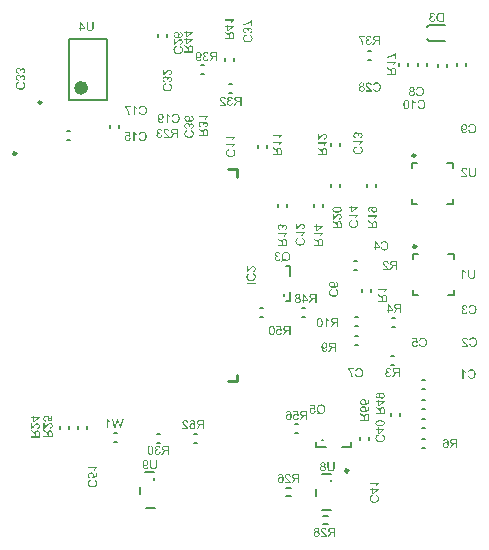
<source format=gbo>
G04*
G04 #@! TF.GenerationSoftware,Altium Limited,Altium NEXUS,3.2.6 (83)*
G04*
G04 Layer_Color=32896*
%FSLAX44Y44*%
%MOMM*%
G71*
G04*
G04 #@! TF.SameCoordinates,E101C6A8-1949-4893-99AA-7595D6EC33FA*
G04*
G04*
G04 #@! TF.FilePolarity,Positive*
G04*
G01*
G75*
%ADD10C,0.2500*%
%ADD11C,0.2000*%
%ADD12C,0.2540*%
%ADD110C,0.6000*%
G36*
X402381Y1129663D02*
X402559Y1129641D01*
X402736Y1129607D01*
X402892Y1129563D01*
X403191Y1129441D01*
X403325Y1129385D01*
X403436Y1129319D01*
X403547Y1129241D01*
X403635Y1129185D01*
X403724Y1129119D01*
X403791Y1129063D01*
X403846Y1129019D01*
X403880Y1128986D01*
X403902Y1128963D01*
X403913Y1128952D01*
X404035Y1128819D01*
X404135Y1128664D01*
X404235Y1128519D01*
X404313Y1128364D01*
X404379Y1128197D01*
X404435Y1128042D01*
X404512Y1127754D01*
X404546Y1127609D01*
X404568Y1127487D01*
X404579Y1127365D01*
X404590Y1127265D01*
X404601Y1127187D01*
Y1127132D01*
Y1127087D01*
Y1127076D01*
X404590Y1126865D01*
X404568Y1126677D01*
X404546Y1126488D01*
X404501Y1126311D01*
X404446Y1126155D01*
X404390Y1126000D01*
X404335Y1125867D01*
X404268Y1125744D01*
X404213Y1125633D01*
X404157Y1125534D01*
X404102Y1125456D01*
X404046Y1125378D01*
X404002Y1125323D01*
X403980Y1125289D01*
X403957Y1125267D01*
X403946Y1125256D01*
X403824Y1125134D01*
X403691Y1125034D01*
X403558Y1124934D01*
X403414Y1124856D01*
X403280Y1124790D01*
X403147Y1124734D01*
X402892Y1124657D01*
X402781Y1124623D01*
X402670Y1124601D01*
X402581Y1124590D01*
X402492Y1124579D01*
X402426Y1124568D01*
X402337D01*
X402126Y1124579D01*
X401926Y1124612D01*
X401749Y1124657D01*
X401582Y1124712D01*
X401460Y1124757D01*
X401360Y1124801D01*
X401293Y1124834D01*
X401271Y1124845D01*
X401094Y1124956D01*
X400938Y1125079D01*
X400805Y1125201D01*
X400694Y1125312D01*
X400616Y1125423D01*
X400550Y1125500D01*
X400505Y1125556D01*
X400494Y1125578D01*
Y1125489D01*
Y1125434D01*
Y1125400D01*
Y1125389D01*
X400505Y1125167D01*
X400516Y1124956D01*
X400539Y1124768D01*
X400561Y1124590D01*
X400594Y1124446D01*
X400616Y1124335D01*
X400627Y1124290D01*
Y1124257D01*
X400639Y1124246D01*
Y1124235D01*
X400694Y1124035D01*
X400750Y1123857D01*
X400805Y1123702D01*
X400860Y1123569D01*
X400905Y1123469D01*
X400949Y1123391D01*
X400971Y1123336D01*
X400983Y1123325D01*
X401071Y1123203D01*
X401160Y1123103D01*
X401249Y1123014D01*
X401338Y1122936D01*
X401404Y1122870D01*
X401471Y1122825D01*
X401515Y1122803D01*
X401526Y1122792D01*
X401649Y1122725D01*
X401782Y1122681D01*
X401904Y1122648D01*
X402026Y1122625D01*
X402126Y1122614D01*
X402204Y1122603D01*
X402281D01*
X402459Y1122614D01*
X402625Y1122648D01*
X402770Y1122692D01*
X402892Y1122747D01*
X402981Y1122792D01*
X403058Y1122836D01*
X403103Y1122870D01*
X403114Y1122881D01*
X403225Y1123003D01*
X403314Y1123147D01*
X403391Y1123303D01*
X403447Y1123458D01*
X403491Y1123591D01*
X403525Y1123713D01*
X403536Y1123758D01*
Y1123780D01*
X403547Y1123802D01*
Y1123813D01*
X404457Y1123735D01*
X404390Y1123413D01*
X404301Y1123136D01*
X404190Y1122892D01*
X404080Y1122692D01*
X403969Y1122537D01*
X403913Y1122470D01*
X403869Y1122414D01*
X403835Y1122381D01*
X403802Y1122348D01*
X403791Y1122337D01*
X403780Y1122326D01*
X403669Y1122237D01*
X403547Y1122159D01*
X403302Y1122037D01*
X403058Y1121948D01*
X402825Y1121893D01*
X402614Y1121848D01*
X402525Y1121837D01*
X402448D01*
X402392Y1121826D01*
X402304D01*
X401993Y1121848D01*
X401715Y1121893D01*
X401460Y1121971D01*
X401249Y1122059D01*
X401160Y1122093D01*
X401071Y1122137D01*
X401005Y1122181D01*
X400938Y1122215D01*
X400894Y1122237D01*
X400860Y1122259D01*
X400838Y1122281D01*
X400827D01*
X400605Y1122470D01*
X400405Y1122681D01*
X400250Y1122903D01*
X400117Y1123114D01*
X400006Y1123303D01*
X399961Y1123391D01*
X399928Y1123458D01*
X399906Y1123524D01*
X399884Y1123569D01*
X399873Y1123591D01*
Y1123602D01*
X399817Y1123769D01*
X399762Y1123957D01*
X399684Y1124335D01*
X399628Y1124734D01*
X399595Y1125112D01*
X399573Y1125278D01*
X399562Y1125445D01*
Y1125589D01*
X399551Y1125711D01*
Y1125811D01*
Y1125889D01*
Y1125944D01*
Y1125955D01*
Y1126211D01*
X399562Y1126455D01*
X399584Y1126677D01*
X399606Y1126888D01*
X399628Y1127076D01*
X399651Y1127254D01*
X399684Y1127421D01*
X399717Y1127565D01*
X399751Y1127687D01*
X399773Y1127798D01*
X399806Y1127898D01*
X399828Y1127975D01*
X399850Y1128031D01*
X399873Y1128075D01*
X399884Y1128098D01*
Y1128109D01*
X400017Y1128375D01*
X400161Y1128608D01*
X400328Y1128808D01*
X400472Y1128975D01*
X400616Y1129097D01*
X400727Y1129185D01*
X400772Y1129219D01*
X400805Y1129241D01*
X400816Y1129263D01*
X400827D01*
X401060Y1129396D01*
X401293Y1129496D01*
X401526Y1129574D01*
X401737Y1129618D01*
X401926Y1129652D01*
X402004Y1129663D01*
X402059D01*
X402115Y1129674D01*
X402192D01*
X402381Y1129663D01*
D02*
G37*
G36*
X411949Y1125201D02*
Y1124979D01*
X411938Y1124768D01*
X411927Y1124568D01*
X411905Y1124379D01*
X411883Y1124213D01*
X411860Y1124057D01*
X411827Y1123913D01*
X411805Y1123780D01*
X411783Y1123658D01*
X411749Y1123558D01*
X411727Y1123469D01*
X411705Y1123402D01*
X411683Y1123347D01*
X411672Y1123303D01*
X411661Y1123280D01*
Y1123269D01*
X411539Y1123025D01*
X411383Y1122803D01*
X411228Y1122625D01*
X411061Y1122470D01*
X410917Y1122348D01*
X410795Y1122259D01*
X410750Y1122237D01*
X410717Y1122215D01*
X410695Y1122193D01*
X410684D01*
X410406Y1122070D01*
X410118Y1121982D01*
X409818Y1121915D01*
X409541Y1121871D01*
X409418Y1121860D01*
X409296Y1121848D01*
X409185Y1121837D01*
X409097D01*
X409019Y1121826D01*
X408919D01*
X408519Y1121848D01*
X408342Y1121871D01*
X408175Y1121893D01*
X408009Y1121926D01*
X407864Y1121959D01*
X407731Y1121993D01*
X407609Y1122037D01*
X407498Y1122082D01*
X407409Y1122115D01*
X407321Y1122148D01*
X407254Y1122181D01*
X407198Y1122215D01*
X407165Y1122226D01*
X407143Y1122248D01*
X407132D01*
X406888Y1122414D01*
X406688Y1122603D01*
X406533Y1122781D01*
X406399Y1122958D01*
X406299Y1123114D01*
X406233Y1123236D01*
X406211Y1123280D01*
X406188Y1123314D01*
X406177Y1123336D01*
Y1123347D01*
X406133Y1123480D01*
X406088Y1123624D01*
X406022Y1123924D01*
X405978Y1124235D01*
X405944Y1124535D01*
X405933Y1124668D01*
X405922Y1124801D01*
Y1124912D01*
X405911Y1125012D01*
Y1125090D01*
Y1125145D01*
Y1125190D01*
Y1125201D01*
Y1129641D01*
X406932D01*
Y1125201D01*
Y1124945D01*
X406954Y1124701D01*
X406977Y1124490D01*
X407010Y1124290D01*
X407043Y1124113D01*
X407088Y1123946D01*
X407121Y1123802D01*
X407165Y1123680D01*
X407210Y1123580D01*
X407254Y1123480D01*
X407298Y1123413D01*
X407332Y1123347D01*
X407365Y1123303D01*
X407387Y1123269D01*
X407398Y1123258D01*
X407409Y1123247D01*
X407509Y1123158D01*
X407620Y1123081D01*
X407864Y1122958D01*
X408120Y1122870D01*
X408386Y1122814D01*
X408630Y1122770D01*
X408730Y1122759D01*
X408830D01*
X408897Y1122747D01*
X409008D01*
X409241Y1122759D01*
X409452Y1122792D01*
X409652Y1122825D01*
X409807Y1122881D01*
X409940Y1122925D01*
X410040Y1122958D01*
X410095Y1122992D01*
X410118Y1123003D01*
X410273Y1123103D01*
X410406Y1123225D01*
X410517Y1123347D01*
X410595Y1123458D01*
X410662Y1123569D01*
X410717Y1123647D01*
X410739Y1123702D01*
X410750Y1123724D01*
X410784Y1123824D01*
X410806Y1123924D01*
X410850Y1124157D01*
X410884Y1124401D01*
X410906Y1124646D01*
X410917Y1124856D01*
Y1124956D01*
X410928Y1125034D01*
Y1125101D01*
Y1125156D01*
Y1125190D01*
Y1125201D01*
Y1129641D01*
X411949D01*
Y1125201D01*
D02*
G37*
G36*
X361124Y1122981D02*
X360935Y1122870D01*
X360758Y1122748D01*
X360580Y1122603D01*
X360425Y1122470D01*
X360291Y1122337D01*
X360180Y1122237D01*
X360147Y1122193D01*
X360114Y1122159D01*
X360103Y1122148D01*
X360092Y1122137D01*
X359903Y1121904D01*
X359725Y1121671D01*
X359570Y1121449D01*
X359448Y1121227D01*
X359337Y1121038D01*
X359292Y1120961D01*
X359259Y1120894D01*
X359226Y1120838D01*
X359215Y1120794D01*
X359193Y1120772D01*
Y1120761D01*
X358282D01*
X358349Y1120927D01*
X358427Y1121094D01*
X358504Y1121260D01*
X358582Y1121416D01*
X358649Y1121549D01*
X358704Y1121660D01*
X358749Y1121727D01*
X358760Y1121738D01*
Y1121749D01*
X358882Y1121948D01*
X359004Y1122126D01*
X359115Y1122281D01*
X359215Y1122403D01*
X359292Y1122514D01*
X359359Y1122581D01*
X359403Y1122637D01*
X359414Y1122648D01*
X353410D01*
Y1123591D01*
X361124D01*
Y1122981D01*
D02*
G37*
G36*
X356207Y1119151D02*
X356395Y1119129D01*
X356584Y1119096D01*
X356750Y1119051D01*
X356906Y1118996D01*
X357061Y1118940D01*
X357195Y1118874D01*
X357317Y1118818D01*
X357428Y1118752D01*
X357528Y1118685D01*
X357605Y1118630D01*
X357683Y1118574D01*
X357738Y1118530D01*
X357772Y1118496D01*
X357794Y1118474D01*
X357805Y1118463D01*
X357927Y1118330D01*
X358038Y1118197D01*
X358127Y1118052D01*
X358205Y1117908D01*
X358282Y1117764D01*
X358338Y1117619D01*
X358415Y1117353D01*
X358449Y1117231D01*
X358471Y1117120D01*
X358482Y1117020D01*
X358493Y1116931D01*
X358504Y1116865D01*
Y1116621D01*
X358482Y1116487D01*
X358427Y1116221D01*
X358349Y1115977D01*
X358260Y1115755D01*
X358171Y1115577D01*
X358127Y1115499D01*
X358094Y1115433D01*
X358060Y1115377D01*
X358038Y1115344D01*
X358027Y1115322D01*
X358016Y1115311D01*
X360092Y1115722D01*
Y1118796D01*
X360991D01*
Y1114978D01*
X357039Y1114234D01*
X356917Y1115122D01*
X357039Y1115200D01*
X357139Y1115300D01*
X357239Y1115388D01*
X357317Y1115477D01*
X357372Y1115566D01*
X357428Y1115633D01*
X357450Y1115677D01*
X357461Y1115688D01*
X357528Y1115833D01*
X357583Y1115977D01*
X357616Y1116110D01*
X357650Y1116243D01*
X357661Y1116354D01*
X357672Y1116443D01*
Y1116654D01*
X357650Y1116787D01*
X357594Y1117020D01*
X357516Y1117220D01*
X357439Y1117398D01*
X357350Y1117531D01*
X357272Y1117631D01*
X357217Y1117686D01*
X357206Y1117708D01*
X357195D01*
X357006Y1117864D01*
X356806Y1117975D01*
X356595Y1118052D01*
X356384Y1118108D01*
X356207Y1118141D01*
X356129Y1118152D01*
X356062D01*
X356007Y1118163D01*
X355962D01*
X355940D01*
X355929D01*
X355774D01*
X355630Y1118141D01*
X355352Y1118086D01*
X355119Y1118008D01*
X354930Y1117930D01*
X354775Y1117841D01*
X354653Y1117764D01*
X354619Y1117730D01*
X354586Y1117708D01*
X354575Y1117697D01*
X354564Y1117686D01*
X354475Y1117597D01*
X354397Y1117508D01*
X354264Y1117309D01*
X354175Y1117120D01*
X354120Y1116931D01*
X354076Y1116776D01*
X354064Y1116643D01*
X354053Y1116598D01*
Y1116532D01*
X354064Y1116321D01*
X354109Y1116132D01*
X354164Y1115966D01*
X354231Y1115833D01*
X354297Y1115710D01*
X354353Y1115622D01*
X354397Y1115577D01*
X354408Y1115555D01*
X354564Y1115422D01*
X354730Y1115311D01*
X354919Y1115222D01*
X355086Y1115155D01*
X355252Y1115111D01*
X355374Y1115078D01*
X355430Y1115067D01*
X355463Y1115055D01*
X355485D01*
X355496D01*
X355419Y1114068D01*
X355241Y1114090D01*
X355075Y1114123D01*
X354764Y1114223D01*
X354497Y1114345D01*
X354375Y1114412D01*
X354275Y1114478D01*
X354175Y1114534D01*
X354087Y1114600D01*
X354020Y1114656D01*
X353965Y1114711D01*
X353920Y1114756D01*
X353876Y1114778D01*
X353865Y1114800D01*
X353853Y1114811D01*
X353754Y1114945D01*
X353665Y1115078D01*
X353587Y1115222D01*
X353521Y1115366D01*
X353421Y1115644D01*
X353354Y1115921D01*
X353321Y1116043D01*
X353310Y1116165D01*
X353298Y1116265D01*
X353287Y1116354D01*
X353276Y1116432D01*
Y1116532D01*
X353287Y1116765D01*
X353321Y1116987D01*
X353365Y1117198D01*
X353421Y1117386D01*
X353498Y1117564D01*
X353576Y1117730D01*
X353654Y1117886D01*
X353742Y1118019D01*
X353831Y1118141D01*
X353909Y1118252D01*
X353998Y1118341D01*
X354064Y1118419D01*
X354120Y1118474D01*
X354164Y1118519D01*
X354198Y1118541D01*
X354209Y1118552D01*
X354353Y1118663D01*
X354508Y1118752D01*
X354653Y1118840D01*
X354808Y1118907D01*
X355108Y1119018D01*
X355396Y1119085D01*
X355518Y1119107D01*
X355641Y1119129D01*
X355741Y1119140D01*
X355829Y1119151D01*
X355907Y1119162D01*
X355962D01*
X355996D01*
X356007D01*
X356207Y1119151D01*
D02*
G37*
G36*
X356096Y1112181D02*
X355918Y1112136D01*
X355752Y1112081D01*
X355596Y1112025D01*
X355452Y1111970D01*
X355319Y1111903D01*
X355208Y1111836D01*
X355097Y1111759D01*
X354997Y1111692D01*
X354908Y1111637D01*
X354841Y1111570D01*
X354775Y1111515D01*
X354719Y1111470D01*
X354686Y1111426D01*
X354653Y1111393D01*
X354642Y1111381D01*
X354631Y1111370D01*
X354542Y1111259D01*
X354475Y1111137D01*
X354353Y1110893D01*
X354264Y1110660D01*
X354209Y1110427D01*
X354164Y1110227D01*
X354153Y1110149D01*
Y1110072D01*
X354142Y1110005D01*
Y1109927D01*
X354153Y1109672D01*
X354198Y1109428D01*
X354253Y1109206D01*
X354320Y1109006D01*
X354386Y1108851D01*
X354420Y1108784D01*
X354442Y1108729D01*
X354464Y1108684D01*
X354486Y1108651D01*
X354497Y1108629D01*
Y1108618D01*
X354653Y1108407D01*
X354819Y1108229D01*
X355008Y1108074D01*
X355186Y1107952D01*
X355341Y1107852D01*
X355474Y1107785D01*
X355530Y1107763D01*
X355563Y1107741D01*
X355585Y1107730D01*
X355596D01*
X355885Y1107641D01*
X356173Y1107574D01*
X356462Y1107519D01*
X356728Y1107485D01*
X356850Y1107474D01*
X356961Y1107463D01*
X357061D01*
X357139Y1107452D01*
X357206D01*
X357261D01*
X357294D01*
X357305D01*
X357594Y1107463D01*
X357860Y1107485D01*
X358105Y1107530D01*
X358327Y1107574D01*
X358515Y1107607D01*
X358593Y1107630D01*
X358660Y1107652D01*
X358715Y1107663D01*
X358749Y1107674D01*
X358771Y1107685D01*
X358782D01*
X359037Y1107796D01*
X359270Y1107918D01*
X359459Y1108052D01*
X359625Y1108196D01*
X359759Y1108318D01*
X359847Y1108418D01*
X359903Y1108495D01*
X359925Y1108507D01*
Y1108518D01*
X360069Y1108751D01*
X360180Y1109006D01*
X360258Y1109250D01*
X360303Y1109483D01*
X360336Y1109694D01*
X360347Y1109783D01*
Y1109861D01*
X360358Y1109916D01*
Y1110005D01*
X360347Y1110283D01*
X360303Y1110538D01*
X360236Y1110749D01*
X360169Y1110938D01*
X360092Y1111082D01*
X360036Y1111193D01*
X359992Y1111259D01*
X359969Y1111282D01*
X359803Y1111459D01*
X359614Y1111626D01*
X359414Y1111759D01*
X359215Y1111870D01*
X359037Y1111959D01*
X358948Y1111992D01*
X358882Y1112014D01*
X358826Y1112036D01*
X358782Y1112058D01*
X358760Y1112070D01*
X358749D01*
X358982Y1113069D01*
X359181Y1113002D01*
X359359Y1112935D01*
X359525Y1112847D01*
X359692Y1112769D01*
X359836Y1112680D01*
X359969Y1112580D01*
X360103Y1112491D01*
X360214Y1112403D01*
X360303Y1112314D01*
X360391Y1112236D01*
X360469Y1112158D01*
X360524Y1112103D01*
X360580Y1112047D01*
X360613Y1112003D01*
X360624Y1111981D01*
X360635Y1111970D01*
X360735Y1111814D01*
X360835Y1111659D01*
X360913Y1111504D01*
X360980Y1111337D01*
X361079Y1111004D01*
X361146Y1110704D01*
X361179Y1110560D01*
X361190Y1110438D01*
X361202Y1110316D01*
X361213Y1110216D01*
X361224Y1110138D01*
Y1110027D01*
X361202Y1109661D01*
X361146Y1109306D01*
X361079Y1108995D01*
X361035Y1108851D01*
X360991Y1108717D01*
X360946Y1108595D01*
X360902Y1108484D01*
X360869Y1108396D01*
X360835Y1108307D01*
X360802Y1108251D01*
X360780Y1108207D01*
X360769Y1108174D01*
X360758Y1108163D01*
X360569Y1107863D01*
X360347Y1107607D01*
X360125Y1107385D01*
X359903Y1107197D01*
X359703Y1107053D01*
X359614Y1106997D01*
X359537Y1106953D01*
X359481Y1106908D01*
X359437Y1106886D01*
X359403Y1106875D01*
X359392Y1106864D01*
X359048Y1106708D01*
X358693Y1106597D01*
X358338Y1106520D01*
X358016Y1106464D01*
X357872Y1106442D01*
X357727Y1106431D01*
X357616Y1106420D01*
X357505D01*
X357428Y1106409D01*
X357361D01*
X357317D01*
X357305D01*
X356906Y1106431D01*
X356517Y1106475D01*
X356173Y1106531D01*
X356007Y1106575D01*
X355863Y1106609D01*
X355729Y1106642D01*
X355607Y1106686D01*
X355496Y1106720D01*
X355407Y1106742D01*
X355341Y1106775D01*
X355285Y1106786D01*
X355252Y1106808D01*
X355241D01*
X354908Y1106975D01*
X354608Y1107163D01*
X354353Y1107363D01*
X354253Y1107463D01*
X354153Y1107552D01*
X354064Y1107641D01*
X353987Y1107730D01*
X353920Y1107807D01*
X353876Y1107874D01*
X353831Y1107918D01*
X353798Y1107963D01*
X353787Y1107985D01*
X353776Y1107996D01*
X353687Y1108151D01*
X353609Y1108307D01*
X353487Y1108640D01*
X353398Y1108973D01*
X353343Y1109295D01*
X353321Y1109450D01*
X353298Y1109583D01*
X353287Y1109705D01*
Y1109805D01*
X353276Y1109894D01*
Y1110016D01*
X353287Y1110238D01*
X353310Y1110449D01*
X353332Y1110649D01*
X353376Y1110838D01*
X353432Y1111015D01*
X353487Y1111182D01*
X353543Y1111337D01*
X353609Y1111481D01*
X353665Y1111603D01*
X353720Y1111725D01*
X353776Y1111814D01*
X353831Y1111903D01*
X353876Y1111959D01*
X353898Y1112014D01*
X353920Y1112036D01*
X353931Y1112047D01*
X354064Y1112203D01*
X354198Y1112336D01*
X354353Y1112458D01*
X354508Y1112580D01*
X354819Y1112780D01*
X355130Y1112935D01*
X355274Y1113002D01*
X355407Y1113057D01*
X355530Y1113102D01*
X355630Y1113135D01*
X355718Y1113168D01*
X355785Y1113191D01*
X355829Y1113202D01*
X355840D01*
X356096Y1112181D01*
D02*
G37*
G36*
X370218Y1164418D02*
X370340Y1164241D01*
X370484Y1164063D01*
X370617Y1163908D01*
X370750Y1163775D01*
X370850Y1163664D01*
X370895Y1163630D01*
X370928Y1163597D01*
X370939Y1163586D01*
X370950Y1163575D01*
X371183Y1163386D01*
X371416Y1163209D01*
X371638Y1163053D01*
X371860Y1162931D01*
X372049Y1162820D01*
X372127Y1162776D01*
X372193Y1162742D01*
X372249Y1162709D01*
X372293Y1162698D01*
X372315Y1162676D01*
X372327D01*
Y1161766D01*
X372160Y1161832D01*
X371993Y1161910D01*
X371827Y1161988D01*
X371672Y1162065D01*
X371538Y1162132D01*
X371427Y1162187D01*
X371361Y1162232D01*
X371350Y1162243D01*
X371339D01*
X371139Y1162365D01*
X370961Y1162487D01*
X370806Y1162598D01*
X370684Y1162698D01*
X370573Y1162776D01*
X370506Y1162842D01*
X370451Y1162887D01*
X370439Y1162898D01*
Y1156893D01*
X369496D01*
Y1164607D01*
X370107D01*
X370218Y1164418D01*
D02*
G37*
G36*
X381495Y1156893D02*
X380429D01*
X378809Y1162742D01*
X378764Y1162887D01*
X378731Y1163042D01*
X378687Y1163197D01*
X378653Y1163331D01*
X378620Y1163453D01*
X378598Y1163553D01*
X378587Y1163619D01*
X378576Y1163630D01*
Y1163642D01*
X378565Y1163608D01*
X378554Y1163553D01*
X378520Y1163431D01*
X378476Y1163286D01*
X378431Y1163131D01*
X378398Y1162987D01*
X378365Y1162865D01*
X378354Y1162809D01*
X378343Y1162776D01*
X378331Y1162754D01*
Y1162742D01*
X376722Y1156893D01*
X375723D01*
X373614Y1164574D01*
X374646D01*
X375845Y1159634D01*
X375934Y1159290D01*
X376001Y1158980D01*
X376067Y1158691D01*
X376123Y1158447D01*
X376156Y1158336D01*
X376167Y1158236D01*
X376189Y1158158D01*
X376200Y1158092D01*
X376222Y1158036D01*
Y1157992D01*
X376234Y1157970D01*
Y1157958D01*
X376311Y1158447D01*
X376411Y1158924D01*
X376511Y1159379D01*
X376555Y1159590D01*
X376611Y1159801D01*
X376655Y1159990D01*
X376700Y1160156D01*
X376744Y1160301D01*
X376777Y1160434D01*
X376800Y1160534D01*
X376822Y1160611D01*
X376844Y1160667D01*
Y1160678D01*
X377932Y1164574D01*
X379164D01*
X380618Y1159379D01*
X380629Y1159335D01*
X380651Y1159268D01*
X380673Y1159179D01*
X380696Y1159080D01*
X380729Y1158969D01*
X380751Y1158846D01*
X380818Y1158602D01*
X380873Y1158358D01*
X380907Y1158247D01*
X380929Y1158158D01*
X380940Y1158069D01*
X380962Y1158014D01*
X380973Y1157970D01*
Y1157958D01*
X381029Y1158247D01*
X381084Y1158536D01*
X381140Y1158802D01*
X381195Y1159035D01*
X381217Y1159146D01*
X381240Y1159246D01*
X381262Y1159324D01*
X381273Y1159401D01*
X381284Y1159457D01*
X381295Y1159501D01*
X381306Y1159523D01*
Y1159535D01*
X382449Y1164574D01*
X383504D01*
X381495Y1156893D01*
D02*
G37*
G36*
X435979Y1163413D02*
X436168Y1163402D01*
X436345Y1163368D01*
X436512Y1163335D01*
X436667Y1163291D01*
X436811Y1163246D01*
X436945Y1163191D01*
X437067Y1163135D01*
X437178Y1163080D01*
X437266Y1163024D01*
X437344Y1162980D01*
X437411Y1162935D01*
X437466Y1162902D01*
X437500Y1162869D01*
X437522Y1162858D01*
X437533Y1162847D01*
X437644Y1162736D01*
X437744Y1162614D01*
X437844Y1162480D01*
X437921Y1162347D01*
X438055Y1162081D01*
X438143Y1161814D01*
X438177Y1161692D01*
X438210Y1161570D01*
X438232Y1161470D01*
X438254Y1161381D01*
X438265Y1161304D01*
Y1161248D01*
X438276Y1161215D01*
Y1161204D01*
X437311Y1161104D01*
X437289Y1161359D01*
X437244Y1161581D01*
X437178Y1161781D01*
X437100Y1161936D01*
X437033Y1162070D01*
X436967Y1162158D01*
X436922Y1162214D01*
X436900Y1162236D01*
X436734Y1162369D01*
X436556Y1162469D01*
X436367Y1162547D01*
X436201Y1162591D01*
X436045Y1162625D01*
X435912Y1162636D01*
X435868Y1162647D01*
X435801D01*
X435568Y1162636D01*
X435357Y1162591D01*
X435180Y1162525D01*
X435024Y1162458D01*
X434902Y1162380D01*
X434824Y1162325D01*
X434769Y1162281D01*
X434747Y1162258D01*
X434614Y1162103D01*
X434514Y1161947D01*
X434436Y1161792D01*
X434392Y1161637D01*
X434358Y1161515D01*
X434347Y1161404D01*
X434336Y1161337D01*
Y1161326D01*
Y1161315D01*
X434358Y1161115D01*
X434403Y1160904D01*
X434480Y1160715D01*
X434558Y1160538D01*
X434647Y1160394D01*
X434725Y1160271D01*
X434747Y1160227D01*
X434769Y1160194D01*
X434791Y1160183D01*
Y1160172D01*
X434880Y1160049D01*
X434991Y1159927D01*
X435113Y1159794D01*
X435246Y1159661D01*
X435524Y1159395D01*
X435801Y1159128D01*
X435946Y1159006D01*
X436068Y1158895D01*
X436190Y1158795D01*
X436290Y1158706D01*
X436367Y1158640D01*
X436434Y1158584D01*
X436478Y1158551D01*
X436489Y1158540D01*
X436767Y1158307D01*
X437022Y1158085D01*
X437233Y1157885D01*
X437400Y1157719D01*
X437544Y1157574D01*
X437644Y1157474D01*
X437699Y1157408D01*
X437721Y1157397D01*
Y1157385D01*
X437877Y1157197D01*
X437999Y1157019D01*
X438110Y1156842D01*
X438199Y1156686D01*
X438265Y1156553D01*
X438310Y1156453D01*
X438332Y1156386D01*
X438343Y1156375D01*
Y1156364D01*
X438387Y1156242D01*
X438410Y1156131D01*
X438432Y1156020D01*
X438443Y1155920D01*
X438454Y1155832D01*
Y1155765D01*
Y1155721D01*
Y1155709D01*
X433359D01*
Y1156620D01*
X437144D01*
X437011Y1156808D01*
X436945Y1156886D01*
X436889Y1156964D01*
X436833Y1157030D01*
X436789Y1157075D01*
X436756Y1157108D01*
X436745Y1157119D01*
X436689Y1157175D01*
X436623Y1157230D01*
X436467Y1157374D01*
X436290Y1157541D01*
X436101Y1157707D01*
X435923Y1157852D01*
X435846Y1157918D01*
X435779Y1157985D01*
X435724Y1158029D01*
X435679Y1158063D01*
X435657Y1158085D01*
X435646Y1158096D01*
X435468Y1158251D01*
X435291Y1158396D01*
X435135Y1158540D01*
X434991Y1158662D01*
X434858Y1158784D01*
X434747Y1158895D01*
X434636Y1158995D01*
X434547Y1159084D01*
X434458Y1159173D01*
X434392Y1159239D01*
X434336Y1159295D01*
X434281Y1159350D01*
X434225Y1159417D01*
X434203Y1159439D01*
X434048Y1159628D01*
X433914Y1159794D01*
X433803Y1159961D01*
X433714Y1160094D01*
X433648Y1160216D01*
X433604Y1160305D01*
X433581Y1160360D01*
X433570Y1160382D01*
X433504Y1160549D01*
X433459Y1160715D01*
X433415Y1160871D01*
X433393Y1161004D01*
X433382Y1161126D01*
X433370Y1161215D01*
Y1161270D01*
Y1161293D01*
X433382Y1161459D01*
X433404Y1161615D01*
X433426Y1161770D01*
X433470Y1161903D01*
X433581Y1162169D01*
X433692Y1162380D01*
X433759Y1162480D01*
X433814Y1162558D01*
X433870Y1162636D01*
X433925Y1162691D01*
X433970Y1162736D01*
X433992Y1162780D01*
X434014Y1162791D01*
X434025Y1162802D01*
X434147Y1162913D01*
X434281Y1163013D01*
X434425Y1163091D01*
X434569Y1163157D01*
X434858Y1163268D01*
X435146Y1163346D01*
X435269Y1163368D01*
X435391Y1163391D01*
X435502Y1163402D01*
X435590Y1163413D01*
X435668Y1163424D01*
X435779D01*
X435979Y1163413D01*
D02*
G37*
G36*
X441795D02*
X442006Y1163391D01*
X442206Y1163346D01*
X442394Y1163291D01*
X442561Y1163213D01*
X442728Y1163146D01*
X442872Y1163057D01*
X443005Y1162980D01*
X443116Y1162902D01*
X443227Y1162813D01*
X443316Y1162747D01*
X443382Y1162680D01*
X443438Y1162614D01*
X443482Y1162569D01*
X443504Y1162547D01*
X443516Y1162536D01*
X443660Y1162336D01*
X443782Y1162103D01*
X443893Y1161859D01*
X443993Y1161603D01*
X444071Y1161337D01*
X444137Y1161071D01*
X444193Y1160793D01*
X444237Y1160538D01*
X444270Y1160283D01*
X444293Y1160049D01*
X444315Y1159838D01*
X444326Y1159661D01*
Y1159506D01*
X444337Y1159395D01*
Y1159350D01*
Y1159317D01*
Y1159306D01*
Y1159295D01*
X444326Y1158940D01*
X444304Y1158606D01*
X444270Y1158296D01*
X444215Y1158007D01*
X444159Y1157752D01*
X444104Y1157519D01*
X444037Y1157308D01*
X443960Y1157119D01*
X443893Y1156964D01*
X443826Y1156819D01*
X443771Y1156708D01*
X443704Y1156609D01*
X443660Y1156531D01*
X443627Y1156486D01*
X443604Y1156453D01*
X443593Y1156442D01*
X443449Y1156287D01*
X443294Y1156153D01*
X443138Y1156042D01*
X442983Y1155943D01*
X442816Y1155854D01*
X442661Y1155787D01*
X442505Y1155732D01*
X442350Y1155687D01*
X442217Y1155654D01*
X442084Y1155621D01*
X441973Y1155598D01*
X441873Y1155587D01*
X441784D01*
X441729Y1155576D01*
X441673D01*
X441418Y1155587D01*
X441185Y1155632D01*
X440974Y1155676D01*
X440785Y1155743D01*
X440641Y1155798D01*
X440530Y1155854D01*
X440485Y1155865D01*
X440452Y1155887D01*
X440441Y1155898D01*
X440430D01*
X440241Y1156031D01*
X440064Y1156187D01*
X439919Y1156342D01*
X439797Y1156497D01*
X439697Y1156642D01*
X439631Y1156753D01*
X439608Y1156797D01*
X439586Y1156831D01*
X439575Y1156842D01*
Y1156853D01*
X439464Y1157086D01*
X439386Y1157330D01*
X439331Y1157552D01*
X439298Y1157763D01*
X439264Y1157941D01*
Y1158007D01*
X439253Y1158074D01*
Y1158129D01*
Y1158163D01*
Y1158185D01*
Y1158196D01*
X439264Y1158396D01*
X439287Y1158584D01*
X439320Y1158773D01*
X439353Y1158940D01*
X439409Y1159095D01*
X439464Y1159250D01*
X439520Y1159383D01*
X439586Y1159506D01*
X439653Y1159617D01*
X439708Y1159716D01*
X439764Y1159794D01*
X439819Y1159872D01*
X439853Y1159927D01*
X439886Y1159961D01*
X439908Y1159983D01*
X439919Y1159994D01*
X440041Y1160116D01*
X440175Y1160227D01*
X440319Y1160316D01*
X440452Y1160394D01*
X440585Y1160471D01*
X440718Y1160527D01*
X440974Y1160604D01*
X441085Y1160638D01*
X441196Y1160660D01*
X441285Y1160671D01*
X441373Y1160682D01*
X441440Y1160693D01*
X441529D01*
X441729Y1160682D01*
X441917Y1160649D01*
X442095Y1160615D01*
X442250Y1160571D01*
X442383Y1160516D01*
X442483Y1160482D01*
X442550Y1160449D01*
X442561Y1160438D01*
X442572D01*
X442750Y1160327D01*
X442905Y1160205D01*
X443049Y1160083D01*
X443160Y1159949D01*
X443260Y1159838D01*
X443338Y1159750D01*
X443382Y1159683D01*
X443394Y1159672D01*
Y1159872D01*
X443382Y1160072D01*
X443371Y1160249D01*
X443349Y1160427D01*
X443338Y1160582D01*
X443316Y1160726D01*
X443294Y1160860D01*
X443260Y1160982D01*
X443238Y1161093D01*
X443216Y1161182D01*
X443194Y1161259D01*
X443183Y1161326D01*
X443160Y1161370D01*
X443149Y1161404D01*
X443138Y1161426D01*
Y1161437D01*
X443027Y1161659D01*
X442916Y1161859D01*
X442794Y1162014D01*
X442683Y1162147D01*
X442583Y1162258D01*
X442505Y1162336D01*
X442450Y1162380D01*
X442428Y1162392D01*
X442295Y1162480D01*
X442161Y1162536D01*
X442028Y1162580D01*
X441895Y1162614D01*
X441795Y1162636D01*
X441706Y1162647D01*
X441629D01*
X441429Y1162625D01*
X441240Y1162580D01*
X441085Y1162514D01*
X440941Y1162447D01*
X440830Y1162369D01*
X440752Y1162303D01*
X440707Y1162258D01*
X440685Y1162236D01*
X440607Y1162136D01*
X440530Y1162014D01*
X440463Y1161881D01*
X440419Y1161748D01*
X440374Y1161626D01*
X440341Y1161526D01*
X440330Y1161459D01*
X440319Y1161448D01*
Y1161437D01*
X439375Y1161515D01*
X439442Y1161825D01*
X439542Y1162103D01*
X439653Y1162347D01*
X439775Y1162547D01*
X439897Y1162702D01*
X439941Y1162769D01*
X439997Y1162824D01*
X440030Y1162858D01*
X440064Y1162891D01*
X440075Y1162902D01*
X440086Y1162913D01*
X440197Y1163002D01*
X440319Y1163080D01*
X440563Y1163213D01*
X440807Y1163302D01*
X441040Y1163357D01*
X441251Y1163402D01*
X441340Y1163413D01*
X441418D01*
X441484Y1163424D01*
X441573D01*
X441795Y1163413D01*
D02*
G37*
G36*
X451641Y1155709D02*
X450620D01*
Y1159117D01*
X449310D01*
X449188Y1159106D01*
X449099D01*
X449021Y1159095D01*
X448966Y1159084D01*
X448921D01*
X448899Y1159073D01*
X448888D01*
X448710Y1159017D01*
X448633Y1158984D01*
X448566Y1158951D01*
X448499Y1158917D01*
X448455Y1158895D01*
X448433Y1158884D01*
X448422Y1158873D01*
X448333Y1158806D01*
X448244Y1158729D01*
X448078Y1158562D01*
X448000Y1158484D01*
X447944Y1158418D01*
X447911Y1158373D01*
X447900Y1158362D01*
X447789Y1158207D01*
X447667Y1158040D01*
X447545Y1157863D01*
X447423Y1157696D01*
X447323Y1157541D01*
X447245Y1157419D01*
X447212Y1157374D01*
X447190Y1157341D01*
X447168Y1157319D01*
Y1157308D01*
X446157Y1155709D01*
X444892D01*
X446213Y1157796D01*
X446368Y1158018D01*
X446513Y1158218D01*
X446657Y1158384D01*
X446779Y1158540D01*
X446890Y1158651D01*
X446979Y1158740D01*
X447034Y1158795D01*
X447057Y1158817D01*
X447145Y1158884D01*
X447245Y1158962D01*
X447445Y1159084D01*
X447534Y1159128D01*
X447600Y1159173D01*
X447645Y1159195D01*
X447667Y1159206D01*
X447467Y1159239D01*
X447279Y1159273D01*
X447112Y1159328D01*
X446945Y1159372D01*
X446801Y1159428D01*
X446668Y1159494D01*
X446546Y1159550D01*
X446435Y1159605D01*
X446346Y1159672D01*
X446257Y1159728D01*
X446191Y1159772D01*
X446135Y1159816D01*
X446091Y1159850D01*
X446058Y1159883D01*
X446046Y1159894D01*
X446035Y1159905D01*
X445947Y1160016D01*
X445858Y1160127D01*
X445724Y1160360D01*
X445636Y1160593D01*
X445569Y1160815D01*
X445525Y1161004D01*
X445514Y1161082D01*
Y1161159D01*
X445503Y1161215D01*
Y1161259D01*
Y1161282D01*
Y1161293D01*
X445514Y1161526D01*
X445547Y1161737D01*
X445602Y1161936D01*
X445658Y1162103D01*
X445724Y1162247D01*
X445769Y1162358D01*
X445813Y1162425D01*
X445824Y1162436D01*
Y1162447D01*
X445958Y1162625D01*
X446091Y1162780D01*
X446235Y1162913D01*
X446368Y1163013D01*
X446490Y1163091D01*
X446590Y1163135D01*
X446657Y1163168D01*
X446668Y1163180D01*
X446679D01*
X446779Y1163213D01*
X446901Y1163246D01*
X447145Y1163302D01*
X447412Y1163335D01*
X447656Y1163368D01*
X447889Y1163379D01*
X447989D01*
X448078Y1163391D01*
X451641D01*
Y1155709D01*
D02*
G37*
G36*
X412734Y1141902D02*
X413033Y1141846D01*
X413289Y1141757D01*
X413511Y1141668D01*
X413610Y1141613D01*
X413688Y1141569D01*
X413766Y1141524D01*
X413821Y1141480D01*
X413866Y1141447D01*
X413899Y1141424D01*
X413921Y1141413D01*
X413932Y1141402D01*
X414143Y1141191D01*
X414310Y1140958D01*
X414443Y1140714D01*
X414554Y1140470D01*
X414621Y1140259D01*
X414654Y1140170D01*
X414676Y1140092D01*
X414687Y1140026D01*
X414698Y1139981D01*
X414709Y1139948D01*
Y1139937D01*
X413766Y1139770D01*
X413722Y1140015D01*
X413655Y1140226D01*
X413577Y1140403D01*
X413499Y1140547D01*
X413422Y1140658D01*
X413355Y1140736D01*
X413311Y1140792D01*
X413300Y1140803D01*
X413155Y1140914D01*
X413000Y1141003D01*
X412856Y1141058D01*
X412711Y1141102D01*
X412578Y1141125D01*
X412478Y1141147D01*
X412389D01*
X412190Y1141136D01*
X412012Y1141091D01*
X411857Y1141036D01*
X411724Y1140980D01*
X411624Y1140914D01*
X411546Y1140858D01*
X411490Y1140814D01*
X411479Y1140803D01*
X411357Y1140669D01*
X411268Y1140525D01*
X411213Y1140381D01*
X411169Y1140248D01*
X411146Y1140126D01*
X411124Y1140037D01*
Y1139970D01*
Y1139959D01*
Y1139948D01*
Y1139826D01*
X411146Y1139715D01*
X411202Y1139526D01*
X411279Y1139360D01*
X411368Y1139215D01*
X411457Y1139116D01*
X411535Y1139038D01*
X411590Y1138994D01*
X411601Y1138982D01*
X411613D01*
X411801Y1138883D01*
X411979Y1138805D01*
X412168Y1138749D01*
X412334Y1138716D01*
X412478Y1138694D01*
X412600Y1138672D01*
X412745D01*
X412789Y1138683D01*
X412845D01*
X412956Y1137850D01*
X412811Y1137884D01*
X412678Y1137906D01*
X412567Y1137928D01*
X412467Y1137939D01*
X412389Y1137950D01*
X412290D01*
X412057Y1137928D01*
X411846Y1137884D01*
X411657Y1137817D01*
X411502Y1137739D01*
X411379Y1137662D01*
X411291Y1137595D01*
X411235Y1137551D01*
X411213Y1137528D01*
X411069Y1137362D01*
X410958Y1137184D01*
X410880Y1137007D01*
X410836Y1136829D01*
X410802Y1136685D01*
X410791Y1136563D01*
X410780Y1136518D01*
Y1136485D01*
Y1136463D01*
Y1136452D01*
X410802Y1136207D01*
X410858Y1135985D01*
X410924Y1135797D01*
X411013Y1135630D01*
X411102Y1135497D01*
X411169Y1135397D01*
X411224Y1135331D01*
X411246Y1135308D01*
X411424Y1135153D01*
X411613Y1135042D01*
X411801Y1134964D01*
X411979Y1134909D01*
X412134Y1134875D01*
X412256Y1134864D01*
X412301Y1134853D01*
X412367D01*
X412567Y1134864D01*
X412756Y1134909D01*
X412922Y1134964D01*
X413055Y1135031D01*
X413167Y1135086D01*
X413255Y1135142D01*
X413300Y1135186D01*
X413322Y1135197D01*
X413455Y1135353D01*
X413566Y1135530D01*
X413666Y1135719D01*
X413744Y1135919D01*
X413799Y1136085D01*
X413821Y1136163D01*
X413833Y1136230D01*
X413844Y1136285D01*
X413855Y1136329D01*
X413866Y1136352D01*
Y1136363D01*
X414809Y1136241D01*
X414787Y1136063D01*
X414754Y1135897D01*
X414654Y1135586D01*
X414532Y1135319D01*
X414465Y1135208D01*
X414399Y1135097D01*
X414332Y1134997D01*
X414265Y1134920D01*
X414210Y1134842D01*
X414154Y1134787D01*
X414121Y1134742D01*
X414088Y1134709D01*
X414066Y1134687D01*
X414054Y1134676D01*
X413921Y1134576D01*
X413788Y1134476D01*
X413655Y1134398D01*
X413511Y1134332D01*
X413233Y1134221D01*
X412967Y1134154D01*
X412845Y1134132D01*
X412734Y1134109D01*
X412634Y1134098D01*
X412545Y1134087D01*
X412478Y1134076D01*
X412378D01*
X412168Y1134087D01*
X411979Y1134109D01*
X411790Y1134143D01*
X411613Y1134187D01*
X411446Y1134243D01*
X411302Y1134298D01*
X411157Y1134365D01*
X411035Y1134431D01*
X410913Y1134487D01*
X410813Y1134554D01*
X410725Y1134609D01*
X410658Y1134665D01*
X410602Y1134709D01*
X410558Y1134742D01*
X410536Y1134764D01*
X410525Y1134775D01*
X410392Y1134909D01*
X410281Y1135053D01*
X410181Y1135197D01*
X410092Y1135342D01*
X410025Y1135475D01*
X409959Y1135619D01*
X409870Y1135885D01*
X409848Y1136008D01*
X409826Y1136119D01*
X409803Y1136218D01*
X409792Y1136307D01*
X409781Y1136374D01*
Y1136429D01*
Y1136463D01*
Y1136474D01*
X409792Y1136740D01*
X409837Y1136984D01*
X409903Y1137195D01*
X409970Y1137373D01*
X410036Y1137517D01*
X410103Y1137628D01*
X410147Y1137695D01*
X410159Y1137717D01*
X410314Y1137884D01*
X410480Y1138028D01*
X410658Y1138139D01*
X410836Y1138228D01*
X410991Y1138294D01*
X411113Y1138339D01*
X411157Y1138350D01*
X411191Y1138361D01*
X411213Y1138372D01*
X411224D01*
X411035Y1138472D01*
X410880Y1138572D01*
X410747Y1138683D01*
X410636Y1138783D01*
X410547Y1138871D01*
X410480Y1138949D01*
X410447Y1138994D01*
X410436Y1139016D01*
X410347Y1139171D01*
X410281Y1139326D01*
X410225Y1139482D01*
X410192Y1139626D01*
X410170Y1139748D01*
X410159Y1139837D01*
Y1139904D01*
Y1139926D01*
X410170Y1140115D01*
X410203Y1140303D01*
X410247Y1140470D01*
X410303Y1140614D01*
X410358Y1140736D01*
X410403Y1140836D01*
X410436Y1140891D01*
X410447Y1140914D01*
X410558Y1141080D01*
X410691Y1141225D01*
X410825Y1141347D01*
X410958Y1141458D01*
X411069Y1141535D01*
X411169Y1141602D01*
X411235Y1141635D01*
X411246Y1141646D01*
X411257D01*
X411457Y1141735D01*
X411657Y1141802D01*
X411857Y1141857D01*
X412034Y1141890D01*
X412179Y1141913D01*
X412301Y1141924D01*
X412578D01*
X412734Y1141902D01*
D02*
G37*
G36*
X422168Y1134209D02*
X421147D01*
Y1137617D01*
X419837D01*
X419715Y1137606D01*
X419627D01*
X419549Y1137595D01*
X419493Y1137584D01*
X419449D01*
X419427Y1137573D01*
X419416D01*
X419238Y1137517D01*
X419160Y1137484D01*
X419094Y1137451D01*
X419027Y1137417D01*
X418983Y1137395D01*
X418961Y1137384D01*
X418950Y1137373D01*
X418861Y1137306D01*
X418772Y1137229D01*
X418605Y1137062D01*
X418528Y1136984D01*
X418472Y1136918D01*
X418439Y1136873D01*
X418428Y1136862D01*
X418317Y1136707D01*
X418195Y1136540D01*
X418073Y1136363D01*
X417951Y1136196D01*
X417851Y1136041D01*
X417773Y1135919D01*
X417740Y1135874D01*
X417717Y1135841D01*
X417695Y1135819D01*
Y1135808D01*
X416685Y1134209D01*
X415420D01*
X416741Y1136296D01*
X416896Y1136518D01*
X417040Y1136718D01*
X417185Y1136885D01*
X417307Y1137040D01*
X417418Y1137151D01*
X417506Y1137240D01*
X417562Y1137295D01*
X417584Y1137317D01*
X417673Y1137384D01*
X417773Y1137462D01*
X417973Y1137584D01*
X418061Y1137628D01*
X418128Y1137673D01*
X418172Y1137695D01*
X418195Y1137706D01*
X417995Y1137739D01*
X417806Y1137773D01*
X417640Y1137828D01*
X417473Y1137872D01*
X417329Y1137928D01*
X417196Y1137995D01*
X417074Y1138050D01*
X416963Y1138105D01*
X416874Y1138172D01*
X416785Y1138228D01*
X416718Y1138272D01*
X416663Y1138316D01*
X416618Y1138350D01*
X416585Y1138383D01*
X416574Y1138394D01*
X416563Y1138405D01*
X416474Y1138516D01*
X416385Y1138627D01*
X416252Y1138860D01*
X416163Y1139093D01*
X416097Y1139315D01*
X416053Y1139504D01*
X416041Y1139582D01*
Y1139659D01*
X416030Y1139715D01*
Y1139759D01*
Y1139781D01*
Y1139793D01*
X416041Y1140026D01*
X416075Y1140237D01*
X416130Y1140436D01*
X416186Y1140603D01*
X416252Y1140747D01*
X416297Y1140858D01*
X416341Y1140925D01*
X416352Y1140936D01*
Y1140947D01*
X416485Y1141125D01*
X416618Y1141280D01*
X416763Y1141413D01*
X416896Y1141513D01*
X417018Y1141591D01*
X417118Y1141635D01*
X417185Y1141668D01*
X417196Y1141680D01*
X417207D01*
X417307Y1141713D01*
X417429Y1141746D01*
X417673Y1141802D01*
X417939Y1141835D01*
X418184Y1141868D01*
X418417Y1141879D01*
X418517D01*
X418605Y1141890D01*
X422168D01*
Y1134209D01*
D02*
G37*
G36*
X406640Y1141902D02*
X406917Y1141857D01*
X407150Y1141779D01*
X407350Y1141702D01*
X407517Y1141613D01*
X407583Y1141580D01*
X407639Y1141535D01*
X407683Y1141513D01*
X407716Y1141491D01*
X407728Y1141469D01*
X407739D01*
X407938Y1141291D01*
X408105Y1141080D01*
X408249Y1140869D01*
X408360Y1140669D01*
X408449Y1140481D01*
X408493Y1140403D01*
X408516Y1140325D01*
X408538Y1140270D01*
X408560Y1140226D01*
X408571Y1140203D01*
Y1140192D01*
X408616Y1140026D01*
X408660Y1139859D01*
X408727Y1139493D01*
X408782Y1139127D01*
X408815Y1138783D01*
X408826Y1138616D01*
X408838Y1138472D01*
Y1138339D01*
X408849Y1138216D01*
Y1138128D01*
Y1138050D01*
Y1138006D01*
Y1137995D01*
X408838Y1137606D01*
X408815Y1137240D01*
X408782Y1136907D01*
X408727Y1136596D01*
X408671Y1136307D01*
X408605Y1136052D01*
X408538Y1135819D01*
X408471Y1135619D01*
X408405Y1135442D01*
X408327Y1135286D01*
X408271Y1135153D01*
X408216Y1135053D01*
X408161Y1134964D01*
X408127Y1134909D01*
X408105Y1134875D01*
X408094Y1134864D01*
X407972Y1134731D01*
X407839Y1134609D01*
X407694Y1134498D01*
X407550Y1134409D01*
X407406Y1134332D01*
X407261Y1134265D01*
X407117Y1134221D01*
X406984Y1134176D01*
X406851Y1134143D01*
X406729Y1134121D01*
X406618Y1134098D01*
X406529Y1134087D01*
X406451Y1134076D01*
X406340D01*
X406040Y1134098D01*
X405763Y1134143D01*
X405530Y1134221D01*
X405330Y1134298D01*
X405164Y1134376D01*
X405108Y1134420D01*
X405053Y1134454D01*
X405008Y1134476D01*
X404975Y1134498D01*
X404964Y1134520D01*
X404953D01*
X404753Y1134709D01*
X404586Y1134909D01*
X404442Y1135131D01*
X404331Y1135331D01*
X404242Y1135519D01*
X404198Y1135597D01*
X404176Y1135675D01*
X404154Y1135730D01*
X404131Y1135775D01*
X404120Y1135797D01*
Y1135808D01*
X404065Y1135974D01*
X404020Y1136141D01*
X403954Y1136496D01*
X403898Y1136862D01*
X403865Y1137217D01*
X403854Y1137373D01*
X403843Y1137517D01*
Y1137650D01*
X403832Y1137773D01*
Y1137861D01*
Y1137939D01*
Y1137983D01*
Y1137995D01*
Y1138205D01*
X403843Y1138405D01*
Y1138583D01*
X403854Y1138760D01*
X403876Y1138916D01*
X403887Y1139071D01*
X403898Y1139204D01*
X403920Y1139326D01*
X403932Y1139437D01*
X403954Y1139537D01*
X403965Y1139615D01*
X403976Y1139682D01*
X403987Y1139737D01*
X403998Y1139770D01*
X404009Y1139793D01*
Y1139804D01*
X404076Y1140048D01*
X404154Y1140270D01*
X404242Y1140459D01*
X404309Y1140625D01*
X404387Y1140769D01*
X404431Y1140869D01*
X404475Y1140925D01*
X404487Y1140947D01*
X404609Y1141114D01*
X404731Y1141258D01*
X404864Y1141380D01*
X404986Y1141491D01*
X405097Y1141569D01*
X405186Y1141624D01*
X405241Y1141657D01*
X405252Y1141668D01*
X405263D01*
X405441Y1141757D01*
X405630Y1141813D01*
X405807Y1141857D01*
X405974Y1141890D01*
X406118Y1141913D01*
X406240Y1141924D01*
X406340D01*
X406640Y1141902D01*
D02*
G37*
G36*
X562199Y1123451D02*
Y1123229D01*
X562188Y1123018D01*
X562177Y1122818D01*
X562155Y1122629D01*
X562133Y1122463D01*
X562110Y1122307D01*
X562077Y1122163D01*
X562055Y1122030D01*
X562033Y1121908D01*
X561999Y1121808D01*
X561977Y1121719D01*
X561955Y1121652D01*
X561933Y1121597D01*
X561922Y1121553D01*
X561911Y1121530D01*
Y1121519D01*
X561788Y1121275D01*
X561633Y1121053D01*
X561478Y1120875D01*
X561311Y1120720D01*
X561167Y1120598D01*
X561045Y1120509D01*
X561001Y1120487D01*
X560967Y1120465D01*
X560945Y1120443D01*
X560934D01*
X560656Y1120320D01*
X560368Y1120232D01*
X560068Y1120165D01*
X559791Y1120121D01*
X559669Y1120109D01*
X559546Y1120098D01*
X559435Y1120087D01*
X559347D01*
X559269Y1120076D01*
X559169D01*
X558769Y1120098D01*
X558592Y1120121D01*
X558425Y1120143D01*
X558259Y1120176D01*
X558115Y1120209D01*
X557981Y1120243D01*
X557859Y1120287D01*
X557748Y1120331D01*
X557659Y1120365D01*
X557571Y1120398D01*
X557504Y1120431D01*
X557449Y1120465D01*
X557415Y1120476D01*
X557393Y1120498D01*
X557382D01*
X557138Y1120665D01*
X556938Y1120853D01*
X556782Y1121031D01*
X556649Y1121208D01*
X556549Y1121364D01*
X556483Y1121486D01*
X556461Y1121530D01*
X556438Y1121564D01*
X556427Y1121586D01*
Y1121597D01*
X556383Y1121730D01*
X556339Y1121874D01*
X556272Y1122174D01*
X556227Y1122485D01*
X556194Y1122785D01*
X556183Y1122918D01*
X556172Y1123051D01*
Y1123162D01*
X556161Y1123262D01*
Y1123340D01*
Y1123395D01*
Y1123439D01*
Y1123451D01*
Y1127890D01*
X557182D01*
Y1123451D01*
Y1123195D01*
X557204Y1122951D01*
X557226Y1122740D01*
X557260Y1122540D01*
X557293Y1122363D01*
X557337Y1122196D01*
X557371Y1122052D01*
X557415Y1121930D01*
X557460Y1121830D01*
X557504Y1121730D01*
X557548Y1121664D01*
X557582Y1121597D01*
X557615Y1121553D01*
X557637Y1121519D01*
X557648Y1121508D01*
X557659Y1121497D01*
X557759Y1121408D01*
X557870Y1121330D01*
X558115Y1121208D01*
X558370Y1121120D01*
X558636Y1121064D01*
X558880Y1121020D01*
X558980Y1121009D01*
X559080D01*
X559147Y1120997D01*
X559258D01*
X559491Y1121009D01*
X559702Y1121042D01*
X559902Y1121075D01*
X560057Y1121131D01*
X560190Y1121175D01*
X560290Y1121208D01*
X560346Y1121242D01*
X560368Y1121253D01*
X560523Y1121353D01*
X560656Y1121475D01*
X560767Y1121597D01*
X560845Y1121708D01*
X560912Y1121819D01*
X560967Y1121897D01*
X560989Y1121952D01*
X561001Y1121974D01*
X561034Y1122074D01*
X561056Y1122174D01*
X561100Y1122407D01*
X561134Y1122651D01*
X561156Y1122896D01*
X561167Y1123107D01*
Y1123206D01*
X561178Y1123284D01*
Y1123351D01*
Y1123406D01*
Y1123439D01*
Y1123451D01*
Y1127890D01*
X562199D01*
Y1123451D01*
D02*
G37*
G36*
X552531Y1127913D02*
X552709Y1127902D01*
X553020Y1127835D01*
X553164Y1127791D01*
X553297Y1127746D01*
X553419Y1127691D01*
X553530Y1127635D01*
X553619Y1127580D01*
X553708Y1127524D01*
X553786Y1127480D01*
X553841Y1127435D01*
X553885Y1127402D01*
X553919Y1127369D01*
X553941Y1127358D01*
X553952Y1127347D01*
X554052Y1127236D01*
X554152Y1127125D01*
X554230Y1127002D01*
X554296Y1126880D01*
X554407Y1126647D01*
X554474Y1126425D01*
X554518Y1126237D01*
X554529Y1126148D01*
X554540Y1126081D01*
X554552Y1126015D01*
Y1125970D01*
Y1125948D01*
Y1125937D01*
X554540Y1125737D01*
X554507Y1125548D01*
X554463Y1125382D01*
X554407Y1125238D01*
X554363Y1125127D01*
X554318Y1125038D01*
X554285Y1124994D01*
X554274Y1124971D01*
X554152Y1124838D01*
X554019Y1124716D01*
X553874Y1124605D01*
X553730Y1124516D01*
X553597Y1124450D01*
X553497Y1124405D01*
X553453Y1124383D01*
X553419Y1124372D01*
X553408Y1124361D01*
X553397D01*
X553652Y1124283D01*
X553863Y1124183D01*
X554052Y1124061D01*
X554207Y1123950D01*
X554329Y1123839D01*
X554418Y1123750D01*
X554463Y1123695D01*
X554485Y1123684D01*
Y1123673D01*
X554607Y1123473D01*
X554707Y1123262D01*
X554773Y1123062D01*
X554818Y1122862D01*
X554840Y1122685D01*
X554851Y1122607D01*
Y1122540D01*
X554862Y1122496D01*
Y1122452D01*
Y1122429D01*
Y1122418D01*
X554851Y1122241D01*
X554829Y1122063D01*
X554796Y1121897D01*
X554751Y1121730D01*
X554640Y1121453D01*
X554585Y1121319D01*
X554518Y1121208D01*
X554452Y1121097D01*
X554396Y1121009D01*
X554329Y1120931D01*
X554285Y1120864D01*
X554241Y1120809D01*
X554207Y1120776D01*
X554185Y1120753D01*
X554174Y1120742D01*
X554041Y1120620D01*
X553897Y1120520D01*
X553741Y1120431D01*
X553586Y1120354D01*
X553442Y1120298D01*
X553286Y1120243D01*
X552986Y1120165D01*
X552853Y1120132D01*
X552731Y1120109D01*
X552620Y1120098D01*
X552520Y1120087D01*
X552443Y1120076D01*
X552332D01*
X552121Y1120087D01*
X551932Y1120109D01*
X551743Y1120143D01*
X551566Y1120176D01*
X551410Y1120232D01*
X551255Y1120287D01*
X551110Y1120343D01*
X550988Y1120409D01*
X550877Y1120476D01*
X550778Y1120531D01*
X550700Y1120587D01*
X550622Y1120642D01*
X550567Y1120676D01*
X550533Y1120709D01*
X550511Y1120731D01*
X550500Y1120742D01*
X550378Y1120875D01*
X550267Y1121009D01*
X550178Y1121142D01*
X550100Y1121286D01*
X550023Y1121419D01*
X549967Y1121564D01*
X549890Y1121819D01*
X549856Y1121941D01*
X549834Y1122052D01*
X549823Y1122152D01*
X549812Y1122230D01*
X549801Y1122296D01*
Y1122352D01*
Y1122385D01*
Y1122396D01*
X549812Y1122651D01*
X549856Y1122885D01*
X549923Y1123095D01*
X549990Y1123273D01*
X550056Y1123417D01*
X550123Y1123528D01*
X550167Y1123595D01*
X550178Y1123606D01*
Y1123617D01*
X550334Y1123795D01*
X550500Y1123950D01*
X550678Y1124072D01*
X550844Y1124183D01*
X550999Y1124261D01*
X551133Y1124316D01*
X551177Y1124339D01*
X551210Y1124350D01*
X551233Y1124361D01*
X551244D01*
X551044Y1124450D01*
X550877Y1124549D01*
X550733Y1124649D01*
X550611Y1124749D01*
X550522Y1124838D01*
X550456Y1124905D01*
X550411Y1124949D01*
X550400Y1124971D01*
X550300Y1125127D01*
X550234Y1125282D01*
X550178Y1125437D01*
X550145Y1125593D01*
X550123Y1125715D01*
X550112Y1125815D01*
Y1125881D01*
Y1125892D01*
Y1125904D01*
X550123Y1126059D01*
X550134Y1126203D01*
X550211Y1126481D01*
X550311Y1126725D01*
X550422Y1126936D01*
X550533Y1127102D01*
X550589Y1127169D01*
X550633Y1127236D01*
X550678Y1127280D01*
X550711Y1127313D01*
X550722Y1127324D01*
X550733Y1127336D01*
X550855Y1127435D01*
X550977Y1127535D01*
X551110Y1127613D01*
X551244Y1127680D01*
X551510Y1127779D01*
X551777Y1127846D01*
X551888Y1127879D01*
X551998Y1127890D01*
X552098Y1127902D01*
X552187Y1127913D01*
X552254Y1127924D01*
X552354D01*
X552531Y1127913D01*
D02*
G37*
G36*
X522739Y1117913D02*
X522928Y1117902D01*
X523106Y1117868D01*
X523272Y1117835D01*
X523428Y1117791D01*
X523572Y1117746D01*
X523705Y1117691D01*
X523827Y1117635D01*
X523938Y1117580D01*
X524027Y1117524D01*
X524105Y1117480D01*
X524171Y1117435D01*
X524227Y1117402D01*
X524260Y1117369D01*
X524282Y1117358D01*
X524293Y1117347D01*
X524404Y1117236D01*
X524504Y1117113D01*
X524604Y1116980D01*
X524682Y1116847D01*
X524815Y1116581D01*
X524904Y1116314D01*
X524937Y1116192D01*
X524971Y1116070D01*
X524993Y1115970D01*
X525015Y1115881D01*
X525026Y1115804D01*
Y1115748D01*
X525037Y1115715D01*
Y1115704D01*
X524071Y1115604D01*
X524049Y1115859D01*
X524005Y1116081D01*
X523938Y1116281D01*
X523861Y1116436D01*
X523794Y1116570D01*
X523727Y1116658D01*
X523683Y1116714D01*
X523661Y1116736D01*
X523494Y1116869D01*
X523317Y1116969D01*
X523128Y1117047D01*
X522961Y1117091D01*
X522806Y1117125D01*
X522673Y1117136D01*
X522628Y1117147D01*
X522562D01*
X522329Y1117136D01*
X522118Y1117091D01*
X521940Y1117025D01*
X521785Y1116958D01*
X521663Y1116880D01*
X521585Y1116825D01*
X521530Y1116780D01*
X521507Y1116758D01*
X521374Y1116603D01*
X521274Y1116448D01*
X521197Y1116292D01*
X521152Y1116137D01*
X521119Y1116015D01*
X521108Y1115904D01*
X521097Y1115837D01*
Y1115826D01*
Y1115815D01*
X521119Y1115615D01*
X521163Y1115404D01*
X521241Y1115215D01*
X521319Y1115038D01*
X521407Y1114894D01*
X521485Y1114771D01*
X521507Y1114727D01*
X521530Y1114694D01*
X521552Y1114683D01*
Y1114672D01*
X521641Y1114549D01*
X521752Y1114427D01*
X521874Y1114294D01*
X522007Y1114161D01*
X522284Y1113895D01*
X522562Y1113628D01*
X522706Y1113506D01*
X522828Y1113395D01*
X522950Y1113295D01*
X523050Y1113206D01*
X523128Y1113140D01*
X523195Y1113084D01*
X523239Y1113051D01*
X523250Y1113040D01*
X523527Y1112807D01*
X523783Y1112585D01*
X523994Y1112385D01*
X524160Y1112218D01*
X524305Y1112074D01*
X524404Y1111974D01*
X524460Y1111908D01*
X524482Y1111897D01*
Y1111886D01*
X524637Y1111697D01*
X524760Y1111519D01*
X524871Y1111342D01*
X524959Y1111186D01*
X525026Y1111053D01*
X525070Y1110953D01*
X525093Y1110887D01*
X525104Y1110875D01*
Y1110864D01*
X525148Y1110742D01*
X525170Y1110631D01*
X525192Y1110520D01*
X525204Y1110420D01*
X525215Y1110331D01*
Y1110265D01*
Y1110220D01*
Y1110209D01*
X520120D01*
Y1111120D01*
X523905D01*
X523772Y1111308D01*
X523705Y1111386D01*
X523650Y1111464D01*
X523594Y1111530D01*
X523550Y1111575D01*
X523516Y1111608D01*
X523505Y1111619D01*
X523450Y1111675D01*
X523383Y1111730D01*
X523228Y1111874D01*
X523050Y1112041D01*
X522862Y1112207D01*
X522684Y1112352D01*
X522606Y1112418D01*
X522540Y1112485D01*
X522484Y1112529D01*
X522440Y1112563D01*
X522417Y1112585D01*
X522406Y1112596D01*
X522229Y1112751D01*
X522051Y1112896D01*
X521896Y1113040D01*
X521752Y1113162D01*
X521618Y1113284D01*
X521507Y1113395D01*
X521396Y1113495D01*
X521307Y1113584D01*
X521219Y1113673D01*
X521152Y1113739D01*
X521097Y1113795D01*
X521041Y1113850D01*
X520986Y1113917D01*
X520963Y1113939D01*
X520808Y1114128D01*
X520675Y1114294D01*
X520564Y1114461D01*
X520475Y1114594D01*
X520409Y1114716D01*
X520364Y1114805D01*
X520342Y1114860D01*
X520331Y1114883D01*
X520264Y1115049D01*
X520220Y1115215D01*
X520175Y1115371D01*
X520153Y1115504D01*
X520142Y1115626D01*
X520131Y1115715D01*
Y1115770D01*
Y1115793D01*
X520142Y1115959D01*
X520164Y1116115D01*
X520187Y1116270D01*
X520231Y1116403D01*
X520342Y1116669D01*
X520453Y1116880D01*
X520519Y1116980D01*
X520575Y1117058D01*
X520630Y1117136D01*
X520686Y1117191D01*
X520730Y1117236D01*
X520753Y1117280D01*
X520775Y1117291D01*
X520786Y1117302D01*
X520908Y1117413D01*
X521041Y1117513D01*
X521185Y1117591D01*
X521330Y1117657D01*
X521618Y1117768D01*
X521907Y1117846D01*
X522029Y1117868D01*
X522151Y1117890D01*
X522262Y1117902D01*
X522351Y1117913D01*
X522429Y1117924D01*
X522540D01*
X522739Y1117913D01*
D02*
G37*
G36*
X516612D02*
X516823Y1117890D01*
X517023Y1117846D01*
X517212Y1117791D01*
X517378Y1117713D01*
X517545Y1117646D01*
X517689Y1117558D01*
X517822Y1117480D01*
X517933Y1117402D01*
X518044Y1117313D01*
X518133Y1117247D01*
X518200Y1117180D01*
X518255Y1117113D01*
X518299Y1117069D01*
X518322Y1117047D01*
X518333Y1117036D01*
X518477Y1116836D01*
X518599Y1116603D01*
X518710Y1116359D01*
X518810Y1116103D01*
X518888Y1115837D01*
X518954Y1115571D01*
X519010Y1115293D01*
X519054Y1115038D01*
X519088Y1114783D01*
X519110Y1114549D01*
X519132Y1114339D01*
X519143Y1114161D01*
Y1114006D01*
X519154Y1113895D01*
Y1113850D01*
Y1113817D01*
Y1113806D01*
Y1113795D01*
X519143Y1113439D01*
X519121Y1113107D01*
X519088Y1112796D01*
X519032Y1112507D01*
X518977Y1112252D01*
X518921Y1112019D01*
X518854Y1111808D01*
X518777Y1111619D01*
X518710Y1111464D01*
X518644Y1111319D01*
X518588Y1111208D01*
X518521Y1111108D01*
X518477Y1111031D01*
X518444Y1110986D01*
X518422Y1110953D01*
X518410Y1110942D01*
X518266Y1110787D01*
X518111Y1110653D01*
X517955Y1110542D01*
X517800Y1110443D01*
X517634Y1110354D01*
X517478Y1110287D01*
X517323Y1110232D01*
X517167Y1110187D01*
X517034Y1110154D01*
X516901Y1110121D01*
X516790Y1110098D01*
X516690Y1110087D01*
X516601D01*
X516546Y1110076D01*
X516490D01*
X516235Y1110087D01*
X516002Y1110132D01*
X515791Y1110176D01*
X515602Y1110243D01*
X515458Y1110298D01*
X515347Y1110354D01*
X515303Y1110365D01*
X515269Y1110387D01*
X515258Y1110398D01*
X515247D01*
X515058Y1110531D01*
X514881Y1110687D01*
X514737Y1110842D01*
X514614Y1110997D01*
X514515Y1111142D01*
X514448Y1111253D01*
X514426Y1111297D01*
X514403Y1111330D01*
X514392Y1111342D01*
Y1111353D01*
X514281Y1111586D01*
X514204Y1111830D01*
X514148Y1112052D01*
X514115Y1112263D01*
X514082Y1112440D01*
Y1112507D01*
X514071Y1112574D01*
Y1112629D01*
Y1112663D01*
Y1112685D01*
Y1112696D01*
X514082Y1112896D01*
X514104Y1113084D01*
X514137Y1113273D01*
X514170Y1113439D01*
X514226Y1113595D01*
X514281Y1113750D01*
X514337Y1113884D01*
X514403Y1114006D01*
X514470Y1114117D01*
X514526Y1114217D01*
X514581Y1114294D01*
X514637Y1114372D01*
X514670Y1114427D01*
X514703Y1114461D01*
X514725Y1114483D01*
X514737Y1114494D01*
X514859Y1114616D01*
X514992Y1114727D01*
X515136Y1114816D01*
X515269Y1114894D01*
X515402Y1114971D01*
X515536Y1115027D01*
X515791Y1115104D01*
X515902Y1115138D01*
X516013Y1115160D01*
X516102Y1115171D01*
X516190Y1115182D01*
X516257Y1115193D01*
X516346D01*
X516546Y1115182D01*
X516734Y1115149D01*
X516912Y1115116D01*
X517067Y1115071D01*
X517201Y1115016D01*
X517300Y1114982D01*
X517367Y1114949D01*
X517378Y1114938D01*
X517389D01*
X517567Y1114827D01*
X517722Y1114705D01*
X517867Y1114583D01*
X517978Y1114450D01*
X518078Y1114339D01*
X518155Y1114250D01*
X518200Y1114183D01*
X518211Y1114172D01*
Y1114372D01*
X518200Y1114572D01*
X518189Y1114749D01*
X518166Y1114927D01*
X518155Y1115082D01*
X518133Y1115227D01*
X518111Y1115360D01*
X518078Y1115482D01*
X518055Y1115593D01*
X518033Y1115682D01*
X518011Y1115759D01*
X518000Y1115826D01*
X517978Y1115870D01*
X517966Y1115904D01*
X517955Y1115926D01*
Y1115937D01*
X517844Y1116159D01*
X517733Y1116359D01*
X517611Y1116514D01*
X517500Y1116647D01*
X517400Y1116758D01*
X517323Y1116836D01*
X517267Y1116880D01*
X517245Y1116891D01*
X517112Y1116980D01*
X516979Y1117036D01*
X516845Y1117080D01*
X516712Y1117113D01*
X516612Y1117136D01*
X516524Y1117147D01*
X516446D01*
X516246Y1117125D01*
X516057Y1117080D01*
X515902Y1117014D01*
X515758Y1116947D01*
X515647Y1116869D01*
X515569Y1116803D01*
X515524Y1116758D01*
X515502Y1116736D01*
X515425Y1116636D01*
X515347Y1116514D01*
X515280Y1116381D01*
X515236Y1116248D01*
X515192Y1116126D01*
X515158Y1116026D01*
X515147Y1115959D01*
X515136Y1115948D01*
Y1115937D01*
X514193Y1116015D01*
X514259Y1116325D01*
X514359Y1116603D01*
X514470Y1116847D01*
X514592Y1117047D01*
X514714Y1117202D01*
X514759Y1117269D01*
X514814Y1117324D01*
X514847Y1117358D01*
X514881Y1117391D01*
X514892Y1117402D01*
X514903Y1117413D01*
X515014Y1117502D01*
X515136Y1117580D01*
X515380Y1117713D01*
X515624Y1117802D01*
X515858Y1117857D01*
X516068Y1117902D01*
X516157Y1117913D01*
X516235D01*
X516301Y1117924D01*
X516390D01*
X516612Y1117913D01*
D02*
G37*
G36*
X532430Y1110209D02*
X531408D01*
Y1113617D01*
X530099D01*
X529977Y1113606D01*
X529888D01*
X529810Y1113595D01*
X529754Y1113584D01*
X529710D01*
X529688Y1113573D01*
X529677D01*
X529499Y1113517D01*
X529422Y1113484D01*
X529355Y1113451D01*
X529288Y1113417D01*
X529244Y1113395D01*
X529222Y1113384D01*
X529211Y1113373D01*
X529122Y1113306D01*
X529033Y1113229D01*
X528867Y1113062D01*
X528789Y1112984D01*
X528733Y1112918D01*
X528700Y1112873D01*
X528689Y1112862D01*
X528578Y1112707D01*
X528456Y1112540D01*
X528334Y1112363D01*
X528212Y1112196D01*
X528112Y1112041D01*
X528034Y1111919D01*
X528001Y1111874D01*
X527979Y1111841D01*
X527956Y1111819D01*
Y1111808D01*
X526946Y1110209D01*
X525681D01*
X527002Y1112296D01*
X527157Y1112518D01*
X527301Y1112718D01*
X527446Y1112885D01*
X527568Y1113040D01*
X527679Y1113151D01*
X527768Y1113240D01*
X527823Y1113295D01*
X527845Y1113317D01*
X527934Y1113384D01*
X528034Y1113462D01*
X528234Y1113584D01*
X528323Y1113628D01*
X528389Y1113673D01*
X528434Y1113695D01*
X528456Y1113706D01*
X528256Y1113739D01*
X528067Y1113773D01*
X527901Y1113828D01*
X527734Y1113872D01*
X527590Y1113928D01*
X527457Y1113995D01*
X527335Y1114050D01*
X527224Y1114106D01*
X527135Y1114172D01*
X527046Y1114228D01*
X526979Y1114272D01*
X526924Y1114316D01*
X526880Y1114350D01*
X526846Y1114383D01*
X526835Y1114394D01*
X526824Y1114405D01*
X526735Y1114516D01*
X526646Y1114627D01*
X526513Y1114860D01*
X526425Y1115093D01*
X526358Y1115315D01*
X526314Y1115504D01*
X526302Y1115582D01*
Y1115659D01*
X526291Y1115715D01*
Y1115759D01*
Y1115781D01*
Y1115793D01*
X526302Y1116026D01*
X526336Y1116237D01*
X526391Y1116436D01*
X526447Y1116603D01*
X526513Y1116747D01*
X526558Y1116858D01*
X526602Y1116925D01*
X526613Y1116936D01*
Y1116947D01*
X526746Y1117125D01*
X526880Y1117280D01*
X527024Y1117413D01*
X527157Y1117513D01*
X527279Y1117591D01*
X527379Y1117635D01*
X527446Y1117669D01*
X527457Y1117680D01*
X527468D01*
X527568Y1117713D01*
X527690Y1117746D01*
X527934Y1117802D01*
X528200Y1117835D01*
X528445Y1117868D01*
X528678Y1117879D01*
X528778D01*
X528867Y1117890D01*
X532430D01*
Y1110209D01*
D02*
G37*
G36*
X553245Y1072413D02*
X553434Y1072402D01*
X553611Y1072368D01*
X553778Y1072335D01*
X553933Y1072291D01*
X554077Y1072246D01*
X554211Y1072191D01*
X554333Y1072135D01*
X554444Y1072080D01*
X554533Y1072024D01*
X554610Y1071980D01*
X554677Y1071935D01*
X554732Y1071902D01*
X554766Y1071869D01*
X554788Y1071858D01*
X554799Y1071847D01*
X554910Y1071736D01*
X555010Y1071613D01*
X555110Y1071480D01*
X555187Y1071347D01*
X555321Y1071081D01*
X555409Y1070814D01*
X555443Y1070692D01*
X555476Y1070570D01*
X555498Y1070470D01*
X555520Y1070381D01*
X555532Y1070304D01*
Y1070248D01*
X555543Y1070215D01*
Y1070204D01*
X554577Y1070104D01*
X554555Y1070359D01*
X554510Y1070581D01*
X554444Y1070781D01*
X554366Y1070936D01*
X554299Y1071070D01*
X554233Y1071158D01*
X554188Y1071214D01*
X554166Y1071236D01*
X554000Y1071369D01*
X553822Y1071469D01*
X553633Y1071547D01*
X553467Y1071591D01*
X553312Y1071625D01*
X553178Y1071636D01*
X553134Y1071647D01*
X553067D01*
X552834Y1071636D01*
X552623Y1071591D01*
X552446Y1071525D01*
X552290Y1071458D01*
X552168Y1071380D01*
X552091Y1071325D01*
X552035Y1071281D01*
X552013Y1071258D01*
X551880Y1071103D01*
X551780Y1070947D01*
X551702Y1070792D01*
X551658Y1070637D01*
X551624Y1070515D01*
X551613Y1070404D01*
X551602Y1070337D01*
Y1070326D01*
Y1070315D01*
X551624Y1070115D01*
X551669Y1069904D01*
X551746Y1069715D01*
X551824Y1069538D01*
X551913Y1069393D01*
X551991Y1069271D01*
X552013Y1069227D01*
X552035Y1069194D01*
X552057Y1069183D01*
Y1069172D01*
X552146Y1069049D01*
X552257Y1068927D01*
X552379Y1068794D01*
X552512Y1068661D01*
X552790Y1068395D01*
X553067Y1068128D01*
X553212Y1068006D01*
X553334Y1067895D01*
X553456Y1067795D01*
X553556Y1067706D01*
X553633Y1067640D01*
X553700Y1067584D01*
X553744Y1067551D01*
X553755Y1067540D01*
X554033Y1067307D01*
X554288Y1067085D01*
X554499Y1066885D01*
X554666Y1066719D01*
X554810Y1066574D01*
X554910Y1066474D01*
X554965Y1066408D01*
X554988Y1066397D01*
Y1066385D01*
X555143Y1066197D01*
X555265Y1066019D01*
X555376Y1065842D01*
X555465Y1065686D01*
X555532Y1065553D01*
X555576Y1065453D01*
X555598Y1065387D01*
X555609Y1065375D01*
Y1065364D01*
X555654Y1065242D01*
X555676Y1065131D01*
X555698Y1065020D01*
X555709Y1064920D01*
X555720Y1064831D01*
Y1064765D01*
Y1064721D01*
Y1064709D01*
X550625D01*
Y1065620D01*
X554410D01*
X554277Y1065808D01*
X554211Y1065886D01*
X554155Y1065964D01*
X554100Y1066030D01*
X554055Y1066075D01*
X554022Y1066108D01*
X554011Y1066119D01*
X553955Y1066175D01*
X553889Y1066230D01*
X553733Y1066374D01*
X553556Y1066541D01*
X553367Y1066707D01*
X553189Y1066852D01*
X553112Y1066918D01*
X553045Y1066985D01*
X552990Y1067029D01*
X552945Y1067063D01*
X552923Y1067085D01*
X552912Y1067096D01*
X552734Y1067251D01*
X552557Y1067396D01*
X552401Y1067540D01*
X552257Y1067662D01*
X552124Y1067784D01*
X552013Y1067895D01*
X551902Y1067995D01*
X551813Y1068084D01*
X551724Y1068173D01*
X551658Y1068239D01*
X551602Y1068295D01*
X551547Y1068350D01*
X551491Y1068417D01*
X551469Y1068439D01*
X551314Y1068628D01*
X551180Y1068794D01*
X551069Y1068961D01*
X550981Y1069094D01*
X550914Y1069216D01*
X550870Y1069305D01*
X550847Y1069360D01*
X550836Y1069382D01*
X550770Y1069549D01*
X550725Y1069715D01*
X550681Y1069871D01*
X550659Y1070004D01*
X550648Y1070126D01*
X550636Y1070215D01*
Y1070270D01*
Y1070293D01*
X550648Y1070459D01*
X550670Y1070614D01*
X550692Y1070770D01*
X550736Y1070903D01*
X550847Y1071170D01*
X550958Y1071380D01*
X551025Y1071480D01*
X551081Y1071558D01*
X551136Y1071636D01*
X551191Y1071691D01*
X551236Y1071736D01*
X551258Y1071780D01*
X551280Y1071791D01*
X551291Y1071802D01*
X551413Y1071913D01*
X551547Y1072013D01*
X551691Y1072091D01*
X551835Y1072157D01*
X552124Y1072268D01*
X552412Y1072346D01*
X552535Y1072368D01*
X552657Y1072391D01*
X552768Y1072402D01*
X552856Y1072413D01*
X552934Y1072424D01*
X553045D01*
X553245Y1072413D01*
D02*
G37*
G36*
X562935Y1064709D02*
X561914D01*
Y1068117D01*
X560604D01*
X560482Y1068106D01*
X560393D01*
X560316Y1068095D01*
X560260Y1068084D01*
X560216D01*
X560193Y1068073D01*
X560182D01*
X560005Y1068017D01*
X559927Y1067984D01*
X559860Y1067951D01*
X559794Y1067917D01*
X559749Y1067895D01*
X559727Y1067884D01*
X559716Y1067873D01*
X559627Y1067806D01*
X559538Y1067729D01*
X559372Y1067562D01*
X559294Y1067484D01*
X559239Y1067418D01*
X559206Y1067373D01*
X559194Y1067362D01*
X559083Y1067207D01*
X558961Y1067040D01*
X558839Y1066863D01*
X558717Y1066696D01*
X558617Y1066541D01*
X558540Y1066419D01*
X558506Y1066374D01*
X558484Y1066341D01*
X558462Y1066319D01*
Y1066308D01*
X557452Y1064709D01*
X556186D01*
X557507Y1066796D01*
X557663Y1067018D01*
X557807Y1067218D01*
X557951Y1067384D01*
X558073Y1067540D01*
X558184Y1067651D01*
X558273Y1067740D01*
X558329Y1067795D01*
X558351Y1067817D01*
X558440Y1067884D01*
X558540Y1067962D01*
X558739Y1068084D01*
X558828Y1068128D01*
X558895Y1068173D01*
X558939Y1068195D01*
X558961Y1068206D01*
X558761Y1068239D01*
X558573Y1068272D01*
X558406Y1068328D01*
X558240Y1068372D01*
X558096Y1068428D01*
X557962Y1068494D01*
X557840Y1068550D01*
X557729Y1068605D01*
X557640Y1068672D01*
X557552Y1068728D01*
X557485Y1068772D01*
X557430Y1068816D01*
X557385Y1068850D01*
X557352Y1068883D01*
X557341Y1068894D01*
X557330Y1068905D01*
X557241Y1069016D01*
X557152Y1069127D01*
X557019Y1069360D01*
X556930Y1069593D01*
X556864Y1069815D01*
X556819Y1070004D01*
X556808Y1070082D01*
Y1070159D01*
X556797Y1070215D01*
Y1070259D01*
Y1070282D01*
Y1070293D01*
X556808Y1070526D01*
X556841Y1070737D01*
X556897Y1070936D01*
X556952Y1071103D01*
X557019Y1071247D01*
X557063Y1071358D01*
X557108Y1071425D01*
X557119Y1071436D01*
Y1071447D01*
X557252Y1071625D01*
X557385Y1071780D01*
X557529Y1071913D01*
X557663Y1072013D01*
X557785Y1072091D01*
X557885Y1072135D01*
X557951Y1072169D01*
X557962Y1072180D01*
X557974D01*
X558073Y1072213D01*
X558195Y1072246D01*
X558440Y1072302D01*
X558706Y1072335D01*
X558950Y1072368D01*
X559183Y1072379D01*
X559283D01*
X559372Y1072391D01*
X562935D01*
Y1064709D01*
D02*
G37*
G36*
X547295Y1072413D02*
X547473Y1072402D01*
X547784Y1072335D01*
X547928Y1072291D01*
X548061Y1072246D01*
X548183Y1072191D01*
X548294Y1072135D01*
X548383Y1072080D01*
X548472Y1072024D01*
X548550Y1071980D01*
X548605Y1071935D01*
X548650Y1071902D01*
X548683Y1071869D01*
X548705Y1071858D01*
X548716Y1071847D01*
X548816Y1071736D01*
X548916Y1071625D01*
X548994Y1071503D01*
X549060Y1071380D01*
X549171Y1071147D01*
X549238Y1070925D01*
X549282Y1070737D01*
X549293Y1070648D01*
X549305Y1070581D01*
X549316Y1070515D01*
Y1070470D01*
Y1070448D01*
Y1070437D01*
X549305Y1070237D01*
X549271Y1070048D01*
X549227Y1069882D01*
X549171Y1069738D01*
X549127Y1069627D01*
X549082Y1069538D01*
X549049Y1069493D01*
X549038Y1069471D01*
X548916Y1069338D01*
X548783Y1069216D01*
X548638Y1069105D01*
X548494Y1069016D01*
X548361Y1068950D01*
X548261Y1068905D01*
X548217Y1068883D01*
X548183Y1068872D01*
X548172Y1068861D01*
X548161D01*
X548416Y1068783D01*
X548627Y1068683D01*
X548816Y1068561D01*
X548971Y1068450D01*
X549094Y1068339D01*
X549182Y1068250D01*
X549227Y1068195D01*
X549249Y1068184D01*
Y1068173D01*
X549371Y1067973D01*
X549471Y1067762D01*
X549538Y1067562D01*
X549582Y1067362D01*
X549604Y1067185D01*
X549615Y1067107D01*
Y1067040D01*
X549626Y1066996D01*
Y1066952D01*
Y1066929D01*
Y1066918D01*
X549615Y1066741D01*
X549593Y1066563D01*
X549560Y1066397D01*
X549515Y1066230D01*
X549404Y1065953D01*
X549349Y1065819D01*
X549282Y1065708D01*
X549216Y1065597D01*
X549160Y1065509D01*
X549094Y1065431D01*
X549049Y1065364D01*
X549005Y1065309D01*
X548971Y1065275D01*
X548949Y1065253D01*
X548938Y1065242D01*
X548805Y1065120D01*
X548661Y1065020D01*
X548505Y1064931D01*
X548350Y1064854D01*
X548206Y1064798D01*
X548050Y1064743D01*
X547751Y1064665D01*
X547617Y1064632D01*
X547495Y1064610D01*
X547384Y1064598D01*
X547284Y1064587D01*
X547207Y1064576D01*
X547096D01*
X546885Y1064587D01*
X546696Y1064610D01*
X546507Y1064643D01*
X546330Y1064676D01*
X546174Y1064732D01*
X546019Y1064787D01*
X545875Y1064843D01*
X545753Y1064909D01*
X545642Y1064976D01*
X545542Y1065031D01*
X545464Y1065087D01*
X545386Y1065142D01*
X545331Y1065176D01*
X545298Y1065209D01*
X545275Y1065231D01*
X545264Y1065242D01*
X545142Y1065375D01*
X545031Y1065509D01*
X544942Y1065642D01*
X544865Y1065786D01*
X544787Y1065919D01*
X544731Y1066064D01*
X544654Y1066319D01*
X544620Y1066441D01*
X544598Y1066552D01*
X544587Y1066652D01*
X544576Y1066730D01*
X544565Y1066796D01*
Y1066852D01*
Y1066885D01*
Y1066896D01*
X544576Y1067151D01*
X544620Y1067384D01*
X544687Y1067595D01*
X544754Y1067773D01*
X544820Y1067917D01*
X544887Y1068028D01*
X544931Y1068095D01*
X544942Y1068106D01*
Y1068117D01*
X545098Y1068295D01*
X545264Y1068450D01*
X545442Y1068572D01*
X545608Y1068683D01*
X545764Y1068761D01*
X545897Y1068816D01*
X545941Y1068839D01*
X545975Y1068850D01*
X545997Y1068861D01*
X546008D01*
X545808Y1068950D01*
X545642Y1069049D01*
X545497Y1069149D01*
X545375Y1069249D01*
X545286Y1069338D01*
X545220Y1069405D01*
X545175Y1069449D01*
X545164Y1069471D01*
X545064Y1069627D01*
X544998Y1069782D01*
X544942Y1069937D01*
X544909Y1070093D01*
X544887Y1070215D01*
X544876Y1070315D01*
Y1070381D01*
Y1070393D01*
Y1070404D01*
X544887Y1070559D01*
X544898Y1070703D01*
X544976Y1070981D01*
X545075Y1071225D01*
X545187Y1071436D01*
X545298Y1071602D01*
X545353Y1071669D01*
X545397Y1071736D01*
X545442Y1071780D01*
X545475Y1071813D01*
X545486Y1071824D01*
X545497Y1071835D01*
X545619Y1071935D01*
X545742Y1072035D01*
X545875Y1072113D01*
X546008Y1072180D01*
X546274Y1072280D01*
X546541Y1072346D01*
X546652Y1072379D01*
X546763Y1072391D01*
X546863Y1072402D01*
X546951Y1072413D01*
X547018Y1072424D01*
X547118D01*
X547295Y1072413D01*
D02*
G37*
G36*
X599624Y1109981D02*
X599435Y1109870D01*
X599258Y1109748D01*
X599080Y1109603D01*
X598924Y1109470D01*
X598791Y1109337D01*
X598680Y1109237D01*
X598647Y1109193D01*
X598614Y1109159D01*
X598603Y1109148D01*
X598591Y1109137D01*
X598403Y1108904D01*
X598225Y1108671D01*
X598070Y1108449D01*
X597948Y1108227D01*
X597837Y1108038D01*
X597792Y1107961D01*
X597759Y1107894D01*
X597726Y1107839D01*
X597715Y1107794D01*
X597692Y1107772D01*
Y1107761D01*
X596782D01*
X596849Y1107927D01*
X596926Y1108094D01*
X597004Y1108260D01*
X597082Y1108416D01*
X597149Y1108549D01*
X597204Y1108660D01*
X597248Y1108727D01*
X597259Y1108738D01*
Y1108749D01*
X597382Y1108949D01*
X597504Y1109126D01*
X597615Y1109281D01*
X597715Y1109404D01*
X597792Y1109514D01*
X597859Y1109581D01*
X597903Y1109637D01*
X597914Y1109648D01*
X591909D01*
Y1110591D01*
X599624D01*
Y1109981D01*
D02*
G37*
G36*
X594618Y1105030D02*
X599590D01*
Y1104264D01*
X594618Y1100746D01*
X593752D01*
Y1104087D01*
X591909D01*
Y1105030D01*
X593752D01*
Y1106074D01*
X594618D01*
Y1105030D01*
D02*
G37*
G36*
X594596Y1099181D02*
X594418Y1099136D01*
X594252Y1099081D01*
X594096Y1099025D01*
X593952Y1098970D01*
X593819Y1098903D01*
X593708Y1098837D01*
X593597Y1098759D01*
X593497Y1098692D01*
X593408Y1098637D01*
X593341Y1098570D01*
X593275Y1098515D01*
X593219Y1098470D01*
X593186Y1098426D01*
X593153Y1098392D01*
X593142Y1098381D01*
X593130Y1098370D01*
X593042Y1098259D01*
X592975Y1098137D01*
X592853Y1097893D01*
X592764Y1097660D01*
X592709Y1097427D01*
X592664Y1097227D01*
X592653Y1097149D01*
Y1097072D01*
X592642Y1097005D01*
Y1096927D01*
X592653Y1096672D01*
X592697Y1096428D01*
X592753Y1096206D01*
X592820Y1096006D01*
X592886Y1095851D01*
X592920Y1095784D01*
X592942Y1095729D01*
X592964Y1095684D01*
X592986Y1095651D01*
X592997Y1095629D01*
Y1095618D01*
X593153Y1095407D01*
X593319Y1095229D01*
X593508Y1095074D01*
X593685Y1094952D01*
X593841Y1094852D01*
X593974Y1094785D01*
X594030Y1094763D01*
X594063Y1094741D01*
X594085Y1094730D01*
X594096D01*
X594385Y1094641D01*
X594673Y1094574D01*
X594962Y1094519D01*
X595228Y1094485D01*
X595350Y1094474D01*
X595461Y1094463D01*
X595561D01*
X595639Y1094452D01*
X595706D01*
X595761D01*
X595794D01*
X595806D01*
X596094Y1094463D01*
X596361Y1094485D01*
X596605Y1094530D01*
X596827Y1094574D01*
X597015Y1094607D01*
X597093Y1094630D01*
X597160Y1094652D01*
X597215Y1094663D01*
X597248Y1094674D01*
X597271Y1094685D01*
X597282D01*
X597537Y1094796D01*
X597770Y1094918D01*
X597959Y1095051D01*
X598125Y1095196D01*
X598259Y1095318D01*
X598347Y1095418D01*
X598403Y1095496D01*
X598425Y1095507D01*
Y1095518D01*
X598569Y1095751D01*
X598680Y1096006D01*
X598758Y1096250D01*
X598802Y1096483D01*
X598836Y1096694D01*
X598847Y1096783D01*
Y1096861D01*
X598858Y1096916D01*
Y1097005D01*
X598847Y1097283D01*
X598802Y1097538D01*
X598736Y1097749D01*
X598669Y1097937D01*
X598591Y1098082D01*
X598536Y1098193D01*
X598492Y1098259D01*
X598469Y1098281D01*
X598303Y1098459D01*
X598114Y1098626D01*
X597914Y1098759D01*
X597715Y1098870D01*
X597537Y1098959D01*
X597448Y1098992D01*
X597382Y1099014D01*
X597326Y1099036D01*
X597282Y1099059D01*
X597259Y1099070D01*
X597248D01*
X597481Y1100069D01*
X597681Y1100002D01*
X597859Y1099935D01*
X598025Y1099847D01*
X598192Y1099769D01*
X598336Y1099680D01*
X598469Y1099580D01*
X598603Y1099491D01*
X598714Y1099403D01*
X598802Y1099314D01*
X598891Y1099236D01*
X598969Y1099158D01*
X599024Y1099103D01*
X599080Y1099047D01*
X599113Y1099003D01*
X599124Y1098981D01*
X599135Y1098970D01*
X599235Y1098814D01*
X599335Y1098659D01*
X599413Y1098503D01*
X599479Y1098337D01*
X599579Y1098004D01*
X599646Y1097704D01*
X599679Y1097560D01*
X599690Y1097438D01*
X599701Y1097316D01*
X599713Y1097216D01*
X599724Y1097138D01*
Y1097027D01*
X599701Y1096661D01*
X599646Y1096306D01*
X599579Y1095995D01*
X599535Y1095851D01*
X599491Y1095717D01*
X599446Y1095595D01*
X599402Y1095484D01*
X599369Y1095396D01*
X599335Y1095307D01*
X599302Y1095251D01*
X599280Y1095207D01*
X599269Y1095174D01*
X599258Y1095163D01*
X599069Y1094863D01*
X598847Y1094607D01*
X598625Y1094386D01*
X598403Y1094197D01*
X598203Y1094053D01*
X598114Y1093997D01*
X598036Y1093953D01*
X597981Y1093908D01*
X597937Y1093886D01*
X597903Y1093875D01*
X597892Y1093864D01*
X597548Y1093708D01*
X597193Y1093597D01*
X596838Y1093520D01*
X596516Y1093464D01*
X596372Y1093442D01*
X596227Y1093431D01*
X596116Y1093420D01*
X596005D01*
X595928Y1093409D01*
X595861D01*
X595817D01*
X595806D01*
X595406Y1093431D01*
X595017Y1093475D01*
X594673Y1093531D01*
X594507Y1093575D01*
X594362Y1093608D01*
X594229Y1093642D01*
X594107Y1093686D01*
X593996Y1093719D01*
X593907Y1093742D01*
X593841Y1093775D01*
X593785Y1093786D01*
X593752Y1093808D01*
X593741D01*
X593408Y1093975D01*
X593108Y1094164D01*
X592853Y1094363D01*
X592753Y1094463D01*
X592653Y1094552D01*
X592564Y1094641D01*
X592487Y1094730D01*
X592420Y1094807D01*
X592376Y1094874D01*
X592331Y1094918D01*
X592298Y1094963D01*
X592287Y1094985D01*
X592276Y1094996D01*
X592187Y1095151D01*
X592109Y1095307D01*
X591987Y1095640D01*
X591898Y1095973D01*
X591843Y1096295D01*
X591821Y1096450D01*
X591798Y1096583D01*
X591787Y1096705D01*
Y1096805D01*
X591776Y1096894D01*
Y1097016D01*
X591787Y1097238D01*
X591810Y1097449D01*
X591832Y1097649D01*
X591876Y1097838D01*
X591932Y1098015D01*
X591987Y1098182D01*
X592043Y1098337D01*
X592109Y1098481D01*
X592165Y1098603D01*
X592220Y1098726D01*
X592276Y1098814D01*
X592331Y1098903D01*
X592376Y1098959D01*
X592398Y1099014D01*
X592420Y1099036D01*
X592431Y1099047D01*
X592564Y1099203D01*
X592697Y1099336D01*
X592853Y1099458D01*
X593008Y1099580D01*
X593319Y1099780D01*
X593630Y1099935D01*
X593774Y1100002D01*
X593907Y1100058D01*
X594030Y1100102D01*
X594129Y1100135D01*
X594218Y1100169D01*
X594285Y1100191D01*
X594329Y1100202D01*
X594340D01*
X594596Y1099181D01*
D02*
G37*
G36*
X601105Y1163313D02*
X601283D01*
X601460Y1163302D01*
X601616Y1163279D01*
X601771Y1163268D01*
X601904Y1163257D01*
X602026Y1163235D01*
X602137Y1163224D01*
X602237Y1163202D01*
X602315Y1163191D01*
X602382Y1163179D01*
X602437Y1163168D01*
X602471Y1163157D01*
X602493Y1163146D01*
X602504D01*
X602748Y1163080D01*
X602970Y1163002D01*
X603159Y1162913D01*
X603325Y1162847D01*
X603470Y1162769D01*
X603569Y1162724D01*
X603625Y1162680D01*
X603647Y1162669D01*
X603814Y1162547D01*
X603958Y1162425D01*
X604080Y1162291D01*
X604191Y1162169D01*
X604269Y1162058D01*
X604324Y1161970D01*
X604357Y1161914D01*
X604369Y1161903D01*
Y1161892D01*
X604457Y1161714D01*
X604513Y1161526D01*
X604557Y1161348D01*
X604590Y1161181D01*
X604613Y1161037D01*
X604624Y1160915D01*
Y1160815D01*
X604602Y1160516D01*
X604557Y1160238D01*
X604479Y1160005D01*
X604402Y1159805D01*
X604313Y1159639D01*
X604280Y1159572D01*
X604235Y1159517D01*
X604213Y1159472D01*
X604191Y1159439D01*
X604169Y1159428D01*
Y1159417D01*
X603991Y1159217D01*
X603780Y1159050D01*
X603569Y1158906D01*
X603370Y1158795D01*
X603181Y1158706D01*
X603103Y1158662D01*
X603026Y1158640D01*
X602970Y1158617D01*
X602926Y1158595D01*
X602903Y1158584D01*
X602892D01*
X602726Y1158540D01*
X602559Y1158495D01*
X602193Y1158429D01*
X601827Y1158373D01*
X601483Y1158340D01*
X601316Y1158329D01*
X601172Y1158318D01*
X601039D01*
X600916Y1158307D01*
X600828D01*
X600750D01*
X600706D01*
X600695D01*
X600306Y1158318D01*
X599940Y1158340D01*
X599607Y1158373D01*
X599296Y1158429D01*
X599007Y1158484D01*
X598752Y1158551D01*
X598519Y1158617D01*
X598319Y1158684D01*
X598142Y1158751D01*
X597986Y1158828D01*
X597853Y1158884D01*
X597753Y1158939D01*
X597664Y1158995D01*
X597609Y1159028D01*
X597575Y1159050D01*
X597564Y1159062D01*
X597431Y1159184D01*
X597309Y1159317D01*
X597198Y1159461D01*
X597109Y1159605D01*
X597032Y1159750D01*
X596965Y1159894D01*
X596921Y1160038D01*
X596876Y1160171D01*
X596843Y1160305D01*
X596821Y1160427D01*
X596799Y1160538D01*
X596787Y1160627D01*
X596776Y1160704D01*
Y1160815D01*
X596799Y1161115D01*
X596843Y1161392D01*
X596921Y1161626D01*
X596998Y1161825D01*
X597076Y1161992D01*
X597120Y1162047D01*
X597154Y1162103D01*
X597176Y1162147D01*
X597198Y1162180D01*
X597220Y1162192D01*
Y1162203D01*
X597409Y1162402D01*
X597609Y1162569D01*
X597831Y1162713D01*
X598031Y1162824D01*
X598219Y1162913D01*
X598297Y1162958D01*
X598375Y1162980D01*
X598430Y1163002D01*
X598475Y1163024D01*
X598497Y1163035D01*
X598508D01*
X598674Y1163091D01*
X598841Y1163135D01*
X599196Y1163202D01*
X599562Y1163257D01*
X599917Y1163290D01*
X600073Y1163302D01*
X600217Y1163313D01*
X600350D01*
X600472Y1163324D01*
X600561D01*
X600639D01*
X600683D01*
X600695D01*
X600905D01*
X601105Y1163313D01*
D02*
G37*
G36*
X599618Y1156298D02*
X604590D01*
Y1155532D01*
X599618Y1152013D01*
X598752D01*
Y1155354D01*
X596909D01*
Y1156298D01*
X598752D01*
Y1157341D01*
X599618D01*
Y1156298D01*
D02*
G37*
G36*
X599596Y1150448D02*
X599418Y1150404D01*
X599252Y1150348D01*
X599096Y1150293D01*
X598952Y1150237D01*
X598819Y1150171D01*
X598708Y1150104D01*
X598597Y1150026D01*
X598497Y1149960D01*
X598408Y1149904D01*
X598341Y1149837D01*
X598275Y1149782D01*
X598219Y1149738D01*
X598186Y1149693D01*
X598153Y1149660D01*
X598142Y1149649D01*
X598130Y1149638D01*
X598042Y1149527D01*
X597975Y1149405D01*
X597853Y1149160D01*
X597764Y1148927D01*
X597709Y1148694D01*
X597664Y1148494D01*
X597653Y1148417D01*
Y1148339D01*
X597642Y1148272D01*
Y1148195D01*
X597653Y1147940D01*
X597698Y1147695D01*
X597753Y1147473D01*
X597820Y1147273D01*
X597886Y1147118D01*
X597920Y1147051D01*
X597942Y1146996D01*
X597964Y1146952D01*
X597986Y1146918D01*
X597997Y1146896D01*
Y1146885D01*
X598153Y1146674D01*
X598319Y1146497D01*
X598508Y1146341D01*
X598685Y1146219D01*
X598841Y1146119D01*
X598974Y1146052D01*
X599030Y1146030D01*
X599063Y1146008D01*
X599085Y1145997D01*
X599096D01*
X599385Y1145908D01*
X599673Y1145842D01*
X599962Y1145786D01*
X600228Y1145753D01*
X600350Y1145742D01*
X600461Y1145731D01*
X600561D01*
X600639Y1145720D01*
X600706D01*
X600761D01*
X600794D01*
X600806D01*
X601094Y1145731D01*
X601361Y1145753D01*
X601605Y1145797D01*
X601827Y1145842D01*
X602015Y1145875D01*
X602093Y1145897D01*
X602160Y1145919D01*
X602215Y1145930D01*
X602248Y1145941D01*
X602271Y1145953D01*
X602282D01*
X602537Y1146064D01*
X602770Y1146186D01*
X602959Y1146319D01*
X603125Y1146463D01*
X603259Y1146585D01*
X603347Y1146685D01*
X603403Y1146763D01*
X603425Y1146774D01*
Y1146785D01*
X603569Y1147018D01*
X603680Y1147273D01*
X603758Y1147518D01*
X603802Y1147751D01*
X603836Y1147962D01*
X603847Y1148051D01*
Y1148128D01*
X603858Y1148184D01*
Y1148272D01*
X603847Y1148550D01*
X603802Y1148805D01*
X603736Y1149016D01*
X603669Y1149205D01*
X603592Y1149349D01*
X603536Y1149460D01*
X603492Y1149527D01*
X603470Y1149549D01*
X603303Y1149726D01*
X603114Y1149893D01*
X602915Y1150026D01*
X602715Y1150137D01*
X602537Y1150226D01*
X602448Y1150259D01*
X602382Y1150282D01*
X602326Y1150304D01*
X602282Y1150326D01*
X602260Y1150337D01*
X602248D01*
X602482Y1151336D01*
X602681Y1151269D01*
X602859Y1151203D01*
X603026Y1151114D01*
X603192Y1151036D01*
X603336Y1150947D01*
X603470Y1150848D01*
X603603Y1150759D01*
X603714Y1150670D01*
X603802Y1150581D01*
X603891Y1150503D01*
X603969Y1150426D01*
X604024Y1150370D01*
X604080Y1150315D01*
X604113Y1150270D01*
X604124Y1150248D01*
X604135Y1150237D01*
X604235Y1150082D01*
X604335Y1149926D01*
X604413Y1149771D01*
X604479Y1149604D01*
X604579Y1149271D01*
X604646Y1148972D01*
X604679Y1148827D01*
X604690Y1148705D01*
X604701Y1148583D01*
X604713Y1148483D01*
X604724Y1148406D01*
Y1148295D01*
X604701Y1147928D01*
X604646Y1147573D01*
X604579Y1147262D01*
X604535Y1147118D01*
X604491Y1146985D01*
X604446Y1146863D01*
X604402Y1146752D01*
X604369Y1146663D01*
X604335Y1146574D01*
X604302Y1146519D01*
X604280Y1146474D01*
X604269Y1146441D01*
X604258Y1146430D01*
X604069Y1146130D01*
X603847Y1145875D01*
X603625Y1145653D01*
X603403Y1145464D01*
X603203Y1145320D01*
X603114Y1145264D01*
X603037Y1145220D01*
X602981Y1145176D01*
X602937Y1145153D01*
X602903Y1145142D01*
X602892Y1145131D01*
X602548Y1144976D01*
X602193Y1144865D01*
X601838Y1144787D01*
X601516Y1144732D01*
X601372Y1144709D01*
X601227Y1144698D01*
X601116Y1144687D01*
X601005D01*
X600928Y1144676D01*
X600861D01*
X600817D01*
X600806D01*
X600406Y1144698D01*
X600017Y1144743D01*
X599673Y1144798D01*
X599507Y1144843D01*
X599362Y1144876D01*
X599229Y1144909D01*
X599107Y1144954D01*
X598996Y1144987D01*
X598907Y1145009D01*
X598841Y1145042D01*
X598785Y1145053D01*
X598752Y1145076D01*
X598741D01*
X598408Y1145242D01*
X598108Y1145431D01*
X597853Y1145631D01*
X597753Y1145731D01*
X597653Y1145819D01*
X597564Y1145908D01*
X597487Y1145997D01*
X597420Y1146075D01*
X597376Y1146141D01*
X597331Y1146186D01*
X597298Y1146230D01*
X597287Y1146252D01*
X597276Y1146263D01*
X597187Y1146419D01*
X597109Y1146574D01*
X596987Y1146907D01*
X596898Y1147240D01*
X596843Y1147562D01*
X596821Y1147718D01*
X596799Y1147851D01*
X596787Y1147973D01*
Y1148073D01*
X596776Y1148161D01*
Y1148284D01*
X596787Y1148506D01*
X596810Y1148716D01*
X596832Y1148916D01*
X596876Y1149105D01*
X596932Y1149283D01*
X596987Y1149449D01*
X597043Y1149604D01*
X597109Y1149749D01*
X597165Y1149871D01*
X597220Y1149993D01*
X597276Y1150082D01*
X597331Y1150171D01*
X597376Y1150226D01*
X597398Y1150282D01*
X597420Y1150304D01*
X597431Y1150315D01*
X597564Y1150470D01*
X597698Y1150603D01*
X597853Y1150725D01*
X598008Y1150848D01*
X598319Y1151047D01*
X598630Y1151203D01*
X598774Y1151269D01*
X598907Y1151325D01*
X599030Y1151369D01*
X599129Y1151403D01*
X599218Y1151436D01*
X599285Y1151458D01*
X599329Y1151469D01*
X599340D01*
X599596Y1150448D01*
D02*
G37*
G36*
X531665Y1167089D02*
X530777Y1166967D01*
X530699Y1167089D01*
X530599Y1167189D01*
X530511Y1167289D01*
X530422Y1167367D01*
X530333Y1167422D01*
X530266Y1167477D01*
X530222Y1167500D01*
X530211Y1167511D01*
X530067Y1167577D01*
X529922Y1167633D01*
X529789Y1167666D01*
X529656Y1167700D01*
X529545Y1167711D01*
X529456Y1167722D01*
X529245D01*
X529112Y1167700D01*
X528879Y1167644D01*
X528679Y1167566D01*
X528502Y1167489D01*
X528368Y1167400D01*
X528268Y1167322D01*
X528213Y1167267D01*
X528191Y1167256D01*
Y1167244D01*
X528035Y1167056D01*
X527924Y1166856D01*
X527847Y1166645D01*
X527791Y1166434D01*
X527758Y1166257D01*
X527747Y1166179D01*
Y1166112D01*
X527736Y1166057D01*
Y1166012D01*
Y1165990D01*
Y1165979D01*
Y1165824D01*
X527758Y1165679D01*
X527813Y1165402D01*
X527891Y1165169D01*
X527969Y1164980D01*
X528058Y1164825D01*
X528135Y1164703D01*
X528168Y1164669D01*
X528191Y1164636D01*
X528202Y1164625D01*
X528213Y1164614D01*
X528302Y1164525D01*
X528391Y1164447D01*
X528590Y1164314D01*
X528779Y1164225D01*
X528968Y1164170D01*
X529123Y1164125D01*
X529256Y1164114D01*
X529301Y1164103D01*
X529367D01*
X529578Y1164114D01*
X529767Y1164159D01*
X529933Y1164214D01*
X530067Y1164281D01*
X530189Y1164347D01*
X530277Y1164403D01*
X530322Y1164447D01*
X530344Y1164458D01*
X530477Y1164614D01*
X530588Y1164780D01*
X530677Y1164969D01*
X530744Y1165135D01*
X530788Y1165302D01*
X530821Y1165424D01*
X530832Y1165480D01*
X530844Y1165513D01*
Y1165535D01*
Y1165546D01*
X531832Y1165469D01*
X531809Y1165291D01*
X531776Y1165124D01*
X531676Y1164814D01*
X531554Y1164547D01*
X531487Y1164425D01*
X531421Y1164325D01*
X531365Y1164225D01*
X531299Y1164137D01*
X531243Y1164070D01*
X531188Y1164014D01*
X531143Y1163970D01*
X531121Y1163926D01*
X531099Y1163914D01*
X531088Y1163903D01*
X530955Y1163803D01*
X530821Y1163715D01*
X530677Y1163637D01*
X530533Y1163570D01*
X530255Y1163471D01*
X529978Y1163404D01*
X529856Y1163371D01*
X529734Y1163360D01*
X529634Y1163348D01*
X529545Y1163337D01*
X529467Y1163326D01*
X529367D01*
X529134Y1163337D01*
X528912Y1163371D01*
X528701Y1163415D01*
X528513Y1163471D01*
X528335Y1163548D01*
X528168Y1163626D01*
X528013Y1163704D01*
X527880Y1163792D01*
X527758Y1163881D01*
X527647Y1163959D01*
X527558Y1164048D01*
X527480Y1164114D01*
X527425Y1164170D01*
X527380Y1164214D01*
X527358Y1164248D01*
X527347Y1164259D01*
X527236Y1164403D01*
X527147Y1164558D01*
X527059Y1164703D01*
X526992Y1164858D01*
X526881Y1165158D01*
X526814Y1165446D01*
X526792Y1165568D01*
X526770Y1165691D01*
X526759Y1165790D01*
X526748Y1165879D01*
X526737Y1165957D01*
Y1166012D01*
Y1166046D01*
Y1166057D01*
X526748Y1166257D01*
X526770Y1166445D01*
X526803Y1166634D01*
X526848Y1166801D01*
X526903Y1166956D01*
X526959Y1167111D01*
X527025Y1167244D01*
X527081Y1167367D01*
X527147Y1167477D01*
X527214Y1167577D01*
X527270Y1167655D01*
X527325Y1167733D01*
X527369Y1167788D01*
X527403Y1167822D01*
X527425Y1167844D01*
X527436Y1167855D01*
X527569Y1167977D01*
X527702Y1168088D01*
X527847Y1168177D01*
X527991Y1168254D01*
X528135Y1168332D01*
X528279Y1168388D01*
X528546Y1168465D01*
X528668Y1168499D01*
X528779Y1168521D01*
X528879Y1168532D01*
X528968Y1168543D01*
X529034Y1168554D01*
X529278D01*
X529412Y1168532D01*
X529678Y1168476D01*
X529922Y1168399D01*
X530144Y1168310D01*
X530322Y1168221D01*
X530400Y1168177D01*
X530466Y1168143D01*
X530522Y1168110D01*
X530555Y1168088D01*
X530577Y1168077D01*
X530588Y1168066D01*
X530178Y1170142D01*
X527103D01*
Y1171041D01*
X530921D01*
X531665Y1167089D01*
D02*
G37*
G36*
X523362Y1171163D02*
X523573Y1171141D01*
X523773Y1171096D01*
X523962Y1171041D01*
X524128Y1170963D01*
X524295Y1170896D01*
X524439Y1170807D01*
X524572Y1170730D01*
X524683Y1170652D01*
X524794Y1170563D01*
X524883Y1170497D01*
X524950Y1170430D01*
X525005Y1170363D01*
X525050Y1170319D01*
X525072Y1170297D01*
X525083Y1170286D01*
X525227Y1170086D01*
X525349Y1169853D01*
X525460Y1169609D01*
X525560Y1169353D01*
X525638Y1169087D01*
X525704Y1168821D01*
X525760Y1168543D01*
X525804Y1168288D01*
X525838Y1168033D01*
X525860Y1167799D01*
X525882Y1167589D01*
X525893Y1167411D01*
Y1167256D01*
X525904Y1167145D01*
Y1167100D01*
Y1167067D01*
Y1167056D01*
Y1167045D01*
X525893Y1166690D01*
X525871Y1166357D01*
X525838Y1166046D01*
X525782Y1165757D01*
X525727Y1165502D01*
X525671Y1165269D01*
X525605Y1165058D01*
X525527Y1164869D01*
X525460Y1164714D01*
X525394Y1164569D01*
X525338Y1164458D01*
X525271Y1164359D01*
X525227Y1164281D01*
X525194Y1164236D01*
X525172Y1164203D01*
X525160Y1164192D01*
X525016Y1164037D01*
X524861Y1163903D01*
X524705Y1163792D01*
X524550Y1163692D01*
X524384Y1163604D01*
X524228Y1163537D01*
X524073Y1163482D01*
X523917Y1163437D01*
X523784Y1163404D01*
X523651Y1163371D01*
X523540Y1163348D01*
X523440Y1163337D01*
X523351D01*
X523296Y1163326D01*
X523240D01*
X522985Y1163337D01*
X522752Y1163382D01*
X522541Y1163426D01*
X522352Y1163493D01*
X522208Y1163548D01*
X522097Y1163604D01*
X522053Y1163615D01*
X522019Y1163637D01*
X522008Y1163648D01*
X521997D01*
X521808Y1163781D01*
X521631Y1163937D01*
X521487Y1164092D01*
X521364Y1164248D01*
X521264Y1164392D01*
X521198Y1164503D01*
X521176Y1164547D01*
X521153Y1164581D01*
X521142Y1164592D01*
Y1164603D01*
X521031Y1164836D01*
X520954Y1165080D01*
X520898Y1165302D01*
X520865Y1165513D01*
X520832Y1165691D01*
Y1165757D01*
X520821Y1165824D01*
Y1165879D01*
Y1165912D01*
Y1165935D01*
Y1165946D01*
X520832Y1166146D01*
X520854Y1166334D01*
X520887Y1166523D01*
X520920Y1166690D01*
X520976Y1166845D01*
X521031Y1167000D01*
X521087Y1167133D01*
X521153Y1167256D01*
X521220Y1167367D01*
X521276Y1167466D01*
X521331Y1167544D01*
X521387Y1167622D01*
X521420Y1167677D01*
X521453Y1167711D01*
X521475Y1167733D01*
X521487Y1167744D01*
X521609Y1167866D01*
X521742Y1167977D01*
X521886Y1168066D01*
X522019Y1168143D01*
X522152Y1168221D01*
X522286Y1168277D01*
X522541Y1168354D01*
X522652Y1168388D01*
X522763Y1168410D01*
X522852Y1168421D01*
X522940Y1168432D01*
X523007Y1168443D01*
X523096D01*
X523296Y1168432D01*
X523484Y1168399D01*
X523662Y1168365D01*
X523817Y1168321D01*
X523951Y1168266D01*
X524050Y1168232D01*
X524117Y1168199D01*
X524128Y1168188D01*
X524139D01*
X524317Y1168077D01*
X524472Y1167955D01*
X524617Y1167833D01*
X524728Y1167700D01*
X524827Y1167589D01*
X524905Y1167500D01*
X524950Y1167433D01*
X524961Y1167422D01*
Y1167622D01*
X524950Y1167822D01*
X524939Y1167999D01*
X524916Y1168177D01*
X524905Y1168332D01*
X524883Y1168476D01*
X524861Y1168610D01*
X524827Y1168732D01*
X524805Y1168843D01*
X524783Y1168932D01*
X524761Y1169009D01*
X524750Y1169076D01*
X524728Y1169120D01*
X524716Y1169154D01*
X524705Y1169176D01*
Y1169187D01*
X524594Y1169409D01*
X524483Y1169609D01*
X524361Y1169764D01*
X524250Y1169897D01*
X524150Y1170008D01*
X524073Y1170086D01*
X524017Y1170130D01*
X523995Y1170142D01*
X523862Y1170230D01*
X523729Y1170286D01*
X523595Y1170330D01*
X523462Y1170363D01*
X523362Y1170386D01*
X523274Y1170397D01*
X523196D01*
X522996Y1170375D01*
X522807Y1170330D01*
X522652Y1170264D01*
X522508Y1170197D01*
X522397Y1170119D01*
X522319Y1170053D01*
X522275Y1170008D01*
X522252Y1169986D01*
X522175Y1169886D01*
X522097Y1169764D01*
X522030Y1169631D01*
X521986Y1169498D01*
X521942Y1169376D01*
X521908Y1169276D01*
X521897Y1169209D01*
X521886Y1169198D01*
Y1169187D01*
X520943Y1169265D01*
X521009Y1169575D01*
X521109Y1169853D01*
X521220Y1170097D01*
X521342Y1170297D01*
X521464Y1170452D01*
X521509Y1170519D01*
X521564Y1170574D01*
X521598Y1170608D01*
X521631Y1170641D01*
X521642Y1170652D01*
X521653Y1170663D01*
X521764Y1170752D01*
X521886Y1170830D01*
X522130Y1170963D01*
X522374Y1171052D01*
X522607Y1171107D01*
X522818Y1171152D01*
X522907Y1171163D01*
X522985D01*
X523051Y1171174D01*
X523140D01*
X523362Y1171163D01*
D02*
G37*
G36*
X539179Y1163459D02*
X538158D01*
Y1166867D01*
X536849D01*
X536726Y1166856D01*
X536638D01*
X536560Y1166845D01*
X536505Y1166834D01*
X536460D01*
X536438Y1166823D01*
X536427D01*
X536249Y1166767D01*
X536171Y1166734D01*
X536105Y1166701D01*
X536038Y1166667D01*
X535994Y1166645D01*
X535972Y1166634D01*
X535961Y1166623D01*
X535872Y1166556D01*
X535783Y1166479D01*
X535616Y1166312D01*
X535539Y1166234D01*
X535483Y1166168D01*
X535450Y1166123D01*
X535439Y1166112D01*
X535328Y1165957D01*
X535206Y1165790D01*
X535084Y1165613D01*
X534962Y1165446D01*
X534862Y1165291D01*
X534784Y1165169D01*
X534751Y1165124D01*
X534729Y1165091D01*
X534706Y1165069D01*
Y1165058D01*
X533696Y1163459D01*
X532431D01*
X533752Y1165546D01*
X533907Y1165768D01*
X534051Y1165968D01*
X534196Y1166134D01*
X534318Y1166290D01*
X534429Y1166401D01*
X534518Y1166490D01*
X534573Y1166545D01*
X534595Y1166567D01*
X534684Y1166634D01*
X534784Y1166712D01*
X534984Y1166834D01*
X535073Y1166878D01*
X535139Y1166923D01*
X535184Y1166945D01*
X535206Y1166956D01*
X535006Y1166989D01*
X534817Y1167022D01*
X534651Y1167078D01*
X534484Y1167122D01*
X534340Y1167178D01*
X534207Y1167244D01*
X534085Y1167300D01*
X533974Y1167355D01*
X533885Y1167422D01*
X533796Y1167477D01*
X533730Y1167522D01*
X533674Y1167566D01*
X533630Y1167600D01*
X533596Y1167633D01*
X533585Y1167644D01*
X533574Y1167655D01*
X533485Y1167766D01*
X533396Y1167877D01*
X533263Y1168110D01*
X533175Y1168343D01*
X533108Y1168565D01*
X533064Y1168754D01*
X533052Y1168832D01*
Y1168909D01*
X533041Y1168965D01*
Y1169009D01*
Y1169032D01*
Y1169043D01*
X533052Y1169276D01*
X533086Y1169487D01*
X533141Y1169686D01*
X533197Y1169853D01*
X533263Y1169997D01*
X533308Y1170108D01*
X533352Y1170175D01*
X533363Y1170186D01*
Y1170197D01*
X533496Y1170375D01*
X533630Y1170530D01*
X533774Y1170663D01*
X533907Y1170763D01*
X534029Y1170841D01*
X534129Y1170885D01*
X534196Y1170919D01*
X534207Y1170930D01*
X534218D01*
X534318Y1170963D01*
X534440Y1170996D01*
X534684Y1171052D01*
X534950Y1171085D01*
X535195Y1171118D01*
X535428Y1171129D01*
X535528D01*
X535616Y1171141D01*
X539179D01*
Y1163459D01*
D02*
G37*
G36*
X586773Y1181196D02*
X586962Y1181174D01*
X587151Y1181141D01*
X587317Y1181096D01*
X587472Y1181041D01*
X587628Y1180985D01*
X587761Y1180919D01*
X587883Y1180863D01*
X587994Y1180797D01*
X588094Y1180730D01*
X588172Y1180675D01*
X588250Y1180619D01*
X588305Y1180575D01*
X588338Y1180541D01*
X588360Y1180519D01*
X588372Y1180508D01*
X588494Y1180375D01*
X588605Y1180242D01*
X588694Y1180097D01*
X588771Y1179953D01*
X588849Y1179809D01*
X588904Y1179664D01*
X588982Y1179398D01*
X589015Y1179276D01*
X589038Y1179165D01*
X589049Y1179065D01*
X589060Y1178976D01*
X589071Y1178910D01*
Y1178665D01*
X589049Y1178532D01*
X588993Y1178266D01*
X588915Y1178022D01*
X588827Y1177800D01*
X588738Y1177622D01*
X588694Y1177544D01*
X588660Y1177478D01*
X588627Y1177422D01*
X588605Y1177389D01*
X588594Y1177367D01*
X588582Y1177356D01*
X590658Y1177766D01*
Y1180841D01*
X591557D01*
Y1177023D01*
X587606Y1176279D01*
X587484Y1177167D01*
X587606Y1177245D01*
X587706Y1177345D01*
X587805Y1177433D01*
X587883Y1177522D01*
X587939Y1177611D01*
X587994Y1177678D01*
X588016Y1177722D01*
X588027Y1177733D01*
X588094Y1177877D01*
X588150Y1178022D01*
X588183Y1178155D01*
X588216Y1178288D01*
X588227Y1178399D01*
X588238Y1178488D01*
Y1178699D01*
X588216Y1178832D01*
X588161Y1179065D01*
X588083Y1179265D01*
X588005Y1179442D01*
X587916Y1179576D01*
X587839Y1179676D01*
X587783Y1179731D01*
X587772Y1179753D01*
X587761D01*
X587572Y1179909D01*
X587373Y1180020D01*
X587162Y1180097D01*
X586951Y1180153D01*
X586773Y1180186D01*
X586696Y1180197D01*
X586629D01*
X586573Y1180208D01*
X586529D01*
X586507D01*
X586496D01*
X586340D01*
X586196Y1180186D01*
X585919Y1180131D01*
X585686Y1180053D01*
X585497Y1179975D01*
X585341Y1179886D01*
X585219Y1179809D01*
X585186Y1179775D01*
X585153Y1179753D01*
X585142Y1179742D01*
X585131Y1179731D01*
X585042Y1179642D01*
X584964Y1179553D01*
X584831Y1179354D01*
X584742Y1179165D01*
X584687Y1178976D01*
X584642Y1178821D01*
X584631Y1178688D01*
X584620Y1178643D01*
Y1178577D01*
X584631Y1178366D01*
X584675Y1178177D01*
X584731Y1178010D01*
X584798Y1177877D01*
X584864Y1177755D01*
X584920Y1177666D01*
X584964Y1177622D01*
X584975Y1177600D01*
X585131Y1177467D01*
X585297Y1177356D01*
X585486Y1177267D01*
X585652Y1177200D01*
X585819Y1177156D01*
X585941Y1177122D01*
X585996Y1177111D01*
X586030Y1177100D01*
X586052D01*
X586063D01*
X585985Y1176113D01*
X585808Y1176135D01*
X585641Y1176168D01*
X585330Y1176268D01*
X585064Y1176390D01*
X584942Y1176457D01*
X584842Y1176523D01*
X584742Y1176579D01*
X584653Y1176645D01*
X584587Y1176701D01*
X584531Y1176756D01*
X584487Y1176801D01*
X584442Y1176823D01*
X584431Y1176845D01*
X584420Y1176856D01*
X584320Y1176989D01*
X584231Y1177122D01*
X584154Y1177267D01*
X584087Y1177411D01*
X583987Y1177689D01*
X583921Y1177966D01*
X583887Y1178088D01*
X583876Y1178210D01*
X583865Y1178310D01*
X583854Y1178399D01*
X583843Y1178477D01*
Y1178577D01*
X583854Y1178810D01*
X583887Y1179032D01*
X583932Y1179243D01*
X583987Y1179431D01*
X584065Y1179609D01*
X584143Y1179775D01*
X584220Y1179931D01*
X584309Y1180064D01*
X584398Y1180186D01*
X584476Y1180297D01*
X584564Y1180386D01*
X584631Y1180464D01*
X584687Y1180519D01*
X584731Y1180564D01*
X584764Y1180586D01*
X584775Y1180597D01*
X584920Y1180708D01*
X585075Y1180797D01*
X585219Y1180885D01*
X585375Y1180952D01*
X585674Y1181063D01*
X585963Y1181130D01*
X586085Y1181152D01*
X586207Y1181174D01*
X586307Y1181185D01*
X586396Y1181196D01*
X586474Y1181207D01*
X586529D01*
X586562D01*
X586573D01*
X586773Y1181196D01*
D02*
G37*
G36*
Y1175225D02*
X586962Y1175202D01*
X587151Y1175169D01*
X587317Y1175125D01*
X587472Y1175069D01*
X587628Y1175014D01*
X587761Y1174947D01*
X587883Y1174892D01*
X587994Y1174825D01*
X588094Y1174758D01*
X588172Y1174703D01*
X588250Y1174647D01*
X588305Y1174603D01*
X588338Y1174570D01*
X588360Y1174547D01*
X588372Y1174536D01*
X588494Y1174403D01*
X588605Y1174270D01*
X588694Y1174126D01*
X588771Y1173981D01*
X588849Y1173837D01*
X588904Y1173693D01*
X588982Y1173426D01*
X589015Y1173304D01*
X589038Y1173193D01*
X589049Y1173093D01*
X589060Y1173005D01*
X589071Y1172938D01*
Y1172694D01*
X589049Y1172561D01*
X588993Y1172294D01*
X588915Y1172050D01*
X588827Y1171828D01*
X588738Y1171650D01*
X588694Y1171573D01*
X588660Y1171506D01*
X588627Y1171451D01*
X588605Y1171417D01*
X588594Y1171395D01*
X588582Y1171384D01*
X590658Y1171795D01*
Y1174869D01*
X591557D01*
Y1171051D01*
X587606Y1170307D01*
X587484Y1171195D01*
X587606Y1171273D01*
X587706Y1171373D01*
X587805Y1171462D01*
X587883Y1171550D01*
X587939Y1171639D01*
X587994Y1171706D01*
X588016Y1171750D01*
X588027Y1171761D01*
X588094Y1171906D01*
X588150Y1172050D01*
X588183Y1172183D01*
X588216Y1172316D01*
X588227Y1172427D01*
X588238Y1172516D01*
Y1172727D01*
X588216Y1172860D01*
X588161Y1173093D01*
X588083Y1173293D01*
X588005Y1173471D01*
X587916Y1173604D01*
X587839Y1173704D01*
X587783Y1173759D01*
X587772Y1173782D01*
X587761D01*
X587572Y1173937D01*
X587373Y1174048D01*
X587162Y1174126D01*
X586951Y1174181D01*
X586773Y1174214D01*
X586696Y1174225D01*
X586629D01*
X586573Y1174237D01*
X586529D01*
X586507D01*
X586496D01*
X586340D01*
X586196Y1174214D01*
X585919Y1174159D01*
X585686Y1174081D01*
X585497Y1174004D01*
X585341Y1173915D01*
X585219Y1173837D01*
X585186Y1173804D01*
X585153Y1173782D01*
X585142Y1173770D01*
X585131Y1173759D01*
X585042Y1173671D01*
X584964Y1173582D01*
X584831Y1173382D01*
X584742Y1173193D01*
X584687Y1173005D01*
X584642Y1172849D01*
X584631Y1172716D01*
X584620Y1172672D01*
Y1172605D01*
X584631Y1172394D01*
X584675Y1172205D01*
X584731Y1172039D01*
X584798Y1171906D01*
X584864Y1171784D01*
X584920Y1171695D01*
X584964Y1171650D01*
X584975Y1171628D01*
X585131Y1171495D01*
X585297Y1171384D01*
X585486Y1171295D01*
X585652Y1171228D01*
X585819Y1171184D01*
X585941Y1171151D01*
X585996Y1171140D01*
X586030Y1171129D01*
X586052D01*
X586063D01*
X585985Y1170141D01*
X585808Y1170163D01*
X585641Y1170196D01*
X585330Y1170296D01*
X585064Y1170418D01*
X584942Y1170485D01*
X584842Y1170552D01*
X584742Y1170607D01*
X584653Y1170674D01*
X584587Y1170729D01*
X584531Y1170785D01*
X584487Y1170829D01*
X584442Y1170851D01*
X584431Y1170873D01*
X584420Y1170884D01*
X584320Y1171018D01*
X584231Y1171151D01*
X584154Y1171295D01*
X584087Y1171439D01*
X583987Y1171717D01*
X583921Y1171994D01*
X583887Y1172116D01*
X583876Y1172239D01*
X583865Y1172338D01*
X583854Y1172427D01*
X583843Y1172505D01*
Y1172605D01*
X583854Y1172838D01*
X583887Y1173060D01*
X583932Y1173271D01*
X583987Y1173460D01*
X584065Y1173637D01*
X584143Y1173804D01*
X584220Y1173959D01*
X584309Y1174092D01*
X584398Y1174214D01*
X584476Y1174325D01*
X584564Y1174414D01*
X584631Y1174492D01*
X584687Y1174547D01*
X584731Y1174592D01*
X584764Y1174614D01*
X584775Y1174625D01*
X584920Y1174736D01*
X585075Y1174825D01*
X585219Y1174914D01*
X585375Y1174980D01*
X585674Y1175091D01*
X585963Y1175158D01*
X586085Y1175180D01*
X586207Y1175202D01*
X586307Y1175213D01*
X586396Y1175225D01*
X586474Y1175236D01*
X586529D01*
X586562D01*
X586573D01*
X586773Y1175225D01*
D02*
G37*
G36*
X586063Y1168221D02*
X586285Y1168065D01*
X586485Y1167921D01*
X586651Y1167776D01*
X586806Y1167654D01*
X586917Y1167543D01*
X587006Y1167455D01*
X587062Y1167399D01*
X587084Y1167377D01*
X587151Y1167288D01*
X587228Y1167188D01*
X587350Y1166988D01*
X587395Y1166900D01*
X587439Y1166833D01*
X587461Y1166789D01*
X587472Y1166766D01*
X587506Y1166966D01*
X587539Y1167155D01*
X587595Y1167321D01*
X587639Y1167488D01*
X587695Y1167632D01*
X587761Y1167765D01*
X587817Y1167887D01*
X587872Y1167999D01*
X587939Y1168087D01*
X587994Y1168176D01*
X588039Y1168243D01*
X588083Y1168298D01*
X588116Y1168343D01*
X588150Y1168376D01*
X588161Y1168387D01*
X588172Y1168398D01*
X588283Y1168487D01*
X588394Y1168576D01*
X588627Y1168709D01*
X588860Y1168798D01*
X589082Y1168864D01*
X589271Y1168909D01*
X589348Y1168920D01*
X589426D01*
X589482Y1168931D01*
X589526D01*
X589548D01*
X589559D01*
X589792Y1168920D01*
X590003Y1168886D01*
X590203Y1168831D01*
X590370Y1168775D01*
X590514Y1168709D01*
X590625Y1168664D01*
X590691Y1168620D01*
X590703Y1168609D01*
X590714D01*
X590891Y1168476D01*
X591047Y1168343D01*
X591180Y1168198D01*
X591280Y1168065D01*
X591357Y1167943D01*
X591402Y1167843D01*
X591435Y1167776D01*
X591446Y1167765D01*
Y1167754D01*
X591480Y1167654D01*
X591513Y1167532D01*
X591568Y1167288D01*
X591602Y1167022D01*
X591635Y1166777D01*
X591646Y1166544D01*
Y1166444D01*
X591657Y1166356D01*
Y1162793D01*
X583976D01*
Y1163814D01*
X587384D01*
Y1165124D01*
X587373Y1165246D01*
Y1165335D01*
X587361Y1165412D01*
X587350Y1165468D01*
Y1165512D01*
X587339Y1165534D01*
Y1165545D01*
X587284Y1165723D01*
X587251Y1165801D01*
X587217Y1165867D01*
X587184Y1165934D01*
X587162Y1165978D01*
X587151Y1166001D01*
X587140Y1166012D01*
X587073Y1166100D01*
X586995Y1166189D01*
X586829Y1166356D01*
X586751Y1166433D01*
X586684Y1166489D01*
X586640Y1166522D01*
X586629Y1166533D01*
X586474Y1166644D01*
X586307Y1166766D01*
X586129Y1166889D01*
X585963Y1167011D01*
X585808Y1167111D01*
X585686Y1167188D01*
X585641Y1167222D01*
X585608Y1167244D01*
X585586Y1167266D01*
X585574D01*
X583976Y1168276D01*
Y1169541D01*
X586063Y1168221D01*
D02*
G37*
G36*
X545969Y1172522D02*
X545080Y1172400D01*
X545003Y1172522D01*
X544903Y1172622D01*
X544814Y1172722D01*
X544725Y1172800D01*
X544636Y1172855D01*
X544570Y1172911D01*
X544525Y1172933D01*
X544514Y1172944D01*
X544370Y1173011D01*
X544226Y1173066D01*
X544093Y1173099D01*
X543959Y1173133D01*
X543848Y1173144D01*
X543760Y1173155D01*
X543549D01*
X543415Y1173133D01*
X543182Y1173077D01*
X542983Y1172999D01*
X542805Y1172922D01*
X542672Y1172833D01*
X542572Y1172755D01*
X542516Y1172700D01*
X542494Y1172689D01*
Y1172678D01*
X542339Y1172489D01*
X542228Y1172289D01*
X542150Y1172078D01*
X542095Y1171867D01*
X542061Y1171690D01*
X542050Y1171612D01*
Y1171545D01*
X542039Y1171490D01*
Y1171445D01*
Y1171423D01*
Y1171412D01*
Y1171257D01*
X542061Y1171113D01*
X542117Y1170835D01*
X542195Y1170602D01*
X542272Y1170413D01*
X542361Y1170258D01*
X542439Y1170136D01*
X542472Y1170102D01*
X542494Y1170069D01*
X542505Y1170058D01*
X542516Y1170047D01*
X542605Y1169958D01*
X542694Y1169880D01*
X542894Y1169747D01*
X543083Y1169658D01*
X543271Y1169603D01*
X543427Y1169558D01*
X543560Y1169547D01*
X543604Y1169536D01*
X543671D01*
X543882Y1169547D01*
X544070Y1169592D01*
X544237Y1169647D01*
X544370Y1169714D01*
X544492Y1169781D01*
X544581Y1169836D01*
X544625Y1169880D01*
X544648Y1169892D01*
X544781Y1170047D01*
X544892Y1170213D01*
X544981Y1170402D01*
X545047Y1170569D01*
X545092Y1170735D01*
X545125Y1170857D01*
X545136Y1170913D01*
X545147Y1170946D01*
Y1170968D01*
Y1170979D01*
X546135Y1170902D01*
X546113Y1170724D01*
X546079Y1170557D01*
X545980Y1170247D01*
X545858Y1169980D01*
X545791Y1169858D01*
X545724Y1169758D01*
X545669Y1169658D01*
X545602Y1169570D01*
X545547Y1169503D01*
X545491Y1169447D01*
X545447Y1169403D01*
X545425Y1169359D01*
X545402Y1169348D01*
X545391Y1169336D01*
X545258Y1169237D01*
X545125Y1169148D01*
X544981Y1169070D01*
X544836Y1169004D01*
X544559Y1168904D01*
X544281Y1168837D01*
X544159Y1168804D01*
X544037Y1168793D01*
X543937Y1168782D01*
X543848Y1168771D01*
X543771Y1168759D01*
X543671D01*
X543438Y1168771D01*
X543216Y1168804D01*
X543005Y1168848D01*
X542816Y1168904D01*
X542639Y1168981D01*
X542472Y1169059D01*
X542317Y1169137D01*
X542183Y1169226D01*
X542061Y1169314D01*
X541950Y1169392D01*
X541862Y1169481D01*
X541784Y1169547D01*
X541728Y1169603D01*
X541684Y1169647D01*
X541662Y1169681D01*
X541651Y1169692D01*
X541540Y1169836D01*
X541451Y1169991D01*
X541362Y1170136D01*
X541296Y1170291D01*
X541185Y1170591D01*
X541118Y1170879D01*
X541096Y1171002D01*
X541073Y1171124D01*
X541062Y1171224D01*
X541051Y1171312D01*
X541040Y1171390D01*
Y1171445D01*
Y1171479D01*
Y1171490D01*
X541051Y1171690D01*
X541073Y1171878D01*
X541107Y1172067D01*
X541151Y1172234D01*
X541207Y1172389D01*
X541262Y1172544D01*
X541329Y1172678D01*
X541384Y1172800D01*
X541451Y1172911D01*
X541517Y1173011D01*
X541573Y1173088D01*
X541628Y1173166D01*
X541673Y1173222D01*
X541706Y1173255D01*
X541728Y1173277D01*
X541740Y1173288D01*
X541873Y1173410D01*
X542006Y1173521D01*
X542150Y1173610D01*
X542294Y1173688D01*
X542439Y1173765D01*
X542583Y1173821D01*
X542849Y1173899D01*
X542971Y1173932D01*
X543083Y1173954D01*
X543182Y1173965D01*
X543271Y1173976D01*
X543338Y1173987D01*
X543582D01*
X543715Y1173965D01*
X543982Y1173910D01*
X544226Y1173832D01*
X544448Y1173743D01*
X544625Y1173654D01*
X544703Y1173610D01*
X544770Y1173577D01*
X544825Y1173543D01*
X544859Y1173521D01*
X544881Y1173510D01*
X544892Y1173499D01*
X544481Y1175575D01*
X541407D01*
Y1176474D01*
X545225D01*
X545969Y1172522D01*
D02*
G37*
G36*
X551174Y1176685D02*
X551530Y1176629D01*
X551851Y1176551D01*
X551996Y1176507D01*
X552140Y1176463D01*
X552262Y1176418D01*
X552373Y1176374D01*
X552462Y1176329D01*
X552540Y1176296D01*
X552606Y1176263D01*
X552651Y1176241D01*
X552684Y1176229D01*
X552695Y1176218D01*
X552995Y1176019D01*
X553250Y1175786D01*
X553483Y1175552D01*
X553661Y1175330D01*
X553816Y1175119D01*
X553871Y1175031D01*
X553916Y1174953D01*
X553960Y1174886D01*
X553983Y1174842D01*
X553994Y1174809D01*
X554005Y1174798D01*
X554160Y1174443D01*
X554271Y1174076D01*
X554349Y1173732D01*
X554404Y1173410D01*
X554426Y1173266D01*
X554438Y1173133D01*
X554449Y1173011D01*
Y1172911D01*
X554460Y1172833D01*
Y1172777D01*
Y1172733D01*
Y1172722D01*
X554438Y1172311D01*
X554393Y1171923D01*
X554349Y1171734D01*
X554315Y1171568D01*
X554271Y1171412D01*
X554227Y1171268D01*
X554193Y1171135D01*
X554149Y1171013D01*
X554105Y1170913D01*
X554071Y1170824D01*
X554049Y1170757D01*
X554027Y1170713D01*
X554005Y1170680D01*
Y1170668D01*
X553816Y1170347D01*
X553605Y1170069D01*
X553394Y1169825D01*
X553183Y1169625D01*
X552995Y1169470D01*
X552917Y1169403D01*
X552839Y1169348D01*
X552784Y1169314D01*
X552739Y1169281D01*
X552717Y1169270D01*
X552706Y1169259D01*
X552540Y1169170D01*
X552384Y1169092D01*
X552051Y1168970D01*
X551729Y1168882D01*
X551441Y1168826D01*
X551307Y1168804D01*
X551185Y1168782D01*
X551074Y1168771D01*
X550986D01*
X550908Y1168759D01*
X550808D01*
X550619Y1168771D01*
X550431Y1168782D01*
X550075Y1168837D01*
X549753Y1168915D01*
X549609Y1168959D01*
X549476Y1169004D01*
X549354Y1169048D01*
X549243Y1169081D01*
X549154Y1169126D01*
X549065Y1169159D01*
X549010Y1169192D01*
X548954Y1169214D01*
X548932Y1169237D01*
X548921D01*
X548610Y1169015D01*
X548311Y1168815D01*
X548033Y1168660D01*
X547789Y1168526D01*
X547678Y1168471D01*
X547578Y1168426D01*
X547489Y1168382D01*
X547411Y1168349D01*
X547345Y1168326D01*
X547300Y1168304D01*
X547278Y1168293D01*
X547267D01*
X546968Y1168992D01*
X547189Y1169092D01*
X547423Y1169192D01*
X547645Y1169314D01*
X547844Y1169436D01*
X548011Y1169536D01*
X548088Y1169581D01*
X548144Y1169625D01*
X548200Y1169658D01*
X548233Y1169681D01*
X548255Y1169703D01*
X548266D01*
X548066Y1169925D01*
X547889Y1170147D01*
X547733Y1170369D01*
X547611Y1170580D01*
X547523Y1170757D01*
X547489Y1170835D01*
X547456Y1170902D01*
X547434Y1170946D01*
X547411Y1170990D01*
X547400Y1171013D01*
Y1171024D01*
X547300Y1171312D01*
X547234Y1171612D01*
X547178Y1171901D01*
X547145Y1172167D01*
X547134Y1172278D01*
X547123Y1172389D01*
Y1172489D01*
X547112Y1172578D01*
Y1172644D01*
Y1172689D01*
Y1172722D01*
Y1172733D01*
X547134Y1173144D01*
X547178Y1173532D01*
X547212Y1173710D01*
X547256Y1173876D01*
X547300Y1174032D01*
X547334Y1174176D01*
X547378Y1174309D01*
X547423Y1174431D01*
X547456Y1174531D01*
X547500Y1174620D01*
X547523Y1174687D01*
X547545Y1174731D01*
X547567Y1174764D01*
Y1174775D01*
X547744Y1175097D01*
X547955Y1175386D01*
X548177Y1175630D01*
X548377Y1175830D01*
X548566Y1175985D01*
X548655Y1176052D01*
X548721Y1176107D01*
X548788Y1176141D01*
X548832Y1176174D01*
X548854Y1176185D01*
X548866Y1176196D01*
X549032Y1176285D01*
X549198Y1176363D01*
X549520Y1176496D01*
X549853Y1176585D01*
X550142Y1176640D01*
X550275Y1176662D01*
X550408Y1176685D01*
X550508Y1176696D01*
X550608D01*
X550686Y1176707D01*
X550986D01*
X551174Y1176685D01*
D02*
G37*
G36*
X530070Y1326011D02*
X530258Y1326144D01*
X530336Y1326211D01*
X530414Y1326266D01*
X530480Y1326322D01*
X530525Y1326366D01*
X530558Y1326400D01*
X530569Y1326411D01*
X530625Y1326466D01*
X530680Y1326533D01*
X530825Y1326688D01*
X530991Y1326866D01*
X531157Y1327054D01*
X531302Y1327232D01*
X531368Y1327310D01*
X531435Y1327376D01*
X531479Y1327432D01*
X531513Y1327476D01*
X531535Y1327498D01*
X531546Y1327509D01*
X531701Y1327687D01*
X531846Y1327865D01*
X531990Y1328020D01*
X532112Y1328164D01*
X532234Y1328298D01*
X532345Y1328409D01*
X532445Y1328520D01*
X532534Y1328608D01*
X532623Y1328697D01*
X532689Y1328764D01*
X532745Y1328819D01*
X532800Y1328875D01*
X532867Y1328930D01*
X532889Y1328952D01*
X533078Y1329108D01*
X533244Y1329241D01*
X533411Y1329352D01*
X533544Y1329441D01*
X533666Y1329507D01*
X533755Y1329552D01*
X533810Y1329574D01*
X533833Y1329585D01*
X533999Y1329652D01*
X534165Y1329696D01*
X534321Y1329741D01*
X534454Y1329763D01*
X534576Y1329774D01*
X534665Y1329785D01*
X534720D01*
X534743D01*
X534909Y1329774D01*
X535065Y1329752D01*
X535220Y1329729D01*
X535353Y1329685D01*
X535620Y1329574D01*
X535830Y1329463D01*
X535930Y1329397D01*
X536008Y1329341D01*
X536086Y1329285D01*
X536141Y1329230D01*
X536186Y1329186D01*
X536230Y1329163D01*
X536241Y1329141D01*
X536252Y1329130D01*
X536363Y1329008D01*
X536463Y1328875D01*
X536541Y1328730D01*
X536608Y1328586D01*
X536718Y1328298D01*
X536796Y1328009D01*
X536818Y1327887D01*
X536841Y1327765D01*
X536852Y1327654D01*
X536863Y1327565D01*
X536874Y1327487D01*
Y1327376D01*
X536863Y1327177D01*
X536852Y1326988D01*
X536818Y1326810D01*
X536785Y1326644D01*
X536741Y1326488D01*
X536696Y1326344D01*
X536641Y1326211D01*
X536585Y1326089D01*
X536530Y1325978D01*
X536474Y1325889D01*
X536430Y1325811D01*
X536385Y1325745D01*
X536352Y1325689D01*
X536319Y1325656D01*
X536308Y1325634D01*
X536297Y1325623D01*
X536186Y1325511D01*
X536064Y1325412D01*
X535930Y1325312D01*
X535797Y1325234D01*
X535531Y1325101D01*
X535264Y1325012D01*
X535142Y1324979D01*
X535020Y1324946D01*
X534920Y1324923D01*
X534832Y1324901D01*
X534754Y1324890D01*
X534698D01*
X534665Y1324879D01*
X534654D01*
X534554Y1325845D01*
X534809Y1325867D01*
X535031Y1325911D01*
X535231Y1325978D01*
X535387Y1326055D01*
X535520Y1326122D01*
X535608Y1326189D01*
X535664Y1326233D01*
X535686Y1326255D01*
X535819Y1326422D01*
X535919Y1326599D01*
X535997Y1326788D01*
X536041Y1326954D01*
X536075Y1327110D01*
X536086Y1327243D01*
X536097Y1327287D01*
Y1327354D01*
X536086Y1327587D01*
X536041Y1327798D01*
X535975Y1327976D01*
X535908Y1328131D01*
X535830Y1328253D01*
X535775Y1328331D01*
X535731Y1328386D01*
X535708Y1328409D01*
X535553Y1328542D01*
X535398Y1328642D01*
X535242Y1328719D01*
X535087Y1328764D01*
X534965Y1328797D01*
X534854Y1328808D01*
X534787Y1328819D01*
X534776D01*
X534765D01*
X534565Y1328797D01*
X534354Y1328753D01*
X534165Y1328675D01*
X533988Y1328597D01*
X533844Y1328508D01*
X533722Y1328431D01*
X533677Y1328409D01*
X533644Y1328386D01*
X533633Y1328364D01*
X533622D01*
X533499Y1328275D01*
X533377Y1328164D01*
X533244Y1328042D01*
X533111Y1327909D01*
X532845Y1327632D01*
X532578Y1327354D01*
X532456Y1327210D01*
X532345Y1327088D01*
X532245Y1326966D01*
X532156Y1326866D01*
X532090Y1326788D01*
X532034Y1326721D01*
X532001Y1326677D01*
X531990Y1326666D01*
X531757Y1326388D01*
X531535Y1326133D01*
X531335Y1325922D01*
X531169Y1325756D01*
X531024Y1325611D01*
X530924Y1325511D01*
X530858Y1325456D01*
X530847Y1325434D01*
X530836D01*
X530647Y1325278D01*
X530469Y1325156D01*
X530292Y1325045D01*
X530136Y1324957D01*
X530003Y1324890D01*
X529903Y1324846D01*
X529837Y1324823D01*
X529826Y1324812D01*
X529814D01*
X529692Y1324768D01*
X529581Y1324746D01*
X529470Y1324724D01*
X529370Y1324712D01*
X529282Y1324701D01*
X529215D01*
X529171D01*
X529160D01*
Y1329796D01*
X530070D01*
Y1326011D01*
D02*
G37*
G36*
X536874Y1321804D02*
X536685Y1321693D01*
X536508Y1321571D01*
X536330Y1321427D01*
X536175Y1321294D01*
X536041Y1321160D01*
X535930Y1321060D01*
X535897Y1321016D01*
X535864Y1320983D01*
X535853Y1320972D01*
X535842Y1320961D01*
X535653Y1320728D01*
X535475Y1320494D01*
X535320Y1320272D01*
X535198Y1320050D01*
X535087Y1319862D01*
X535042Y1319784D01*
X535009Y1319718D01*
X534976Y1319662D01*
X534965Y1319618D01*
X534943Y1319595D01*
Y1319584D01*
X534032D01*
X534099Y1319751D01*
X534177Y1319917D01*
X534254Y1320084D01*
X534332Y1320239D01*
X534399Y1320372D01*
X534454Y1320483D01*
X534498Y1320550D01*
X534510Y1320561D01*
Y1320572D01*
X534632Y1320772D01*
X534754Y1320950D01*
X534865Y1321105D01*
X534965Y1321227D01*
X535042Y1321338D01*
X535109Y1321405D01*
X535153Y1321460D01*
X535164Y1321471D01*
X529160D01*
Y1322415D01*
X536874D01*
Y1321804D01*
D02*
G37*
G36*
X531846Y1316976D02*
X531668Y1316931D01*
X531502Y1316876D01*
X531346Y1316820D01*
X531202Y1316765D01*
X531069Y1316698D01*
X530958Y1316632D01*
X530847Y1316554D01*
X530747Y1316487D01*
X530658Y1316432D01*
X530591Y1316365D01*
X530525Y1316310D01*
X530469Y1316265D01*
X530436Y1316221D01*
X530403Y1316188D01*
X530392Y1316177D01*
X530381Y1316165D01*
X530292Y1316055D01*
X530225Y1315932D01*
X530103Y1315688D01*
X530014Y1315455D01*
X529959Y1315222D01*
X529914Y1315022D01*
X529903Y1314944D01*
Y1314867D01*
X529892Y1314800D01*
Y1314722D01*
X529903Y1314467D01*
X529948Y1314223D01*
X530003Y1314001D01*
X530070Y1313801D01*
X530136Y1313646D01*
X530170Y1313579D01*
X530192Y1313524D01*
X530214Y1313479D01*
X530236Y1313446D01*
X530247Y1313424D01*
Y1313413D01*
X530403Y1313202D01*
X530569Y1313024D01*
X530758Y1312869D01*
X530936Y1312747D01*
X531091Y1312647D01*
X531224Y1312580D01*
X531280Y1312558D01*
X531313Y1312536D01*
X531335Y1312525D01*
X531346D01*
X531635Y1312436D01*
X531923Y1312369D01*
X532212Y1312314D01*
X532478Y1312281D01*
X532600Y1312269D01*
X532711Y1312258D01*
X532811D01*
X532889Y1312247D01*
X532956D01*
X533011D01*
X533044D01*
X533055D01*
X533344Y1312258D01*
X533610Y1312281D01*
X533855Y1312325D01*
X534077Y1312369D01*
X534265Y1312403D01*
X534343Y1312425D01*
X534410Y1312447D01*
X534465Y1312458D01*
X534498Y1312469D01*
X534521Y1312480D01*
X534532D01*
X534787Y1312591D01*
X535020Y1312713D01*
X535209Y1312847D01*
X535375Y1312991D01*
X535509Y1313113D01*
X535597Y1313213D01*
X535653Y1313291D01*
X535675Y1313302D01*
Y1313313D01*
X535819Y1313546D01*
X535930Y1313801D01*
X536008Y1314046D01*
X536053Y1314279D01*
X536086Y1314489D01*
X536097Y1314578D01*
Y1314656D01*
X536108Y1314711D01*
Y1314800D01*
X536097Y1315078D01*
X536053Y1315333D01*
X535986Y1315544D01*
X535919Y1315733D01*
X535842Y1315877D01*
X535786Y1315988D01*
X535742Y1316055D01*
X535719Y1316077D01*
X535553Y1316254D01*
X535364Y1316421D01*
X535164Y1316554D01*
X534965Y1316665D01*
X534787Y1316754D01*
X534698Y1316787D01*
X534632Y1316809D01*
X534576Y1316832D01*
X534532Y1316854D01*
X534510Y1316865D01*
X534498D01*
X534732Y1317864D01*
X534931Y1317797D01*
X535109Y1317731D01*
X535275Y1317642D01*
X535442Y1317564D01*
X535586Y1317475D01*
X535719Y1317375D01*
X535853Y1317287D01*
X535964Y1317198D01*
X536053Y1317109D01*
X536141Y1317031D01*
X536219Y1316954D01*
X536274Y1316898D01*
X536330Y1316843D01*
X536363Y1316798D01*
X536374Y1316776D01*
X536385Y1316765D01*
X536485Y1316609D01*
X536585Y1316454D01*
X536663Y1316299D01*
X536730Y1316132D01*
X536829Y1315799D01*
X536896Y1315500D01*
X536929Y1315355D01*
X536940Y1315233D01*
X536952Y1315111D01*
X536963Y1315011D01*
X536974Y1314933D01*
Y1314822D01*
X536952Y1314456D01*
X536896Y1314101D01*
X536829Y1313790D01*
X536785Y1313646D01*
X536741Y1313513D01*
X536696Y1313391D01*
X536652Y1313280D01*
X536619Y1313191D01*
X536585Y1313102D01*
X536552Y1313047D01*
X536530Y1313002D01*
X536519Y1312969D01*
X536508Y1312958D01*
X536319Y1312658D01*
X536097Y1312403D01*
X535875Y1312181D01*
X535653Y1311992D01*
X535453Y1311848D01*
X535364Y1311792D01*
X535287Y1311748D01*
X535231Y1311703D01*
X535187Y1311681D01*
X535153Y1311670D01*
X535142Y1311659D01*
X534798Y1311504D01*
X534443Y1311393D01*
X534088Y1311315D01*
X533766Y1311259D01*
X533622Y1311237D01*
X533477Y1311226D01*
X533366Y1311215D01*
X533255D01*
X533178Y1311204D01*
X533111D01*
X533067D01*
X533055D01*
X532656Y1311226D01*
X532267Y1311270D01*
X531923Y1311326D01*
X531757Y1311370D01*
X531613Y1311404D01*
X531479Y1311437D01*
X531357Y1311481D01*
X531246Y1311515D01*
X531157Y1311537D01*
X531091Y1311570D01*
X531035Y1311581D01*
X531002Y1311604D01*
X530991D01*
X530658Y1311770D01*
X530358Y1311959D01*
X530103Y1312159D01*
X530003Y1312258D01*
X529903Y1312347D01*
X529814Y1312436D01*
X529737Y1312525D01*
X529670Y1312603D01*
X529626Y1312669D01*
X529581Y1312713D01*
X529548Y1312758D01*
X529537Y1312780D01*
X529526Y1312791D01*
X529437Y1312947D01*
X529359Y1313102D01*
X529237Y1313435D01*
X529148Y1313768D01*
X529093Y1314090D01*
X529071Y1314245D01*
X529049Y1314378D01*
X529037Y1314500D01*
Y1314600D01*
X529026Y1314689D01*
Y1314811D01*
X529037Y1315033D01*
X529060Y1315244D01*
X529082Y1315444D01*
X529126Y1315633D01*
X529182Y1315810D01*
X529237Y1315977D01*
X529293Y1316132D01*
X529359Y1316277D01*
X529415Y1316399D01*
X529470Y1316521D01*
X529526Y1316609D01*
X529581Y1316698D01*
X529626Y1316754D01*
X529648Y1316809D01*
X529670Y1316832D01*
X529681Y1316843D01*
X529814Y1316998D01*
X529948Y1317131D01*
X530103Y1317253D01*
X530258Y1317375D01*
X530569Y1317575D01*
X530880Y1317731D01*
X531024Y1317797D01*
X531157Y1317853D01*
X531280Y1317897D01*
X531380Y1317930D01*
X531468Y1317964D01*
X531535Y1317986D01*
X531579Y1317997D01*
X531590D01*
X531846Y1316976D01*
D02*
G37*
G36*
X604580Y1314951D02*
X604935Y1314896D01*
X605246Y1314829D01*
X605391Y1314785D01*
X605524Y1314741D01*
X605646Y1314696D01*
X605757Y1314652D01*
X605845Y1314619D01*
X605934Y1314585D01*
X605990Y1314552D01*
X606034Y1314530D01*
X606068Y1314519D01*
X606079Y1314507D01*
X606378Y1314319D01*
X606634Y1314097D01*
X606856Y1313875D01*
X607044Y1313653D01*
X607189Y1313453D01*
X607244Y1313364D01*
X607289Y1313287D01*
X607333Y1313231D01*
X607355Y1313187D01*
X607366Y1313153D01*
X607377Y1313142D01*
X607533Y1312798D01*
X607644Y1312443D01*
X607721Y1312088D01*
X607777Y1311766D01*
X607799Y1311622D01*
X607810Y1311477D01*
X607821Y1311366D01*
Y1311255D01*
X607832Y1311178D01*
Y1311111D01*
Y1311067D01*
Y1311055D01*
X607810Y1310656D01*
X607766Y1310267D01*
X607710Y1309923D01*
X607666Y1309757D01*
X607633Y1309612D01*
X607599Y1309479D01*
X607555Y1309357D01*
X607522Y1309246D01*
X607499Y1309157D01*
X607466Y1309091D01*
X607455Y1309035D01*
X607433Y1309002D01*
Y1308991D01*
X607266Y1308658D01*
X607078Y1308358D01*
X606878Y1308103D01*
X606778Y1308003D01*
X606689Y1307903D01*
X606600Y1307814D01*
X606511Y1307737D01*
X606434Y1307670D01*
X606367Y1307626D01*
X606323Y1307581D01*
X606278Y1307548D01*
X606256Y1307537D01*
X606245Y1307526D01*
X606090Y1307437D01*
X605934Y1307359D01*
X605601Y1307237D01*
X605268Y1307148D01*
X604947Y1307093D01*
X604791Y1307071D01*
X604658Y1307048D01*
X604536Y1307037D01*
X604436D01*
X604347Y1307026D01*
X604225D01*
X604003Y1307037D01*
X603792Y1307060D01*
X603592Y1307082D01*
X603404Y1307126D01*
X603226Y1307182D01*
X603060Y1307237D01*
X602904Y1307293D01*
X602760Y1307359D01*
X602638Y1307415D01*
X602516Y1307470D01*
X602427Y1307526D01*
X602338Y1307581D01*
X602282Y1307626D01*
X602227Y1307648D01*
X602205Y1307670D01*
X602194Y1307681D01*
X602038Y1307814D01*
X601905Y1307948D01*
X601783Y1308103D01*
X601661Y1308258D01*
X601461Y1308569D01*
X601306Y1308880D01*
X601239Y1309024D01*
X601184Y1309157D01*
X601139Y1309279D01*
X601106Y1309379D01*
X601073Y1309468D01*
X601050Y1309535D01*
X601039Y1309579D01*
Y1309590D01*
X602061Y1309846D01*
X602105Y1309668D01*
X602160Y1309501D01*
X602216Y1309346D01*
X602271Y1309202D01*
X602338Y1309069D01*
X602405Y1308958D01*
X602482Y1308847D01*
X602549Y1308747D01*
X602604Y1308658D01*
X602671Y1308591D01*
X602727Y1308525D01*
X602771Y1308469D01*
X602815Y1308436D01*
X602849Y1308403D01*
X602860Y1308392D01*
X602871Y1308380D01*
X602982Y1308292D01*
X603104Y1308225D01*
X603348Y1308103D01*
X603581Y1308014D01*
X603814Y1307959D01*
X604014Y1307914D01*
X604092Y1307903D01*
X604170D01*
X604236Y1307892D01*
X604314D01*
X604569Y1307903D01*
X604813Y1307948D01*
X605035Y1308003D01*
X605235Y1308070D01*
X605391Y1308136D01*
X605457Y1308170D01*
X605513Y1308192D01*
X605557Y1308214D01*
X605590Y1308236D01*
X605612Y1308247D01*
X605624D01*
X605834Y1308403D01*
X606012Y1308569D01*
X606167Y1308758D01*
X606289Y1308935D01*
X606389Y1309091D01*
X606456Y1309224D01*
X606478Y1309279D01*
X606500Y1309313D01*
X606511Y1309335D01*
Y1309346D01*
X606600Y1309635D01*
X606667Y1309923D01*
X606722Y1310212D01*
X606756Y1310478D01*
X606767Y1310600D01*
X606778Y1310711D01*
Y1310811D01*
X606789Y1310889D01*
Y1310956D01*
Y1311011D01*
Y1311044D01*
Y1311055D01*
X606778Y1311344D01*
X606756Y1311611D01*
X606711Y1311855D01*
X606667Y1312077D01*
X606634Y1312265D01*
X606611Y1312343D01*
X606589Y1312410D01*
X606578Y1312465D01*
X606567Y1312498D01*
X606556Y1312521D01*
Y1312532D01*
X606445Y1312787D01*
X606323Y1313020D01*
X606190Y1313209D01*
X606045Y1313375D01*
X605923Y1313508D01*
X605823Y1313597D01*
X605746Y1313653D01*
X605735Y1313675D01*
X605723D01*
X605490Y1313819D01*
X605235Y1313930D01*
X604991Y1314008D01*
X604758Y1314052D01*
X604547Y1314086D01*
X604458Y1314097D01*
X604380D01*
X604325Y1314108D01*
X604236D01*
X603959Y1314097D01*
X603703Y1314052D01*
X603492Y1313986D01*
X603304Y1313919D01*
X603159Y1313842D01*
X603048Y1313786D01*
X602982Y1313742D01*
X602960Y1313719D01*
X602782Y1313553D01*
X602616Y1313364D01*
X602482Y1313165D01*
X602371Y1312965D01*
X602282Y1312787D01*
X602249Y1312698D01*
X602227Y1312632D01*
X602205Y1312576D01*
X602183Y1312532D01*
X602172Y1312510D01*
Y1312498D01*
X601172Y1312732D01*
X601239Y1312931D01*
X601306Y1313109D01*
X601395Y1313275D01*
X601472Y1313442D01*
X601561Y1313586D01*
X601661Y1313719D01*
X601750Y1313853D01*
X601838Y1313964D01*
X601927Y1314052D01*
X602005Y1314141D01*
X602083Y1314219D01*
X602138Y1314274D01*
X602194Y1314330D01*
X602238Y1314363D01*
X602260Y1314374D01*
X602271Y1314385D01*
X602427Y1314485D01*
X602582Y1314585D01*
X602738Y1314663D01*
X602904Y1314729D01*
X603237Y1314829D01*
X603537Y1314896D01*
X603681Y1314929D01*
X603803Y1314940D01*
X603925Y1314951D01*
X604025Y1314963D01*
X604103Y1314974D01*
X604214D01*
X604580Y1314951D01*
D02*
G37*
G36*
X600495Y1309868D02*
Y1309002D01*
X597154D01*
Y1307159D01*
X596211D01*
Y1309002D01*
X595168D01*
Y1309868D01*
X596211D01*
Y1314841D01*
X596977D01*
X600495Y1309868D01*
D02*
G37*
G36*
X672809Y1233363D02*
X672998Y1233352D01*
X673176Y1233318D01*
X673342Y1233285D01*
X673497Y1233241D01*
X673642Y1233196D01*
X673775Y1233141D01*
X673897Y1233085D01*
X674008Y1233030D01*
X674097Y1232974D01*
X674175Y1232930D01*
X674241Y1232885D01*
X674297Y1232852D01*
X674330Y1232819D01*
X674352Y1232808D01*
X674363Y1232797D01*
X674474Y1232686D01*
X674574Y1232563D01*
X674674Y1232430D01*
X674752Y1232297D01*
X674885Y1232031D01*
X674974Y1231764D01*
X675007Y1231642D01*
X675040Y1231520D01*
X675063Y1231420D01*
X675085Y1231331D01*
X675096Y1231254D01*
Y1231198D01*
X675107Y1231165D01*
Y1231154D01*
X674141Y1231054D01*
X674119Y1231309D01*
X674075Y1231531D01*
X674008Y1231731D01*
X673930Y1231887D01*
X673864Y1232020D01*
X673797Y1232109D01*
X673753Y1232164D01*
X673731Y1232186D01*
X673564Y1232319D01*
X673387Y1232419D01*
X673198Y1232497D01*
X673031Y1232541D01*
X672876Y1232575D01*
X672743Y1232586D01*
X672698Y1232597D01*
X672632D01*
X672399Y1232586D01*
X672188Y1232541D01*
X672010Y1232475D01*
X671855Y1232408D01*
X671733Y1232330D01*
X671655Y1232275D01*
X671599Y1232231D01*
X671577Y1232208D01*
X671444Y1232053D01*
X671344Y1231898D01*
X671266Y1231742D01*
X671222Y1231587D01*
X671189Y1231465D01*
X671178Y1231354D01*
X671167Y1231287D01*
Y1231276D01*
Y1231265D01*
X671189Y1231065D01*
X671233Y1230854D01*
X671311Y1230666D01*
X671388Y1230488D01*
X671477Y1230344D01*
X671555Y1230221D01*
X671577Y1230177D01*
X671599Y1230144D01*
X671622Y1230133D01*
Y1230122D01*
X671710Y1229999D01*
X671821Y1229877D01*
X671944Y1229744D01*
X672077Y1229611D01*
X672354Y1229345D01*
X672632Y1229078D01*
X672776Y1228956D01*
X672898Y1228845D01*
X673020Y1228745D01*
X673120Y1228656D01*
X673198Y1228590D01*
X673264Y1228534D01*
X673309Y1228501D01*
X673320Y1228490D01*
X673597Y1228257D01*
X673853Y1228035D01*
X674064Y1227835D01*
X674230Y1227669D01*
X674374Y1227524D01*
X674474Y1227424D01*
X674530Y1227358D01*
X674552Y1227347D01*
Y1227336D01*
X674707Y1227147D01*
X674829Y1226969D01*
X674940Y1226792D01*
X675029Y1226636D01*
X675096Y1226503D01*
X675140Y1226403D01*
X675163Y1226337D01*
X675174Y1226326D01*
Y1226314D01*
X675218Y1226192D01*
X675240Y1226081D01*
X675262Y1225970D01*
X675274Y1225870D01*
X675285Y1225782D01*
Y1225715D01*
Y1225671D01*
Y1225659D01*
X670190D01*
Y1226570D01*
X673975D01*
X673842Y1226758D01*
X673775Y1226836D01*
X673719Y1226914D01*
X673664Y1226980D01*
X673620Y1227025D01*
X673586Y1227058D01*
X673575Y1227069D01*
X673520Y1227125D01*
X673453Y1227180D01*
X673298Y1227324D01*
X673120Y1227491D01*
X672931Y1227657D01*
X672754Y1227802D01*
X672676Y1227868D01*
X672609Y1227935D01*
X672554Y1227979D01*
X672510Y1228013D01*
X672487Y1228035D01*
X672476Y1228046D01*
X672299Y1228201D01*
X672121Y1228346D01*
X671966Y1228490D01*
X671821Y1228612D01*
X671688Y1228734D01*
X671577Y1228845D01*
X671466Y1228945D01*
X671377Y1229034D01*
X671289Y1229123D01*
X671222Y1229189D01*
X671167Y1229245D01*
X671111Y1229300D01*
X671056Y1229367D01*
X671033Y1229389D01*
X670878Y1229578D01*
X670745Y1229744D01*
X670634Y1229911D01*
X670545Y1230044D01*
X670478Y1230166D01*
X670434Y1230255D01*
X670412Y1230310D01*
X670401Y1230332D01*
X670334Y1230499D01*
X670290Y1230666D01*
X670245Y1230821D01*
X670223Y1230954D01*
X670212Y1231076D01*
X670201Y1231165D01*
Y1231220D01*
Y1231243D01*
X670212Y1231409D01*
X670234Y1231565D01*
X670256Y1231720D01*
X670301Y1231853D01*
X670412Y1232120D01*
X670523Y1232330D01*
X670589Y1232430D01*
X670645Y1232508D01*
X670700Y1232586D01*
X670756Y1232641D01*
X670800Y1232686D01*
X670822Y1232730D01*
X670845Y1232741D01*
X670856Y1232752D01*
X670978Y1232863D01*
X671111Y1232963D01*
X671255Y1233041D01*
X671400Y1233107D01*
X671688Y1233218D01*
X671977Y1233296D01*
X672099Y1233318D01*
X672221Y1233341D01*
X672332Y1233352D01*
X672421Y1233363D01*
X672498Y1233374D01*
X672609D01*
X672809Y1233363D01*
D02*
G37*
G36*
X679558Y1233452D02*
X679913Y1233396D01*
X680224Y1233329D01*
X680368Y1233285D01*
X680501Y1233241D01*
X680624Y1233196D01*
X680735Y1233152D01*
X680823Y1233119D01*
X680912Y1233085D01*
X680968Y1233052D01*
X681012Y1233030D01*
X681045Y1233019D01*
X681056Y1233008D01*
X681356Y1232819D01*
X681611Y1232597D01*
X681833Y1232375D01*
X682022Y1232153D01*
X682166Y1231953D01*
X682222Y1231864D01*
X682266Y1231787D01*
X682311Y1231731D01*
X682333Y1231687D01*
X682344Y1231653D01*
X682355Y1231642D01*
X682511Y1231298D01*
X682622Y1230943D01*
X682699Y1230588D01*
X682755Y1230266D01*
X682777Y1230122D01*
X682788Y1229977D01*
X682799Y1229866D01*
Y1229755D01*
X682810Y1229678D01*
Y1229611D01*
Y1229567D01*
Y1229556D01*
X682788Y1229156D01*
X682744Y1228767D01*
X682688Y1228423D01*
X682644Y1228257D01*
X682610Y1228112D01*
X682577Y1227979D01*
X682533Y1227857D01*
X682499Y1227746D01*
X682477Y1227657D01*
X682444Y1227591D01*
X682433Y1227535D01*
X682411Y1227502D01*
Y1227491D01*
X682244Y1227158D01*
X682055Y1226858D01*
X681856Y1226603D01*
X681756Y1226503D01*
X681667Y1226403D01*
X681578Y1226314D01*
X681489Y1226237D01*
X681412Y1226170D01*
X681345Y1226126D01*
X681301Y1226081D01*
X681256Y1226048D01*
X681234Y1226037D01*
X681223Y1226026D01*
X681068Y1225937D01*
X680912Y1225859D01*
X680579Y1225737D01*
X680246Y1225648D01*
X679924Y1225593D01*
X679769Y1225571D01*
X679636Y1225548D01*
X679514Y1225537D01*
X679414D01*
X679325Y1225526D01*
X679203D01*
X678981Y1225537D01*
X678770Y1225560D01*
X678570Y1225582D01*
X678381Y1225626D01*
X678204Y1225682D01*
X678037Y1225737D01*
X677882Y1225793D01*
X677738Y1225859D01*
X677616Y1225915D01*
X677493Y1225970D01*
X677405Y1226026D01*
X677316Y1226081D01*
X677260Y1226126D01*
X677205Y1226148D01*
X677183Y1226170D01*
X677171Y1226181D01*
X677016Y1226314D01*
X676883Y1226448D01*
X676761Y1226603D01*
X676639Y1226758D01*
X676439Y1227069D01*
X676283Y1227380D01*
X676217Y1227524D01*
X676161Y1227657D01*
X676117Y1227779D01*
X676084Y1227879D01*
X676050Y1227968D01*
X676028Y1228035D01*
X676017Y1228079D01*
Y1228090D01*
X677038Y1228346D01*
X677083Y1228168D01*
X677138Y1228001D01*
X677194Y1227846D01*
X677249Y1227702D01*
X677316Y1227569D01*
X677382Y1227458D01*
X677460Y1227347D01*
X677527Y1227247D01*
X677582Y1227158D01*
X677649Y1227091D01*
X677704Y1227025D01*
X677749Y1226969D01*
X677793Y1226936D01*
X677826Y1226903D01*
X677838Y1226892D01*
X677849Y1226880D01*
X677960Y1226792D01*
X678082Y1226725D01*
X678326Y1226603D01*
X678559Y1226514D01*
X678792Y1226459D01*
X678992Y1226414D01*
X679070Y1226403D01*
X679147D01*
X679214Y1226392D01*
X679292D01*
X679547Y1226403D01*
X679791Y1226448D01*
X680013Y1226503D01*
X680213Y1226570D01*
X680368Y1226636D01*
X680435Y1226670D01*
X680490Y1226692D01*
X680535Y1226714D01*
X680568Y1226736D01*
X680590Y1226747D01*
X680601D01*
X680812Y1226903D01*
X680990Y1227069D01*
X681145Y1227258D01*
X681267Y1227435D01*
X681367Y1227591D01*
X681434Y1227724D01*
X681456Y1227779D01*
X681478Y1227813D01*
X681489Y1227835D01*
Y1227846D01*
X681578Y1228135D01*
X681645Y1228423D01*
X681700Y1228712D01*
X681733Y1228978D01*
X681745Y1229100D01*
X681756Y1229211D01*
Y1229311D01*
X681767Y1229389D01*
Y1229456D01*
Y1229511D01*
Y1229544D01*
Y1229556D01*
X681756Y1229844D01*
X681733Y1230110D01*
X681689Y1230355D01*
X681645Y1230577D01*
X681611Y1230765D01*
X681589Y1230843D01*
X681567Y1230910D01*
X681556Y1230965D01*
X681545Y1230999D01*
X681534Y1231021D01*
Y1231032D01*
X681423Y1231287D01*
X681301Y1231520D01*
X681167Y1231709D01*
X681023Y1231875D01*
X680901Y1232009D01*
X680801Y1232097D01*
X680723Y1232153D01*
X680712Y1232175D01*
X680701D01*
X680468Y1232319D01*
X680213Y1232430D01*
X679969Y1232508D01*
X679736Y1232552D01*
X679525Y1232586D01*
X679436Y1232597D01*
X679358D01*
X679303Y1232608D01*
X679214D01*
X678936Y1232597D01*
X678681Y1232552D01*
X678470Y1232486D01*
X678281Y1232419D01*
X678137Y1232342D01*
X678026Y1232286D01*
X677960Y1232242D01*
X677937Y1232219D01*
X677760Y1232053D01*
X677593Y1231864D01*
X677460Y1231665D01*
X677349Y1231465D01*
X677260Y1231287D01*
X677227Y1231198D01*
X677205Y1231132D01*
X677183Y1231076D01*
X677160Y1231032D01*
X677149Y1231010D01*
Y1230999D01*
X676150Y1231232D01*
X676217Y1231431D01*
X676283Y1231609D01*
X676372Y1231776D01*
X676450Y1231942D01*
X676539Y1232086D01*
X676639Y1232219D01*
X676728Y1232353D01*
X676816Y1232464D01*
X676905Y1232552D01*
X676983Y1232641D01*
X677060Y1232719D01*
X677116Y1232774D01*
X677171Y1232830D01*
X677216Y1232863D01*
X677238Y1232874D01*
X677249Y1232885D01*
X677405Y1232985D01*
X677560Y1233085D01*
X677715Y1233163D01*
X677882Y1233230D01*
X678215Y1233329D01*
X678515Y1233396D01*
X678659Y1233429D01*
X678781Y1233440D01*
X678903Y1233452D01*
X679003Y1233463D01*
X679081Y1233474D01*
X679192D01*
X679558Y1233452D01*
D02*
G37*
G36*
X632551Y1229039D02*
X631664Y1228917D01*
X631586Y1229039D01*
X631486Y1229139D01*
X631397Y1229239D01*
X631308Y1229317D01*
X631219Y1229372D01*
X631153Y1229428D01*
X631109Y1229450D01*
X631097Y1229461D01*
X630953Y1229528D01*
X630809Y1229583D01*
X630676Y1229616D01*
X630542Y1229650D01*
X630431Y1229661D01*
X630343Y1229672D01*
X630132D01*
X629999Y1229650D01*
X629765Y1229594D01*
X629566Y1229516D01*
X629388Y1229439D01*
X629255Y1229350D01*
X629155Y1229272D01*
X629099Y1229217D01*
X629077Y1229206D01*
Y1229194D01*
X628922Y1229006D01*
X628811Y1228806D01*
X628733Y1228595D01*
X628678Y1228384D01*
X628644Y1228207D01*
X628633Y1228129D01*
Y1228062D01*
X628622Y1228007D01*
Y1227962D01*
Y1227940D01*
Y1227929D01*
Y1227774D01*
X628644Y1227629D01*
X628700Y1227352D01*
X628778Y1227119D01*
X628855Y1226930D01*
X628944Y1226775D01*
X629022Y1226653D01*
X629055Y1226619D01*
X629077Y1226586D01*
X629088Y1226575D01*
X629099Y1226564D01*
X629188Y1226475D01*
X629277Y1226397D01*
X629477Y1226264D01*
X629665Y1226175D01*
X629854Y1226120D01*
X630010Y1226075D01*
X630143Y1226064D01*
X630187Y1226053D01*
X630254D01*
X630465Y1226064D01*
X630653Y1226109D01*
X630820Y1226164D01*
X630953Y1226231D01*
X631075Y1226297D01*
X631164Y1226353D01*
X631208Y1226397D01*
X631231Y1226408D01*
X631364Y1226564D01*
X631475Y1226730D01*
X631564Y1226919D01*
X631630Y1227085D01*
X631675Y1227252D01*
X631708Y1227374D01*
X631719Y1227430D01*
X631730Y1227463D01*
Y1227485D01*
Y1227496D01*
X632718Y1227419D01*
X632696Y1227241D01*
X632663Y1227074D01*
X632563Y1226764D01*
X632440Y1226497D01*
X632374Y1226375D01*
X632307Y1226275D01*
X632252Y1226175D01*
X632185Y1226087D01*
X632130Y1226020D01*
X632074Y1225965D01*
X632030Y1225920D01*
X632008Y1225876D01*
X631985Y1225865D01*
X631974Y1225854D01*
X631841Y1225754D01*
X631708Y1225665D01*
X631564Y1225587D01*
X631419Y1225520D01*
X631142Y1225421D01*
X630864Y1225354D01*
X630742Y1225321D01*
X630620Y1225310D01*
X630520Y1225298D01*
X630431Y1225287D01*
X630354Y1225276D01*
X630254D01*
X630021Y1225287D01*
X629799Y1225321D01*
X629588Y1225365D01*
X629399Y1225421D01*
X629221Y1225498D01*
X629055Y1225576D01*
X628900Y1225654D01*
X628766Y1225742D01*
X628644Y1225831D01*
X628533Y1225909D01*
X628445Y1225998D01*
X628367Y1226064D01*
X628311Y1226120D01*
X628267Y1226164D01*
X628245Y1226198D01*
X628234Y1226209D01*
X628123Y1226353D01*
X628034Y1226508D01*
X627945Y1226653D01*
X627878Y1226808D01*
X627767Y1227108D01*
X627701Y1227396D01*
X627679Y1227518D01*
X627657Y1227641D01*
X627645Y1227740D01*
X627634Y1227829D01*
X627623Y1227907D01*
Y1227962D01*
Y1227996D01*
Y1228007D01*
X627634Y1228207D01*
X627657Y1228395D01*
X627690Y1228584D01*
X627734Y1228751D01*
X627790Y1228906D01*
X627845Y1229061D01*
X627912Y1229194D01*
X627967Y1229317D01*
X628034Y1229428D01*
X628100Y1229528D01*
X628156Y1229605D01*
X628211Y1229683D01*
X628256Y1229738D01*
X628289Y1229772D01*
X628311Y1229794D01*
X628322Y1229805D01*
X628456Y1229927D01*
X628589Y1230038D01*
X628733Y1230127D01*
X628877Y1230205D01*
X629022Y1230282D01*
X629166Y1230338D01*
X629432Y1230415D01*
X629554Y1230449D01*
X629665Y1230471D01*
X629765Y1230482D01*
X629854Y1230493D01*
X629921Y1230504D01*
X630165D01*
X630298Y1230482D01*
X630565Y1230427D01*
X630809Y1230349D01*
X631031Y1230260D01*
X631208Y1230171D01*
X631286Y1230127D01*
X631353Y1230094D01*
X631408Y1230060D01*
X631441Y1230038D01*
X631464Y1230027D01*
X631475Y1230016D01*
X631064Y1232092D01*
X627989D01*
Y1232991D01*
X631808D01*
X632551Y1229039D01*
D02*
G37*
G36*
X637125Y1233202D02*
X637480Y1233146D01*
X637791Y1233079D01*
X637935Y1233035D01*
X638068Y1232991D01*
X638190Y1232946D01*
X638301Y1232902D01*
X638390Y1232868D01*
X638479Y1232835D01*
X638534Y1232802D01*
X638579Y1232780D01*
X638612Y1232769D01*
X638623Y1232757D01*
X638923Y1232569D01*
X639178Y1232347D01*
X639400Y1232125D01*
X639589Y1231903D01*
X639733Y1231703D01*
X639789Y1231614D01*
X639833Y1231537D01*
X639877Y1231481D01*
X639899Y1231437D01*
X639911Y1231403D01*
X639922Y1231392D01*
X640077Y1231048D01*
X640188Y1230693D01*
X640266Y1230338D01*
X640321Y1230016D01*
X640343Y1229872D01*
X640355Y1229727D01*
X640366Y1229616D01*
Y1229505D01*
X640377Y1229428D01*
Y1229361D01*
Y1229317D01*
Y1229305D01*
X640355Y1228906D01*
X640310Y1228517D01*
X640255Y1228173D01*
X640210Y1228007D01*
X640177Y1227862D01*
X640144Y1227729D01*
X640099Y1227607D01*
X640066Y1227496D01*
X640044Y1227407D01*
X640011Y1227341D01*
X639999Y1227285D01*
X639977Y1227252D01*
Y1227241D01*
X639811Y1226908D01*
X639622Y1226608D01*
X639422Y1226353D01*
X639322Y1226253D01*
X639234Y1226153D01*
X639145Y1226064D01*
X639056Y1225987D01*
X638978Y1225920D01*
X638912Y1225876D01*
X638867Y1225831D01*
X638823Y1225798D01*
X638801Y1225787D01*
X638790Y1225776D01*
X638634Y1225687D01*
X638479Y1225609D01*
X638146Y1225487D01*
X637813Y1225398D01*
X637491Y1225343D01*
X637336Y1225321D01*
X637202Y1225298D01*
X637080Y1225287D01*
X636980D01*
X636892Y1225276D01*
X636769D01*
X636547Y1225287D01*
X636337Y1225310D01*
X636137Y1225332D01*
X635948Y1225376D01*
X635770Y1225432D01*
X635604Y1225487D01*
X635448Y1225543D01*
X635304Y1225609D01*
X635182Y1225665D01*
X635060Y1225720D01*
X634971Y1225776D01*
X634882Y1225831D01*
X634827Y1225876D01*
X634771Y1225898D01*
X634749Y1225920D01*
X634738Y1225931D01*
X634583Y1226064D01*
X634450Y1226198D01*
X634327Y1226353D01*
X634205Y1226508D01*
X634006Y1226819D01*
X633850Y1227130D01*
X633783Y1227274D01*
X633728Y1227407D01*
X633684Y1227530D01*
X633650Y1227629D01*
X633617Y1227718D01*
X633595Y1227785D01*
X633584Y1227829D01*
Y1227840D01*
X634605Y1228096D01*
X634649Y1227918D01*
X634705Y1227751D01*
X634760Y1227596D01*
X634816Y1227452D01*
X634882Y1227319D01*
X634949Y1227208D01*
X635027Y1227097D01*
X635093Y1226997D01*
X635149Y1226908D01*
X635215Y1226841D01*
X635271Y1226775D01*
X635315Y1226719D01*
X635360Y1226686D01*
X635393Y1226653D01*
X635404Y1226641D01*
X635415Y1226630D01*
X635526Y1226542D01*
X635648Y1226475D01*
X635892Y1226353D01*
X636126Y1226264D01*
X636359Y1226209D01*
X636558Y1226164D01*
X636636Y1226153D01*
X636714D01*
X636781Y1226142D01*
X636858D01*
X637113Y1226153D01*
X637358Y1226198D01*
X637580Y1226253D01*
X637780Y1226320D01*
X637935Y1226386D01*
X638002Y1226420D01*
X638057Y1226442D01*
X638101Y1226464D01*
X638135Y1226486D01*
X638157Y1226497D01*
X638168D01*
X638379Y1226653D01*
X638557Y1226819D01*
X638712Y1227008D01*
X638834Y1227185D01*
X638934Y1227341D01*
X639000Y1227474D01*
X639023Y1227530D01*
X639045Y1227563D01*
X639056Y1227585D01*
Y1227596D01*
X639145Y1227885D01*
X639211Y1228173D01*
X639267Y1228462D01*
X639300Y1228728D01*
X639311Y1228850D01*
X639322Y1228961D01*
Y1229061D01*
X639333Y1229139D01*
Y1229206D01*
Y1229261D01*
Y1229294D01*
Y1229305D01*
X639322Y1229594D01*
X639300Y1229861D01*
X639256Y1230105D01*
X639211Y1230327D01*
X639178Y1230515D01*
X639156Y1230593D01*
X639134Y1230660D01*
X639123Y1230715D01*
X639111Y1230749D01*
X639100Y1230771D01*
Y1230782D01*
X638989Y1231037D01*
X638867Y1231270D01*
X638734Y1231459D01*
X638590Y1231625D01*
X638468Y1231758D01*
X638368Y1231847D01*
X638290Y1231903D01*
X638279Y1231925D01*
X638268D01*
X638035Y1232069D01*
X637780Y1232180D01*
X637535Y1232258D01*
X637302Y1232302D01*
X637091Y1232336D01*
X637002Y1232347D01*
X636925D01*
X636869Y1232358D01*
X636781D01*
X636503Y1232347D01*
X636248Y1232302D01*
X636037Y1232236D01*
X635848Y1232169D01*
X635704Y1232092D01*
X635593Y1232036D01*
X635526Y1231992D01*
X635504Y1231969D01*
X635326Y1231803D01*
X635160Y1231614D01*
X635027Y1231414D01*
X634916Y1231215D01*
X634827Y1231037D01*
X634794Y1230948D01*
X634771Y1230882D01*
X634749Y1230826D01*
X634727Y1230782D01*
X634716Y1230760D01*
Y1230749D01*
X633717Y1230982D01*
X633783Y1231181D01*
X633850Y1231359D01*
X633939Y1231525D01*
X634017Y1231692D01*
X634105Y1231836D01*
X634205Y1231969D01*
X634294Y1232103D01*
X634383Y1232214D01*
X634472Y1232302D01*
X634549Y1232391D01*
X634627Y1232469D01*
X634683Y1232524D01*
X634738Y1232580D01*
X634782Y1232613D01*
X634805Y1232624D01*
X634816Y1232635D01*
X634971Y1232735D01*
X635127Y1232835D01*
X635282Y1232913D01*
X635448Y1232980D01*
X635782Y1233079D01*
X636081Y1233146D01*
X636226Y1233179D01*
X636348Y1233190D01*
X636470Y1233202D01*
X636570Y1233213D01*
X636647Y1233224D01*
X636758D01*
X637125Y1233202D01*
D02*
G37*
G36*
X583097Y1207451D02*
X583452Y1207396D01*
X583763Y1207329D01*
X583907Y1207285D01*
X584040Y1207241D01*
X584162Y1207196D01*
X584273Y1207152D01*
X584362Y1207119D01*
X584451Y1207085D01*
X584506Y1207052D01*
X584551Y1207030D01*
X584584Y1207019D01*
X584595Y1207008D01*
X584895Y1206819D01*
X585150Y1206597D01*
X585372Y1206375D01*
X585561Y1206153D01*
X585705Y1205953D01*
X585761Y1205864D01*
X585805Y1205787D01*
X585850Y1205731D01*
X585872Y1205687D01*
X585883Y1205653D01*
X585894Y1205642D01*
X586049Y1205298D01*
X586160Y1204943D01*
X586238Y1204588D01*
X586294Y1204266D01*
X586316Y1204122D01*
X586327Y1203977D01*
X586338Y1203866D01*
Y1203755D01*
X586349Y1203678D01*
Y1203611D01*
Y1203567D01*
Y1203556D01*
X586327Y1203156D01*
X586283Y1202767D01*
X586227Y1202423D01*
X586183Y1202257D01*
X586149Y1202113D01*
X586116Y1201979D01*
X586072Y1201857D01*
X586038Y1201746D01*
X586016Y1201657D01*
X585983Y1201591D01*
X585972Y1201535D01*
X585950Y1201502D01*
Y1201491D01*
X585783Y1201158D01*
X585594Y1200858D01*
X585395Y1200603D01*
X585295Y1200503D01*
X585206Y1200403D01*
X585117Y1200314D01*
X585028Y1200237D01*
X584950Y1200170D01*
X584884Y1200126D01*
X584840Y1200081D01*
X584795Y1200048D01*
X584773Y1200037D01*
X584762Y1200026D01*
X584606Y1199937D01*
X584451Y1199859D01*
X584118Y1199737D01*
X583785Y1199648D01*
X583463Y1199593D01*
X583308Y1199571D01*
X583175Y1199548D01*
X583052Y1199537D01*
X582953D01*
X582864Y1199526D01*
X582742D01*
X582520Y1199537D01*
X582309Y1199560D01*
X582109Y1199582D01*
X581920Y1199626D01*
X581743Y1199682D01*
X581576Y1199737D01*
X581421Y1199793D01*
X581277Y1199859D01*
X581154Y1199915D01*
X581032Y1199970D01*
X580943Y1200026D01*
X580855Y1200081D01*
X580799Y1200126D01*
X580744Y1200148D01*
X580722Y1200170D01*
X580710Y1200181D01*
X580555Y1200314D01*
X580422Y1200448D01*
X580300Y1200603D01*
X580178Y1200758D01*
X579978Y1201069D01*
X579822Y1201380D01*
X579756Y1201524D01*
X579700Y1201657D01*
X579656Y1201779D01*
X579623Y1201879D01*
X579589Y1201968D01*
X579567Y1202035D01*
X579556Y1202079D01*
Y1202090D01*
X580577Y1202346D01*
X580622Y1202168D01*
X580677Y1202001D01*
X580733Y1201846D01*
X580788Y1201702D01*
X580855Y1201569D01*
X580921Y1201458D01*
X580999Y1201347D01*
X581066Y1201247D01*
X581121Y1201158D01*
X581188Y1201091D01*
X581243Y1201025D01*
X581288Y1200969D01*
X581332Y1200936D01*
X581365Y1200903D01*
X581376Y1200892D01*
X581387Y1200881D01*
X581498Y1200792D01*
X581621Y1200725D01*
X581865Y1200603D01*
X582098Y1200514D01*
X582331Y1200459D01*
X582531Y1200414D01*
X582608Y1200403D01*
X582686D01*
X582753Y1200392D01*
X582831D01*
X583086Y1200403D01*
X583330Y1200448D01*
X583552Y1200503D01*
X583752Y1200570D01*
X583907Y1200636D01*
X583974Y1200670D01*
X584029Y1200692D01*
X584074Y1200714D01*
X584107Y1200736D01*
X584129Y1200747D01*
X584140D01*
X584351Y1200903D01*
X584529Y1201069D01*
X584684Y1201258D01*
X584806Y1201435D01*
X584906Y1201591D01*
X584973Y1201724D01*
X584995Y1201779D01*
X585017Y1201813D01*
X585028Y1201835D01*
Y1201846D01*
X585117Y1202135D01*
X585184Y1202423D01*
X585239Y1202712D01*
X585272Y1202978D01*
X585284Y1203100D01*
X585295Y1203211D01*
Y1203311D01*
X585306Y1203389D01*
Y1203456D01*
Y1203511D01*
Y1203544D01*
Y1203556D01*
X585295Y1203844D01*
X585272Y1204110D01*
X585228Y1204355D01*
X585184Y1204577D01*
X585150Y1204765D01*
X585128Y1204843D01*
X585106Y1204910D01*
X585095Y1204965D01*
X585084Y1204998D01*
X585073Y1205021D01*
Y1205032D01*
X584962Y1205287D01*
X584840Y1205520D01*
X584706Y1205709D01*
X584562Y1205875D01*
X584440Y1206009D01*
X584340Y1206097D01*
X584262Y1206153D01*
X584251Y1206175D01*
X584240D01*
X584007Y1206319D01*
X583752Y1206430D01*
X583507Y1206508D01*
X583274Y1206553D01*
X583064Y1206586D01*
X582975Y1206597D01*
X582897D01*
X582842Y1206608D01*
X582753D01*
X582475Y1206597D01*
X582220Y1206553D01*
X582009Y1206486D01*
X581820Y1206419D01*
X581676Y1206342D01*
X581565Y1206286D01*
X581498Y1206242D01*
X581476Y1206219D01*
X581299Y1206053D01*
X581132Y1205864D01*
X580999Y1205665D01*
X580888Y1205465D01*
X580799Y1205287D01*
X580766Y1205198D01*
X580744Y1205132D01*
X580722Y1205076D01*
X580699Y1205032D01*
X580688Y1205010D01*
Y1204998D01*
X579689Y1205232D01*
X579756Y1205431D01*
X579822Y1205609D01*
X579911Y1205776D01*
X579989Y1205942D01*
X580078Y1206086D01*
X580178Y1206219D01*
X580266Y1206353D01*
X580355Y1206464D01*
X580444Y1206553D01*
X580522Y1206641D01*
X580599Y1206719D01*
X580655Y1206774D01*
X580710Y1206830D01*
X580755Y1206863D01*
X580777Y1206874D01*
X580788Y1206885D01*
X580943Y1206985D01*
X581099Y1207085D01*
X581254Y1207163D01*
X581421Y1207230D01*
X581754Y1207329D01*
X582053Y1207396D01*
X582198Y1207429D01*
X582320Y1207440D01*
X582442Y1207451D01*
X582542Y1207463D01*
X582620Y1207474D01*
X582731D01*
X583097Y1207451D01*
D02*
G37*
G36*
X578624Y1206330D02*
X574861D01*
X575127Y1206009D01*
X575382Y1205665D01*
X575605Y1205331D01*
X575815Y1205010D01*
X575904Y1204865D01*
X575982Y1204732D01*
X576060Y1204610D01*
X576115Y1204510D01*
X576160Y1204421D01*
X576193Y1204366D01*
X576215Y1204321D01*
X576226Y1204310D01*
X576448Y1203866D01*
X576648Y1203422D01*
X576814Y1203000D01*
X576881Y1202812D01*
X576948Y1202623D01*
X577014Y1202457D01*
X577059Y1202301D01*
X577103Y1202168D01*
X577136Y1202057D01*
X577170Y1201957D01*
X577192Y1201890D01*
X577203Y1201846D01*
Y1201835D01*
X577314Y1201380D01*
X577358Y1201158D01*
X577392Y1200958D01*
X577425Y1200770D01*
X577458Y1200581D01*
X577480Y1200425D01*
X577503Y1200270D01*
X577514Y1200137D01*
X577525Y1200015D01*
X577536Y1199904D01*
Y1199815D01*
X577547Y1199748D01*
Y1199704D01*
Y1199671D01*
Y1199660D01*
X576581D01*
X576548Y1200081D01*
X576493Y1200470D01*
X576437Y1200825D01*
X576404Y1200992D01*
X576370Y1201147D01*
X576348Y1201280D01*
X576315Y1201402D01*
X576293Y1201513D01*
X576270Y1201602D01*
X576248Y1201668D01*
X576237Y1201724D01*
X576226Y1201757D01*
Y1201768D01*
X576060Y1202279D01*
X575882Y1202756D01*
X575793Y1202989D01*
X575704Y1203211D01*
X575605Y1203411D01*
X575516Y1203611D01*
X575438Y1203789D01*
X575360Y1203944D01*
X575294Y1204077D01*
X575238Y1204199D01*
X575183Y1204299D01*
X575149Y1204366D01*
X575127Y1204410D01*
X575116Y1204421D01*
X574983Y1204654D01*
X574850Y1204887D01*
X574716Y1205098D01*
X574583Y1205298D01*
X574461Y1205476D01*
X574339Y1205653D01*
X574217Y1205809D01*
X574117Y1205942D01*
X574017Y1206075D01*
X573928Y1206186D01*
X573840Y1206275D01*
X573773Y1206353D01*
X573729Y1206419D01*
X573684Y1206464D01*
X573662Y1206486D01*
X573651Y1206497D01*
Y1207241D01*
X578624D01*
Y1206330D01*
D02*
G37*
G36*
X634602Y1445701D02*
X634958Y1445646D01*
X635268Y1445579D01*
X635413Y1445535D01*
X635546Y1445491D01*
X635668Y1445446D01*
X635779Y1445402D01*
X635868Y1445368D01*
X635957Y1445335D01*
X636012Y1445302D01*
X636057Y1445280D01*
X636090Y1445269D01*
X636101Y1445258D01*
X636401Y1445069D01*
X636656Y1444847D01*
X636878Y1444625D01*
X637066Y1444403D01*
X637211Y1444203D01*
X637266Y1444114D01*
X637311Y1444037D01*
X637355Y1443981D01*
X637377Y1443937D01*
X637388Y1443903D01*
X637399Y1443892D01*
X637555Y1443548D01*
X637666Y1443193D01*
X637744Y1442838D01*
X637799Y1442516D01*
X637821Y1442372D01*
X637832Y1442227D01*
X637844Y1442116D01*
Y1442005D01*
X637855Y1441928D01*
Y1441861D01*
Y1441817D01*
Y1441806D01*
X637832Y1441406D01*
X637788Y1441017D01*
X637733Y1440673D01*
X637688Y1440507D01*
X637655Y1440363D01*
X637621Y1440229D01*
X637577Y1440107D01*
X637544Y1439996D01*
X637522Y1439907D01*
X637488Y1439841D01*
X637477Y1439785D01*
X637455Y1439752D01*
Y1439741D01*
X637289Y1439408D01*
X637100Y1439108D01*
X636900Y1438853D01*
X636800Y1438753D01*
X636711Y1438653D01*
X636623Y1438564D01*
X636534Y1438487D01*
X636456Y1438420D01*
X636390Y1438376D01*
X636345Y1438331D01*
X636301Y1438298D01*
X636278Y1438287D01*
X636267Y1438276D01*
X636112Y1438187D01*
X635957Y1438109D01*
X635624Y1437987D01*
X635291Y1437898D01*
X634969Y1437843D01*
X634813Y1437821D01*
X634680Y1437798D01*
X634558Y1437787D01*
X634458D01*
X634369Y1437776D01*
X634247D01*
X634025Y1437787D01*
X633814Y1437810D01*
X633615Y1437832D01*
X633426Y1437876D01*
X633248Y1437932D01*
X633082Y1437987D01*
X632926Y1438043D01*
X632782Y1438109D01*
X632660Y1438165D01*
X632538Y1438220D01*
X632449Y1438276D01*
X632360Y1438331D01*
X632305Y1438376D01*
X632249Y1438398D01*
X632227Y1438420D01*
X632216Y1438431D01*
X632061Y1438564D01*
X631927Y1438698D01*
X631805Y1438853D01*
X631683Y1439008D01*
X631483Y1439319D01*
X631328Y1439630D01*
X631261Y1439774D01*
X631206Y1439907D01*
X631161Y1440029D01*
X631128Y1440129D01*
X631095Y1440218D01*
X631073Y1440285D01*
X631062Y1440329D01*
Y1440340D01*
X632083Y1440596D01*
X632127Y1440418D01*
X632183Y1440251D01*
X632238Y1440096D01*
X632294Y1439952D01*
X632360Y1439819D01*
X632427Y1439708D01*
X632505Y1439597D01*
X632571Y1439497D01*
X632627Y1439408D01*
X632693Y1439341D01*
X632749Y1439275D01*
X632793Y1439219D01*
X632837Y1439186D01*
X632871Y1439153D01*
X632882Y1439142D01*
X632893Y1439130D01*
X633004Y1439042D01*
X633126Y1438975D01*
X633370Y1438853D01*
X633603Y1438764D01*
X633837Y1438709D01*
X634036Y1438664D01*
X634114Y1438653D01*
X634192D01*
X634258Y1438642D01*
X634336D01*
X634591Y1438653D01*
X634836Y1438698D01*
X635057Y1438753D01*
X635257Y1438820D01*
X635413Y1438886D01*
X635479Y1438920D01*
X635535Y1438942D01*
X635579Y1438964D01*
X635612Y1438986D01*
X635635Y1438997D01*
X635646D01*
X635857Y1439153D01*
X636034Y1439319D01*
X636190Y1439508D01*
X636312Y1439685D01*
X636412Y1439841D01*
X636478Y1439974D01*
X636501Y1440029D01*
X636523Y1440063D01*
X636534Y1440085D01*
Y1440096D01*
X636623Y1440385D01*
X636689Y1440673D01*
X636745Y1440962D01*
X636778Y1441228D01*
X636789Y1441350D01*
X636800Y1441461D01*
Y1441561D01*
X636811Y1441639D01*
Y1441706D01*
Y1441761D01*
Y1441794D01*
Y1441806D01*
X636800Y1442094D01*
X636778Y1442361D01*
X636734Y1442605D01*
X636689Y1442827D01*
X636656Y1443015D01*
X636634Y1443093D01*
X636612Y1443160D01*
X636600Y1443215D01*
X636589Y1443248D01*
X636578Y1443271D01*
Y1443282D01*
X636467Y1443537D01*
X636345Y1443770D01*
X636212Y1443959D01*
X636068Y1444125D01*
X635946Y1444259D01*
X635846Y1444347D01*
X635768Y1444403D01*
X635757Y1444425D01*
X635746D01*
X635513Y1444569D01*
X635257Y1444680D01*
X635013Y1444758D01*
X634780Y1444802D01*
X634569Y1444836D01*
X634480Y1444847D01*
X634403D01*
X634347Y1444858D01*
X634258D01*
X633981Y1444847D01*
X633726Y1444802D01*
X633515Y1444736D01*
X633326Y1444669D01*
X633182Y1444592D01*
X633071Y1444536D01*
X633004Y1444492D01*
X632982Y1444469D01*
X632804Y1444303D01*
X632638Y1444114D01*
X632505Y1443914D01*
X632393Y1443715D01*
X632305Y1443537D01*
X632271Y1443448D01*
X632249Y1443382D01*
X632227Y1443326D01*
X632205Y1443282D01*
X632194Y1443260D01*
Y1443248D01*
X631195Y1443482D01*
X631261Y1443681D01*
X631328Y1443859D01*
X631417Y1444026D01*
X631494Y1444192D01*
X631583Y1444336D01*
X631683Y1444469D01*
X631772Y1444603D01*
X631861Y1444714D01*
X631950Y1444802D01*
X632027Y1444891D01*
X632105Y1444969D01*
X632160Y1445024D01*
X632216Y1445080D01*
X632260Y1445113D01*
X632282Y1445124D01*
X632294Y1445135D01*
X632449Y1445235D01*
X632604Y1445335D01*
X632760Y1445413D01*
X632926Y1445479D01*
X633259Y1445579D01*
X633559Y1445646D01*
X633703Y1445679D01*
X633825Y1445690D01*
X633947Y1445701D01*
X634047Y1445713D01*
X634125Y1445724D01*
X634236D01*
X634602Y1445701D01*
D02*
G37*
G36*
X627876Y1445613D02*
X628054Y1445602D01*
X628364Y1445535D01*
X628509Y1445491D01*
X628642Y1445446D01*
X628764Y1445391D01*
X628875Y1445335D01*
X628964Y1445280D01*
X629053Y1445224D01*
X629130Y1445180D01*
X629186Y1445135D01*
X629230Y1445102D01*
X629263Y1445069D01*
X629286Y1445058D01*
X629297Y1445047D01*
X629397Y1444936D01*
X629496Y1444825D01*
X629574Y1444702D01*
X629641Y1444580D01*
X629752Y1444347D01*
X629818Y1444125D01*
X629863Y1443937D01*
X629874Y1443848D01*
X629885Y1443781D01*
X629896Y1443715D01*
Y1443670D01*
Y1443648D01*
Y1443637D01*
X629885Y1443437D01*
X629852Y1443248D01*
X629807Y1443082D01*
X629752Y1442938D01*
X629707Y1442827D01*
X629663Y1442738D01*
X629630Y1442693D01*
X629619Y1442671D01*
X629496Y1442538D01*
X629363Y1442416D01*
X629219Y1442305D01*
X629075Y1442216D01*
X628941Y1442150D01*
X628842Y1442105D01*
X628797Y1442083D01*
X628764Y1442072D01*
X628753Y1442061D01*
X628742D01*
X628997Y1441983D01*
X629208Y1441883D01*
X629397Y1441761D01*
X629552Y1441650D01*
X629674Y1441539D01*
X629763Y1441450D01*
X629807Y1441395D01*
X629829Y1441384D01*
Y1441373D01*
X629952Y1441173D01*
X630051Y1440962D01*
X630118Y1440762D01*
X630163Y1440562D01*
X630185Y1440385D01*
X630196Y1440307D01*
Y1440240D01*
X630207Y1440196D01*
Y1440152D01*
Y1440129D01*
Y1440118D01*
X630196Y1439941D01*
X630174Y1439763D01*
X630140Y1439597D01*
X630096Y1439430D01*
X629985Y1439153D01*
X629929Y1439019D01*
X629863Y1438909D01*
X629796Y1438797D01*
X629741Y1438709D01*
X629674Y1438631D01*
X629630Y1438564D01*
X629585Y1438509D01*
X629552Y1438476D01*
X629530Y1438453D01*
X629519Y1438442D01*
X629385Y1438320D01*
X629241Y1438220D01*
X629086Y1438132D01*
X628930Y1438054D01*
X628786Y1437998D01*
X628631Y1437943D01*
X628331Y1437865D01*
X628198Y1437832D01*
X628076Y1437810D01*
X627965Y1437798D01*
X627865Y1437787D01*
X627787Y1437776D01*
X627676D01*
X627465Y1437787D01*
X627276Y1437810D01*
X627088Y1437843D01*
X626910Y1437876D01*
X626755Y1437932D01*
X626599Y1437987D01*
X626455Y1438043D01*
X626333Y1438109D01*
X626222Y1438176D01*
X626122Y1438231D01*
X626044Y1438287D01*
X625967Y1438342D01*
X625911Y1438376D01*
X625878Y1438409D01*
X625856Y1438431D01*
X625845Y1438442D01*
X625723Y1438575D01*
X625612Y1438709D01*
X625523Y1438842D01*
X625445Y1438986D01*
X625367Y1439119D01*
X625312Y1439264D01*
X625234Y1439519D01*
X625201Y1439641D01*
X625179Y1439752D01*
X625168Y1439852D01*
X625157Y1439930D01*
X625145Y1439996D01*
Y1440052D01*
Y1440085D01*
Y1440096D01*
X625157Y1440351D01*
X625201Y1440585D01*
X625267Y1440795D01*
X625334Y1440973D01*
X625401Y1441117D01*
X625467Y1441228D01*
X625512Y1441295D01*
X625523Y1441306D01*
Y1441317D01*
X625678Y1441495D01*
X625845Y1441650D01*
X626022Y1441772D01*
X626189Y1441883D01*
X626344Y1441961D01*
X626477Y1442016D01*
X626522Y1442039D01*
X626555Y1442050D01*
X626577Y1442061D01*
X626588D01*
X626389Y1442150D01*
X626222Y1442249D01*
X626078Y1442349D01*
X625956Y1442449D01*
X625867Y1442538D01*
X625800Y1442605D01*
X625756Y1442649D01*
X625745Y1442671D01*
X625645Y1442827D01*
X625578Y1442982D01*
X625523Y1443138D01*
X625490Y1443293D01*
X625467Y1443415D01*
X625456Y1443515D01*
Y1443582D01*
Y1443593D01*
Y1443604D01*
X625467Y1443759D01*
X625478Y1443903D01*
X625556Y1444181D01*
X625656Y1444425D01*
X625767Y1444636D01*
X625878Y1444802D01*
X625933Y1444869D01*
X625978Y1444936D01*
X626022Y1444980D01*
X626055Y1445013D01*
X626067Y1445024D01*
X626078Y1445036D01*
X626200Y1445135D01*
X626322Y1445235D01*
X626455Y1445313D01*
X626588Y1445380D01*
X626855Y1445479D01*
X627121Y1445546D01*
X627232Y1445579D01*
X627343Y1445591D01*
X627443Y1445602D01*
X627532Y1445613D01*
X627598Y1445624D01*
X627698D01*
X627876Y1445613D01*
D02*
G37*
G36*
X672226Y1414113D02*
X672403Y1414091D01*
X672581Y1414057D01*
X672736Y1414013D01*
X673036Y1413891D01*
X673169Y1413835D01*
X673280Y1413769D01*
X673391Y1413691D01*
X673480Y1413636D01*
X673569Y1413569D01*
X673635Y1413513D01*
X673691Y1413469D01*
X673724Y1413436D01*
X673746Y1413414D01*
X673758Y1413402D01*
X673880Y1413269D01*
X673980Y1413114D01*
X674080Y1412970D01*
X674157Y1412814D01*
X674224Y1412648D01*
X674279Y1412492D01*
X674357Y1412204D01*
X674390Y1412059D01*
X674413Y1411937D01*
X674424Y1411815D01*
X674435Y1411715D01*
X674446Y1411638D01*
Y1411582D01*
Y1411538D01*
Y1411526D01*
X674435Y1411316D01*
X674413Y1411127D01*
X674390Y1410938D01*
X674346Y1410761D01*
X674290Y1410605D01*
X674235Y1410450D01*
X674179Y1410317D01*
X674113Y1410195D01*
X674057Y1410083D01*
X674002Y1409984D01*
X673946Y1409906D01*
X673891Y1409828D01*
X673846Y1409773D01*
X673824Y1409739D01*
X673802Y1409717D01*
X673791Y1409706D01*
X673669Y1409584D01*
X673536Y1409484D01*
X673402Y1409384D01*
X673258Y1409306D01*
X673125Y1409240D01*
X672992Y1409184D01*
X672736Y1409107D01*
X672625Y1409073D01*
X672514Y1409051D01*
X672426Y1409040D01*
X672337Y1409029D01*
X672270Y1409018D01*
X672181D01*
X671971Y1409029D01*
X671771Y1409062D01*
X671593Y1409107D01*
X671427Y1409162D01*
X671304Y1409207D01*
X671205Y1409251D01*
X671138Y1409284D01*
X671116Y1409295D01*
X670938Y1409406D01*
X670783Y1409529D01*
X670650Y1409651D01*
X670539Y1409762D01*
X670461Y1409873D01*
X670394Y1409950D01*
X670350Y1410006D01*
X670339Y1410028D01*
Y1409939D01*
Y1409884D01*
Y1409850D01*
Y1409839D01*
X670350Y1409617D01*
X670361Y1409406D01*
X670383Y1409218D01*
X670405Y1409040D01*
X670439Y1408896D01*
X670461Y1408785D01*
X670472Y1408740D01*
Y1408707D01*
X670483Y1408696D01*
Y1408685D01*
X670539Y1408485D01*
X670594Y1408307D01*
X670650Y1408152D01*
X670705Y1408019D01*
X670750Y1407919D01*
X670794Y1407841D01*
X670816Y1407786D01*
X670827Y1407775D01*
X670916Y1407653D01*
X671005Y1407553D01*
X671094Y1407464D01*
X671182Y1407386D01*
X671249Y1407320D01*
X671316Y1407275D01*
X671360Y1407253D01*
X671371Y1407242D01*
X671493Y1407175D01*
X671626Y1407131D01*
X671749Y1407098D01*
X671871Y1407076D01*
X671971Y1407064D01*
X672048Y1407053D01*
X672126D01*
X672303Y1407064D01*
X672470Y1407098D01*
X672614Y1407142D01*
X672736Y1407198D01*
X672825Y1407242D01*
X672903Y1407286D01*
X672947Y1407320D01*
X672958Y1407331D01*
X673069Y1407453D01*
X673158Y1407597D01*
X673236Y1407753D01*
X673291Y1407908D01*
X673336Y1408041D01*
X673369Y1408163D01*
X673380Y1408208D01*
Y1408230D01*
X673391Y1408252D01*
Y1408263D01*
X674302Y1408185D01*
X674235Y1407864D01*
X674146Y1407586D01*
X674035Y1407342D01*
X673924Y1407142D01*
X673813Y1406987D01*
X673758Y1406920D01*
X673713Y1406865D01*
X673680Y1406831D01*
X673647Y1406798D01*
X673635Y1406787D01*
X673624Y1406776D01*
X673513Y1406687D01*
X673391Y1406609D01*
X673147Y1406487D01*
X672903Y1406398D01*
X672670Y1406343D01*
X672459Y1406299D01*
X672370Y1406287D01*
X672292D01*
X672237Y1406276D01*
X672148D01*
X671837Y1406299D01*
X671560Y1406343D01*
X671304Y1406421D01*
X671094Y1406509D01*
X671005Y1406543D01*
X670916Y1406587D01*
X670849Y1406631D01*
X670783Y1406665D01*
X670738Y1406687D01*
X670705Y1406709D01*
X670683Y1406731D01*
X670672D01*
X670450Y1406920D01*
X670250Y1407131D01*
X670095Y1407353D01*
X669961Y1407564D01*
X669850Y1407753D01*
X669806Y1407841D01*
X669773Y1407908D01*
X669751Y1407975D01*
X669728Y1408019D01*
X669717Y1408041D01*
Y1408052D01*
X669662Y1408219D01*
X669606Y1408407D01*
X669529Y1408785D01*
X669473Y1409184D01*
X669440Y1409562D01*
X669418Y1409728D01*
X669407Y1409895D01*
Y1410039D01*
X669395Y1410161D01*
Y1410261D01*
Y1410339D01*
Y1410394D01*
Y1410405D01*
Y1410661D01*
X669407Y1410905D01*
X669429Y1411127D01*
X669451Y1411338D01*
X669473Y1411526D01*
X669495Y1411704D01*
X669529Y1411871D01*
X669562Y1412015D01*
X669595Y1412137D01*
X669617Y1412248D01*
X669651Y1412348D01*
X669673Y1412426D01*
X669695Y1412481D01*
X669717Y1412525D01*
X669728Y1412548D01*
Y1412559D01*
X669862Y1412825D01*
X670006Y1413058D01*
X670172Y1413258D01*
X670317Y1413425D01*
X670461Y1413547D01*
X670572Y1413636D01*
X670616Y1413669D01*
X670650Y1413691D01*
X670661Y1413713D01*
X670672D01*
X670905Y1413846D01*
X671138Y1413946D01*
X671371Y1414024D01*
X671582Y1414068D01*
X671771Y1414102D01*
X671848Y1414113D01*
X671904D01*
X671959Y1414124D01*
X672037D01*
X672226Y1414113D01*
D02*
G37*
G36*
X678852Y1414202D02*
X679208Y1414146D01*
X679518Y1414079D01*
X679663Y1414035D01*
X679796Y1413991D01*
X679918Y1413946D01*
X680029Y1413902D01*
X680118Y1413869D01*
X680207Y1413835D01*
X680262Y1413802D01*
X680306Y1413780D01*
X680340Y1413769D01*
X680351Y1413757D01*
X680651Y1413569D01*
X680906Y1413347D01*
X681128Y1413125D01*
X681317Y1412903D01*
X681461Y1412703D01*
X681516Y1412614D01*
X681561Y1412537D01*
X681605Y1412481D01*
X681627Y1412437D01*
X681638Y1412403D01*
X681649Y1412392D01*
X681805Y1412048D01*
X681916Y1411693D01*
X681994Y1411338D01*
X682049Y1411016D01*
X682071Y1410872D01*
X682082Y1410727D01*
X682094Y1410616D01*
Y1410505D01*
X682105Y1410428D01*
Y1410361D01*
Y1410317D01*
Y1410305D01*
X682082Y1409906D01*
X682038Y1409517D01*
X681982Y1409173D01*
X681938Y1409007D01*
X681905Y1408862D01*
X681871Y1408729D01*
X681827Y1408607D01*
X681794Y1408496D01*
X681772Y1408407D01*
X681738Y1408341D01*
X681727Y1408285D01*
X681705Y1408252D01*
Y1408241D01*
X681538Y1407908D01*
X681350Y1407608D01*
X681150Y1407353D01*
X681050Y1407253D01*
X680961Y1407153D01*
X680873Y1407064D01*
X680784Y1406987D01*
X680706Y1406920D01*
X680639Y1406876D01*
X680595Y1406831D01*
X680551Y1406798D01*
X680528Y1406787D01*
X680517Y1406776D01*
X680362Y1406687D01*
X680207Y1406609D01*
X679874Y1406487D01*
X679541Y1406398D01*
X679219Y1406343D01*
X679063Y1406321D01*
X678930Y1406299D01*
X678808Y1406287D01*
X678708D01*
X678619Y1406276D01*
X678497D01*
X678275Y1406287D01*
X678064Y1406310D01*
X677865Y1406332D01*
X677676Y1406376D01*
X677498Y1406432D01*
X677332Y1406487D01*
X677176Y1406543D01*
X677032Y1406609D01*
X676910Y1406665D01*
X676788Y1406720D01*
X676699Y1406776D01*
X676610Y1406831D01*
X676555Y1406876D01*
X676499Y1406898D01*
X676477Y1406920D01*
X676466Y1406931D01*
X676311Y1407064D01*
X676177Y1407198D01*
X676055Y1407353D01*
X675933Y1407508D01*
X675733Y1407819D01*
X675578Y1408130D01*
X675511Y1408274D01*
X675456Y1408407D01*
X675412Y1408530D01*
X675378Y1408629D01*
X675345Y1408718D01*
X675323Y1408785D01*
X675312Y1408829D01*
Y1408840D01*
X676333Y1409096D01*
X676377Y1408918D01*
X676433Y1408752D01*
X676488Y1408596D01*
X676544Y1408452D01*
X676610Y1408319D01*
X676677Y1408208D01*
X676755Y1408097D01*
X676821Y1407997D01*
X676877Y1407908D01*
X676943Y1407841D01*
X676999Y1407775D01*
X677043Y1407719D01*
X677087Y1407686D01*
X677121Y1407653D01*
X677132Y1407642D01*
X677143Y1407630D01*
X677254Y1407542D01*
X677376Y1407475D01*
X677620Y1407353D01*
X677853Y1407264D01*
X678086Y1407209D01*
X678286Y1407164D01*
X678364Y1407153D01*
X678442D01*
X678508Y1407142D01*
X678586D01*
X678841Y1407153D01*
X679085Y1407198D01*
X679307Y1407253D01*
X679507Y1407320D01*
X679663Y1407386D01*
X679729Y1407420D01*
X679785Y1407442D01*
X679829Y1407464D01*
X679863Y1407486D01*
X679885Y1407497D01*
X679896D01*
X680107Y1407653D01*
X680284Y1407819D01*
X680440Y1408008D01*
X680562Y1408185D01*
X680662Y1408341D01*
X680728Y1408474D01*
X680751Y1408530D01*
X680773Y1408563D01*
X680784Y1408585D01*
Y1408596D01*
X680873Y1408885D01*
X680939Y1409173D01*
X680995Y1409462D01*
X681028Y1409728D01*
X681039Y1409850D01*
X681050Y1409961D01*
Y1410061D01*
X681061Y1410139D01*
Y1410206D01*
Y1410261D01*
Y1410294D01*
Y1410305D01*
X681050Y1410594D01*
X681028Y1410860D01*
X680984Y1411105D01*
X680939Y1411327D01*
X680906Y1411515D01*
X680884Y1411593D01*
X680862Y1411660D01*
X680850Y1411715D01*
X680839Y1411749D01*
X680828Y1411771D01*
Y1411782D01*
X680717Y1412037D01*
X680595Y1412270D01*
X680462Y1412459D01*
X680318Y1412625D01*
X680195Y1412759D01*
X680096Y1412847D01*
X680018Y1412903D01*
X680007Y1412925D01*
X679996D01*
X679763Y1413069D01*
X679507Y1413180D01*
X679263Y1413258D01*
X679030Y1413302D01*
X678819Y1413336D01*
X678730Y1413347D01*
X678653D01*
X678597Y1413358D01*
X678508D01*
X678231Y1413347D01*
X677975Y1413302D01*
X677765Y1413236D01*
X677576Y1413169D01*
X677432Y1413092D01*
X677321Y1413036D01*
X677254Y1412992D01*
X677232Y1412970D01*
X677054Y1412803D01*
X676888Y1412614D01*
X676755Y1412415D01*
X676644Y1412215D01*
X676555Y1412037D01*
X676521Y1411948D01*
X676499Y1411882D01*
X676477Y1411826D01*
X676455Y1411782D01*
X676444Y1411760D01*
Y1411749D01*
X675445Y1411982D01*
X675511Y1412181D01*
X675578Y1412359D01*
X675667Y1412525D01*
X675744Y1412692D01*
X675833Y1412836D01*
X675933Y1412970D01*
X676022Y1413103D01*
X676111Y1413214D01*
X676199Y1413302D01*
X676277Y1413391D01*
X676355Y1413469D01*
X676410Y1413524D01*
X676466Y1413580D01*
X676510Y1413613D01*
X676533Y1413624D01*
X676544Y1413636D01*
X676699Y1413735D01*
X676854Y1413835D01*
X677010Y1413913D01*
X677176Y1413979D01*
X677509Y1414079D01*
X677809Y1414146D01*
X677953Y1414179D01*
X678075Y1414190D01*
X678197Y1414202D01*
X678297Y1414213D01*
X678375Y1414224D01*
X678486D01*
X678852Y1414202D01*
D02*
G37*
G36*
X628585Y1434435D02*
X628707Y1434258D01*
X628851Y1434080D01*
X628984Y1433925D01*
X629117Y1433791D01*
X629217Y1433680D01*
X629262Y1433647D01*
X629295Y1433614D01*
X629306Y1433603D01*
X629317Y1433591D01*
X629550Y1433403D01*
X629783Y1433225D01*
X630005Y1433070D01*
X630227Y1432948D01*
X630416Y1432837D01*
X630494Y1432792D01*
X630560Y1432759D01*
X630616Y1432726D01*
X630660Y1432715D01*
X630682Y1432693D01*
X630694D01*
Y1431782D01*
X630527Y1431849D01*
X630360Y1431927D01*
X630194Y1432004D01*
X630039Y1432082D01*
X629905Y1432149D01*
X629794Y1432204D01*
X629728Y1432249D01*
X629717Y1432260D01*
X629706D01*
X629506Y1432382D01*
X629328Y1432504D01*
X629173Y1432615D01*
X629051Y1432715D01*
X628940Y1432792D01*
X628873Y1432859D01*
X628818Y1432903D01*
X628806Y1432914D01*
Y1426909D01*
X627863D01*
Y1434624D01*
X628474D01*
X628585Y1434435D01*
D02*
G37*
G36*
X635822Y1434702D02*
X636177Y1434646D01*
X636488Y1434579D01*
X636632Y1434535D01*
X636765Y1434491D01*
X636887Y1434446D01*
X636998Y1434402D01*
X637087Y1434368D01*
X637176Y1434335D01*
X637231Y1434302D01*
X637276Y1434280D01*
X637309Y1434269D01*
X637320Y1434258D01*
X637620Y1434069D01*
X637875Y1433847D01*
X638097Y1433625D01*
X638286Y1433403D01*
X638430Y1433203D01*
X638485Y1433114D01*
X638530Y1433037D01*
X638574Y1432981D01*
X638596Y1432937D01*
X638608Y1432903D01*
X638619Y1432892D01*
X638774Y1432548D01*
X638885Y1432193D01*
X638963Y1431838D01*
X639018Y1431516D01*
X639040Y1431372D01*
X639052Y1431227D01*
X639063Y1431116D01*
Y1431005D01*
X639074Y1430928D01*
Y1430861D01*
Y1430817D01*
Y1430806D01*
X639052Y1430406D01*
X639007Y1430017D01*
X638952Y1429673D01*
X638907Y1429507D01*
X638874Y1429362D01*
X638841Y1429229D01*
X638796Y1429107D01*
X638763Y1428996D01*
X638741Y1428907D01*
X638708Y1428841D01*
X638696Y1428785D01*
X638674Y1428752D01*
Y1428741D01*
X638508Y1428408D01*
X638319Y1428108D01*
X638119Y1427853D01*
X638019Y1427753D01*
X637931Y1427653D01*
X637842Y1427564D01*
X637753Y1427487D01*
X637675Y1427420D01*
X637609Y1427376D01*
X637564Y1427331D01*
X637520Y1427298D01*
X637498Y1427287D01*
X637487Y1427276D01*
X637331Y1427187D01*
X637176Y1427109D01*
X636843Y1426987D01*
X636510Y1426898D01*
X636188Y1426843D01*
X636032Y1426821D01*
X635899Y1426799D01*
X635777Y1426787D01*
X635677D01*
X635588Y1426776D01*
X635466D01*
X635244Y1426787D01*
X635033Y1426810D01*
X634834Y1426832D01*
X634645Y1426876D01*
X634467Y1426932D01*
X634301Y1426987D01*
X634146Y1427043D01*
X634001Y1427109D01*
X633879Y1427165D01*
X633757Y1427220D01*
X633668Y1427276D01*
X633579Y1427331D01*
X633524Y1427376D01*
X633468Y1427398D01*
X633446Y1427420D01*
X633435Y1427431D01*
X633280Y1427564D01*
X633147Y1427698D01*
X633024Y1427853D01*
X632902Y1428008D01*
X632702Y1428319D01*
X632547Y1428630D01*
X632481Y1428774D01*
X632425Y1428907D01*
X632381Y1429030D01*
X632347Y1429129D01*
X632314Y1429218D01*
X632292Y1429285D01*
X632281Y1429329D01*
Y1429340D01*
X633302Y1429596D01*
X633346Y1429418D01*
X633402Y1429252D01*
X633457Y1429096D01*
X633513Y1428952D01*
X633579Y1428819D01*
X633646Y1428708D01*
X633724Y1428597D01*
X633790Y1428497D01*
X633846Y1428408D01*
X633912Y1428341D01*
X633968Y1428275D01*
X634012Y1428219D01*
X634057Y1428186D01*
X634090Y1428153D01*
X634101Y1428141D01*
X634112Y1428130D01*
X634223Y1428042D01*
X634345Y1427975D01*
X634590Y1427853D01*
X634823Y1427764D01*
X635056Y1427709D01*
X635256Y1427664D01*
X635333Y1427653D01*
X635411D01*
X635477Y1427642D01*
X635555D01*
X635811Y1427653D01*
X636055Y1427698D01*
X636277Y1427753D01*
X636477Y1427820D01*
X636632Y1427886D01*
X636698Y1427919D01*
X636754Y1427942D01*
X636798Y1427964D01*
X636832Y1427986D01*
X636854Y1427997D01*
X636865D01*
X637076Y1428153D01*
X637253Y1428319D01*
X637409Y1428508D01*
X637531Y1428685D01*
X637631Y1428841D01*
X637697Y1428974D01*
X637720Y1429030D01*
X637742Y1429063D01*
X637753Y1429085D01*
Y1429096D01*
X637842Y1429385D01*
X637908Y1429673D01*
X637964Y1429962D01*
X637997Y1430228D01*
X638008Y1430350D01*
X638019Y1430461D01*
Y1430561D01*
X638030Y1430639D01*
Y1430706D01*
Y1430761D01*
Y1430794D01*
Y1430806D01*
X638019Y1431094D01*
X637997Y1431360D01*
X637953Y1431605D01*
X637908Y1431827D01*
X637875Y1432015D01*
X637853Y1432093D01*
X637831Y1432160D01*
X637820Y1432215D01*
X637808Y1432249D01*
X637797Y1432271D01*
Y1432282D01*
X637686Y1432537D01*
X637564Y1432770D01*
X637431Y1432959D01*
X637287Y1433125D01*
X637165Y1433259D01*
X637065Y1433347D01*
X636987Y1433403D01*
X636976Y1433425D01*
X636965D01*
X636732Y1433569D01*
X636477Y1433680D01*
X636232Y1433758D01*
X635999Y1433802D01*
X635788Y1433836D01*
X635700Y1433847D01*
X635622D01*
X635566Y1433858D01*
X635477D01*
X635200Y1433847D01*
X634945Y1433802D01*
X634734Y1433736D01*
X634545Y1433669D01*
X634401Y1433591D01*
X634290Y1433536D01*
X634223Y1433492D01*
X634201Y1433469D01*
X634023Y1433303D01*
X633857Y1433114D01*
X633724Y1432914D01*
X633613Y1432715D01*
X633524Y1432537D01*
X633491Y1432448D01*
X633468Y1432382D01*
X633446Y1432326D01*
X633424Y1432282D01*
X633413Y1432260D01*
Y1432249D01*
X632414Y1432482D01*
X632481Y1432681D01*
X632547Y1432859D01*
X632636Y1433026D01*
X632714Y1433192D01*
X632802Y1433336D01*
X632902Y1433469D01*
X632991Y1433603D01*
X633080Y1433714D01*
X633169Y1433802D01*
X633246Y1433891D01*
X633324Y1433969D01*
X633380Y1434024D01*
X633435Y1434080D01*
X633479Y1434113D01*
X633502Y1434124D01*
X633513Y1434135D01*
X633668Y1434235D01*
X633824Y1434335D01*
X633979Y1434413D01*
X634146Y1434480D01*
X634478Y1434579D01*
X634778Y1434646D01*
X634922Y1434679D01*
X635045Y1434690D01*
X635167Y1434702D01*
X635267Y1434713D01*
X635344Y1434724D01*
X635455D01*
X635822Y1434702D01*
D02*
G37*
G36*
X623234Y1434602D02*
X623512Y1434557D01*
X623745Y1434480D01*
X623945Y1434402D01*
X624111Y1434313D01*
X624178Y1434280D01*
X624233Y1434235D01*
X624278Y1434213D01*
X624311Y1434191D01*
X624322Y1434169D01*
X624333D01*
X624533Y1433991D01*
X624700Y1433780D01*
X624844Y1433569D01*
X624955Y1433369D01*
X625044Y1433181D01*
X625088Y1433103D01*
X625110Y1433026D01*
X625132Y1432970D01*
X625155Y1432926D01*
X625166Y1432903D01*
Y1432892D01*
X625210Y1432726D01*
X625255Y1432559D01*
X625321Y1432193D01*
X625377Y1431827D01*
X625410Y1431483D01*
X625421Y1431316D01*
X625432Y1431172D01*
Y1431039D01*
X625443Y1430916D01*
Y1430828D01*
Y1430750D01*
Y1430706D01*
Y1430694D01*
X625432Y1430306D01*
X625410Y1429940D01*
X625377Y1429607D01*
X625321Y1429296D01*
X625266Y1429007D01*
X625199Y1428752D01*
X625132Y1428519D01*
X625066Y1428319D01*
X624999Y1428141D01*
X624922Y1427986D01*
X624866Y1427853D01*
X624811Y1427753D01*
X624755Y1427664D01*
X624722Y1427609D01*
X624700Y1427576D01*
X624688Y1427564D01*
X624566Y1427431D01*
X624433Y1427309D01*
X624289Y1427198D01*
X624145Y1427109D01*
X624000Y1427032D01*
X623856Y1426965D01*
X623712Y1426921D01*
X623578Y1426876D01*
X623445Y1426843D01*
X623323Y1426821D01*
X623212Y1426799D01*
X623123Y1426787D01*
X623046Y1426776D01*
X622935D01*
X622635Y1426799D01*
X622357Y1426843D01*
X622124Y1426921D01*
X621925Y1426998D01*
X621758Y1427076D01*
X621703Y1427120D01*
X621647Y1427154D01*
X621603Y1427176D01*
X621569Y1427198D01*
X621558Y1427220D01*
X621547D01*
X621347Y1427409D01*
X621181Y1427609D01*
X621037Y1427831D01*
X620926Y1428031D01*
X620837Y1428219D01*
X620793Y1428297D01*
X620770Y1428375D01*
X620748Y1428430D01*
X620726Y1428474D01*
X620715Y1428497D01*
Y1428508D01*
X620659Y1428674D01*
X620615Y1428841D01*
X620548Y1429196D01*
X620493Y1429562D01*
X620460Y1429917D01*
X620448Y1430073D01*
X620437Y1430217D01*
Y1430350D01*
X620426Y1430473D01*
Y1430561D01*
Y1430639D01*
Y1430683D01*
Y1430694D01*
Y1430905D01*
X620437Y1431105D01*
Y1431283D01*
X620448Y1431460D01*
X620471Y1431616D01*
X620482Y1431771D01*
X620493Y1431904D01*
X620515Y1432027D01*
X620526Y1432137D01*
X620548Y1432237D01*
X620559Y1432315D01*
X620570Y1432382D01*
X620582Y1432437D01*
X620593Y1432471D01*
X620604Y1432493D01*
Y1432504D01*
X620670Y1432748D01*
X620748Y1432970D01*
X620837Y1433159D01*
X620904Y1433325D01*
X620981Y1433469D01*
X621026Y1433569D01*
X621070Y1433625D01*
X621081Y1433647D01*
X621203Y1433813D01*
X621325Y1433958D01*
X621458Y1434080D01*
X621581Y1434191D01*
X621692Y1434269D01*
X621780Y1434324D01*
X621836Y1434357D01*
X621847Y1434368D01*
X621858D01*
X622036Y1434457D01*
X622224Y1434513D01*
X622402Y1434557D01*
X622568Y1434590D01*
X622713Y1434613D01*
X622835Y1434624D01*
X622935D01*
X623234Y1434602D01*
D02*
G37*
G36*
X478124Y1402731D02*
X477935Y1402620D01*
X477757Y1402498D01*
X477580Y1402353D01*
X477425Y1402220D01*
X477291Y1402087D01*
X477180Y1401987D01*
X477147Y1401943D01*
X477114Y1401909D01*
X477103Y1401898D01*
X477091Y1401887D01*
X476903Y1401654D01*
X476725Y1401421D01*
X476570Y1401199D01*
X476448Y1400977D01*
X476337Y1400788D01*
X476292Y1400711D01*
X476259Y1400644D01*
X476226Y1400589D01*
X476215Y1400544D01*
X476192Y1400522D01*
Y1400511D01*
X475282D01*
X475349Y1400677D01*
X475427Y1400844D01*
X475504Y1401010D01*
X475582Y1401166D01*
X475649Y1401299D01*
X475704Y1401410D01*
X475748Y1401476D01*
X475760Y1401487D01*
Y1401499D01*
X475882Y1401698D01*
X476004Y1401876D01*
X476115Y1402031D01*
X476215Y1402153D01*
X476292Y1402265D01*
X476359Y1402331D01*
X476403Y1402387D01*
X476414Y1402398D01*
X470409D01*
Y1403341D01*
X478124D01*
Y1402731D01*
D02*
G37*
G36*
Y1396759D02*
X477935Y1396648D01*
X477757Y1396526D01*
X477580Y1396382D01*
X477425Y1396248D01*
X477291Y1396115D01*
X477180Y1396015D01*
X477147Y1395971D01*
X477114Y1395938D01*
X477103Y1395927D01*
X477091Y1395915D01*
X476903Y1395682D01*
X476725Y1395449D01*
X476570Y1395227D01*
X476448Y1395005D01*
X476337Y1394817D01*
X476292Y1394739D01*
X476259Y1394672D01*
X476226Y1394617D01*
X476215Y1394572D01*
X476192Y1394550D01*
Y1394539D01*
X475282D01*
X475349Y1394706D01*
X475427Y1394872D01*
X475504Y1395039D01*
X475582Y1395194D01*
X475649Y1395327D01*
X475704Y1395438D01*
X475748Y1395505D01*
X475760Y1395516D01*
Y1395527D01*
X475882Y1395727D01*
X476004Y1395904D01*
X476115Y1396060D01*
X476215Y1396182D01*
X476292Y1396293D01*
X476359Y1396359D01*
X476403Y1396415D01*
X476414Y1396426D01*
X470409D01*
Y1397370D01*
X478124D01*
Y1396759D01*
D02*
G37*
G36*
X473096Y1391931D02*
X472918Y1391886D01*
X472752Y1391831D01*
X472596Y1391775D01*
X472452Y1391720D01*
X472319Y1391653D01*
X472208Y1391586D01*
X472097Y1391509D01*
X471997Y1391442D01*
X471908Y1391387D01*
X471841Y1391320D01*
X471775Y1391265D01*
X471719Y1391220D01*
X471686Y1391176D01*
X471653Y1391142D01*
X471642Y1391131D01*
X471630Y1391120D01*
X471542Y1391009D01*
X471475Y1390887D01*
X471353Y1390643D01*
X471264Y1390410D01*
X471209Y1390177D01*
X471164Y1389977D01*
X471153Y1389899D01*
Y1389822D01*
X471142Y1389755D01*
Y1389677D01*
X471153Y1389422D01*
X471198Y1389178D01*
X471253Y1388956D01*
X471320Y1388756D01*
X471386Y1388601D01*
X471419Y1388534D01*
X471442Y1388479D01*
X471464Y1388434D01*
X471486Y1388401D01*
X471497Y1388379D01*
Y1388368D01*
X471653Y1388157D01*
X471819Y1387979D01*
X472008Y1387824D01*
X472185Y1387702D01*
X472341Y1387602D01*
X472474Y1387535D01*
X472529Y1387513D01*
X472563Y1387491D01*
X472585Y1387480D01*
X472596D01*
X472885Y1387391D01*
X473173Y1387324D01*
X473462Y1387269D01*
X473728Y1387235D01*
X473850Y1387224D01*
X473961Y1387213D01*
X474061D01*
X474139Y1387202D01*
X474206D01*
X474261D01*
X474294D01*
X474305D01*
X474594Y1387213D01*
X474860Y1387235D01*
X475105Y1387280D01*
X475327Y1387324D01*
X475515Y1387357D01*
X475593Y1387380D01*
X475660Y1387402D01*
X475715Y1387413D01*
X475748Y1387424D01*
X475771Y1387435D01*
X475782D01*
X476037Y1387546D01*
X476270Y1387668D01*
X476459Y1387802D01*
X476625Y1387946D01*
X476758Y1388068D01*
X476847Y1388168D01*
X476903Y1388246D01*
X476925Y1388257D01*
Y1388268D01*
X477069Y1388501D01*
X477180Y1388756D01*
X477258Y1389000D01*
X477302Y1389233D01*
X477336Y1389444D01*
X477347Y1389533D01*
Y1389611D01*
X477358Y1389666D01*
Y1389755D01*
X477347Y1390033D01*
X477302Y1390288D01*
X477236Y1390499D01*
X477169Y1390687D01*
X477091Y1390832D01*
X477036Y1390943D01*
X476992Y1391009D01*
X476969Y1391031D01*
X476803Y1391209D01*
X476614Y1391376D01*
X476414Y1391509D01*
X476215Y1391620D01*
X476037Y1391709D01*
X475948Y1391742D01*
X475882Y1391764D01*
X475826Y1391786D01*
X475782Y1391808D01*
X475760Y1391820D01*
X475748D01*
X475981Y1392819D01*
X476181Y1392752D01*
X476359Y1392685D01*
X476525Y1392597D01*
X476692Y1392519D01*
X476836Y1392430D01*
X476969Y1392330D01*
X477103Y1392241D01*
X477214Y1392153D01*
X477302Y1392064D01*
X477391Y1391986D01*
X477469Y1391908D01*
X477524Y1391853D01*
X477580Y1391797D01*
X477613Y1391753D01*
X477624Y1391731D01*
X477635Y1391720D01*
X477735Y1391564D01*
X477835Y1391409D01*
X477913Y1391254D01*
X477980Y1391087D01*
X478079Y1390754D01*
X478146Y1390454D01*
X478179Y1390310D01*
X478190Y1390188D01*
X478201Y1390066D01*
X478213Y1389966D01*
X478224Y1389888D01*
Y1389777D01*
X478201Y1389411D01*
X478146Y1389056D01*
X478079Y1388745D01*
X478035Y1388601D01*
X477991Y1388468D01*
X477946Y1388345D01*
X477902Y1388234D01*
X477868Y1388146D01*
X477835Y1388057D01*
X477802Y1388001D01*
X477780Y1387957D01*
X477769Y1387924D01*
X477757Y1387912D01*
X477569Y1387613D01*
X477347Y1387357D01*
X477125Y1387135D01*
X476903Y1386947D01*
X476703Y1386803D01*
X476614Y1386747D01*
X476536Y1386703D01*
X476481Y1386658D01*
X476437Y1386636D01*
X476403Y1386625D01*
X476392Y1386614D01*
X476048Y1386458D01*
X475693Y1386347D01*
X475338Y1386270D01*
X475016Y1386214D01*
X474872Y1386192D01*
X474727Y1386181D01*
X474616Y1386170D01*
X474505D01*
X474428Y1386159D01*
X474361D01*
X474317D01*
X474305D01*
X473906Y1386181D01*
X473517Y1386225D01*
X473173Y1386281D01*
X473007Y1386325D01*
X472863Y1386358D01*
X472729Y1386392D01*
X472607Y1386436D01*
X472496Y1386470D01*
X472407Y1386492D01*
X472341Y1386525D01*
X472285Y1386536D01*
X472252Y1386558D01*
X472241D01*
X471908Y1386725D01*
X471608Y1386913D01*
X471353Y1387113D01*
X471253Y1387213D01*
X471153Y1387302D01*
X471064Y1387391D01*
X470987Y1387480D01*
X470920Y1387557D01*
X470876Y1387624D01*
X470831Y1387668D01*
X470798Y1387713D01*
X470787Y1387735D01*
X470776Y1387746D01*
X470687Y1387901D01*
X470609Y1388057D01*
X470487Y1388390D01*
X470398Y1388723D01*
X470343Y1389045D01*
X470321Y1389200D01*
X470298Y1389333D01*
X470287Y1389455D01*
Y1389555D01*
X470276Y1389644D01*
Y1389766D01*
X470287Y1389988D01*
X470309Y1390199D01*
X470332Y1390399D01*
X470376Y1390587D01*
X470432Y1390765D01*
X470487Y1390932D01*
X470543Y1391087D01*
X470609Y1391231D01*
X470665Y1391353D01*
X470720Y1391476D01*
X470776Y1391564D01*
X470831Y1391653D01*
X470876Y1391709D01*
X470898Y1391764D01*
X470920Y1391786D01*
X470931Y1391797D01*
X471064Y1391953D01*
X471198Y1392086D01*
X471353Y1392208D01*
X471508Y1392330D01*
X471819Y1392530D01*
X472130Y1392685D01*
X472274Y1392752D01*
X472407Y1392807D01*
X472529Y1392852D01*
X472629Y1392885D01*
X472718Y1392919D01*
X472785Y1392941D01*
X472829Y1392952D01*
X472840D01*
X473096Y1391931D01*
D02*
G37*
G36*
X577118Y1343775D02*
X582091D01*
Y1343009D01*
X577118Y1339490D01*
X576252D01*
Y1342831D01*
X574409D01*
Y1343775D01*
X576252D01*
Y1344818D01*
X577118D01*
Y1343775D01*
D02*
G37*
G36*
X582124Y1336782D02*
X581935Y1336671D01*
X581758Y1336549D01*
X581580Y1336405D01*
X581425Y1336271D01*
X581291Y1336138D01*
X581180Y1336038D01*
X581147Y1335994D01*
X581114Y1335961D01*
X581103Y1335950D01*
X581092Y1335938D01*
X580903Y1335705D01*
X580725Y1335472D01*
X580570Y1335250D01*
X580448Y1335028D01*
X580337Y1334839D01*
X580292Y1334762D01*
X580259Y1334695D01*
X580226Y1334640D01*
X580215Y1334595D01*
X580192Y1334573D01*
Y1334562D01*
X579282D01*
X579349Y1334729D01*
X579427Y1334895D01*
X579504Y1335061D01*
X579582Y1335217D01*
X579649Y1335350D01*
X579704Y1335461D01*
X579748Y1335528D01*
X579760Y1335539D01*
Y1335550D01*
X579882Y1335750D01*
X580004Y1335927D01*
X580115Y1336083D01*
X580215Y1336205D01*
X580292Y1336316D01*
X580359Y1336382D01*
X580403Y1336438D01*
X580415Y1336449D01*
X574409D01*
Y1337392D01*
X582124D01*
Y1336782D01*
D02*
G37*
G36*
X577096Y1331953D02*
X576918Y1331909D01*
X576752Y1331854D01*
X576596Y1331798D01*
X576452Y1331743D01*
X576319Y1331676D01*
X576208Y1331609D01*
X576097Y1331532D01*
X575997Y1331465D01*
X575908Y1331410D01*
X575841Y1331343D01*
X575775Y1331288D01*
X575719Y1331243D01*
X575686Y1331199D01*
X575653Y1331165D01*
X575642Y1331154D01*
X575630Y1331143D01*
X575542Y1331032D01*
X575475Y1330910D01*
X575353Y1330666D01*
X575264Y1330433D01*
X575209Y1330200D01*
X575164Y1330000D01*
X575153Y1329922D01*
Y1329845D01*
X575142Y1329778D01*
Y1329700D01*
X575153Y1329445D01*
X575198Y1329201D01*
X575253Y1328979D01*
X575320Y1328779D01*
X575386Y1328624D01*
X575420Y1328557D01*
X575442Y1328501D01*
X575464Y1328457D01*
X575486Y1328424D01*
X575497Y1328402D01*
Y1328391D01*
X575653Y1328180D01*
X575819Y1328002D01*
X576008Y1327847D01*
X576185Y1327724D01*
X576341Y1327625D01*
X576474Y1327558D01*
X576530Y1327536D01*
X576563Y1327514D01*
X576585Y1327502D01*
X576596D01*
X576885Y1327414D01*
X577173Y1327347D01*
X577462Y1327292D01*
X577728Y1327258D01*
X577850Y1327247D01*
X577961Y1327236D01*
X578061D01*
X578139Y1327225D01*
X578206D01*
X578261D01*
X578294D01*
X578306D01*
X578594Y1327236D01*
X578861Y1327258D01*
X579105Y1327303D01*
X579327Y1327347D01*
X579515Y1327380D01*
X579593Y1327403D01*
X579660Y1327425D01*
X579715Y1327436D01*
X579748Y1327447D01*
X579771Y1327458D01*
X579782D01*
X580037Y1327569D01*
X580270Y1327691D01*
X580459Y1327824D01*
X580625Y1327969D01*
X580759Y1328091D01*
X580847Y1328191D01*
X580903Y1328268D01*
X580925Y1328280D01*
Y1328291D01*
X581069Y1328524D01*
X581180Y1328779D01*
X581258Y1329023D01*
X581302Y1329256D01*
X581336Y1329467D01*
X581347Y1329556D01*
Y1329634D01*
X581358Y1329689D01*
Y1329778D01*
X581347Y1330056D01*
X581302Y1330311D01*
X581236Y1330522D01*
X581169Y1330710D01*
X581092Y1330855D01*
X581036Y1330966D01*
X580992Y1331032D01*
X580970Y1331055D01*
X580803Y1331232D01*
X580614Y1331399D01*
X580415Y1331532D01*
X580215Y1331643D01*
X580037Y1331732D01*
X579948Y1331765D01*
X579882Y1331787D01*
X579826Y1331809D01*
X579782Y1331831D01*
X579760Y1331842D01*
X579748D01*
X579982Y1332841D01*
X580181Y1332775D01*
X580359Y1332708D01*
X580526Y1332619D01*
X580692Y1332542D01*
X580836Y1332453D01*
X580970Y1332353D01*
X581103Y1332264D01*
X581214Y1332175D01*
X581302Y1332087D01*
X581391Y1332009D01*
X581469Y1331931D01*
X581525Y1331876D01*
X581580Y1331820D01*
X581613Y1331776D01*
X581624Y1331754D01*
X581636Y1331743D01*
X581735Y1331587D01*
X581835Y1331432D01*
X581913Y1331277D01*
X581980Y1331110D01*
X582080Y1330777D01*
X582146Y1330477D01*
X582179Y1330333D01*
X582191Y1330211D01*
X582202Y1330089D01*
X582213Y1329989D01*
X582224Y1329911D01*
Y1329800D01*
X582202Y1329434D01*
X582146Y1329079D01*
X582080Y1328768D01*
X582035Y1328624D01*
X581991Y1328490D01*
X581946Y1328368D01*
X581902Y1328257D01*
X581869Y1328168D01*
X581835Y1328080D01*
X581802Y1328024D01*
X581780Y1327980D01*
X581769Y1327946D01*
X581758Y1327935D01*
X581569Y1327636D01*
X581347Y1327380D01*
X581125Y1327158D01*
X580903Y1326970D01*
X580703Y1326825D01*
X580614Y1326770D01*
X580537Y1326725D01*
X580481Y1326681D01*
X580437Y1326659D01*
X580403Y1326648D01*
X580392Y1326637D01*
X580048Y1326481D01*
X579693Y1326370D01*
X579338Y1326293D01*
X579016Y1326237D01*
X578872Y1326215D01*
X578727Y1326204D01*
X578616Y1326193D01*
X578505D01*
X578428Y1326182D01*
X578361D01*
X578317D01*
X578306D01*
X577906Y1326204D01*
X577517Y1326248D01*
X577173Y1326304D01*
X577007Y1326348D01*
X576862Y1326381D01*
X576729Y1326415D01*
X576607Y1326459D01*
X576496Y1326492D01*
X576408Y1326515D01*
X576341Y1326548D01*
X576285Y1326559D01*
X576252Y1326581D01*
X576241D01*
X575908Y1326748D01*
X575608Y1326936D01*
X575353Y1327136D01*
X575253Y1327236D01*
X575153Y1327325D01*
X575064Y1327414D01*
X574987Y1327502D01*
X574920Y1327580D01*
X574876Y1327647D01*
X574831Y1327691D01*
X574798Y1327736D01*
X574787Y1327758D01*
X574776Y1327769D01*
X574687Y1327924D01*
X574609Y1328080D01*
X574487Y1328413D01*
X574398Y1328746D01*
X574343Y1329068D01*
X574321Y1329223D01*
X574299Y1329356D01*
X574287Y1329478D01*
Y1329578D01*
X574276Y1329667D01*
Y1329789D01*
X574287Y1330011D01*
X574310Y1330222D01*
X574332Y1330422D01*
X574376Y1330611D01*
X574432Y1330788D01*
X574487Y1330955D01*
X574543Y1331110D01*
X574609Y1331254D01*
X574665Y1331376D01*
X574720Y1331499D01*
X574776Y1331587D01*
X574831Y1331676D01*
X574876Y1331732D01*
X574898Y1331787D01*
X574920Y1331809D01*
X574931Y1331820D01*
X575064Y1331976D01*
X575198Y1332109D01*
X575353Y1332231D01*
X575508Y1332353D01*
X575819Y1332553D01*
X576130Y1332708D01*
X576274Y1332775D01*
X576408Y1332830D01*
X576530Y1332875D01*
X576629Y1332908D01*
X576718Y1332941D01*
X576785Y1332964D01*
X576829Y1332975D01*
X576840D01*
X577096Y1331953D01*
D02*
G37*
G36*
X392623Y1407435D02*
X392746Y1407258D01*
X392890Y1407080D01*
X393023Y1406924D01*
X393156Y1406791D01*
X393256Y1406680D01*
X393301Y1406647D01*
X393334Y1406614D01*
X393345Y1406603D01*
X393356Y1406591D01*
X393589Y1406403D01*
X393822Y1406225D01*
X394044Y1406070D01*
X394266Y1405948D01*
X394455Y1405837D01*
X394533Y1405792D01*
X394599Y1405759D01*
X394655Y1405726D01*
X394699Y1405715D01*
X394721Y1405692D01*
X394732D01*
Y1404782D01*
X394566Y1404849D01*
X394399Y1404927D01*
X394233Y1405004D01*
X394077Y1405082D01*
X393944Y1405149D01*
X393833Y1405204D01*
X393767Y1405249D01*
X393755Y1405260D01*
X393745D01*
X393545Y1405382D01*
X393367Y1405504D01*
X393212Y1405615D01*
X393090Y1405715D01*
X392979Y1405792D01*
X392912Y1405859D01*
X392856Y1405903D01*
X392845Y1405914D01*
Y1399910D01*
X391902D01*
Y1407624D01*
X392512D01*
X392623Y1407435D01*
D02*
G37*
G36*
X389316Y1403539D02*
X388428Y1403417D01*
X388350Y1403539D01*
X388250Y1403639D01*
X388161Y1403739D01*
X388073Y1403817D01*
X387984Y1403872D01*
X387917Y1403928D01*
X387873Y1403950D01*
X387862Y1403961D01*
X387717Y1404028D01*
X387573Y1404083D01*
X387440Y1404116D01*
X387307Y1404150D01*
X387196Y1404161D01*
X387107Y1404172D01*
X386896D01*
X386763Y1404150D01*
X386530Y1404094D01*
X386330Y1404016D01*
X386152Y1403939D01*
X386019Y1403850D01*
X385919Y1403772D01*
X385864Y1403717D01*
X385841Y1403706D01*
Y1403694D01*
X385686Y1403506D01*
X385575Y1403306D01*
X385497Y1403095D01*
X385442Y1402884D01*
X385409Y1402707D01*
X385397Y1402629D01*
Y1402562D01*
X385386Y1402507D01*
Y1402462D01*
Y1402440D01*
Y1402429D01*
Y1402274D01*
X385409Y1402129D01*
X385464Y1401852D01*
X385542Y1401619D01*
X385619Y1401430D01*
X385708Y1401275D01*
X385786Y1401153D01*
X385819Y1401119D01*
X385841Y1401086D01*
X385853Y1401075D01*
X385864Y1401064D01*
X385952Y1400975D01*
X386041Y1400897D01*
X386241Y1400764D01*
X386430Y1400675D01*
X386618Y1400620D01*
X386774Y1400576D01*
X386907Y1400564D01*
X386951Y1400553D01*
X387018D01*
X387229Y1400564D01*
X387418Y1400609D01*
X387584Y1400664D01*
X387717Y1400731D01*
X387839Y1400797D01*
X387928Y1400853D01*
X387973Y1400897D01*
X387995Y1400909D01*
X388128Y1401064D01*
X388239Y1401230D01*
X388328Y1401419D01*
X388394Y1401586D01*
X388439Y1401752D01*
X388472Y1401874D01*
X388483Y1401930D01*
X388494Y1401963D01*
Y1401985D01*
Y1401996D01*
X389482Y1401918D01*
X389460Y1401741D01*
X389427Y1401574D01*
X389327Y1401264D01*
X389205Y1400997D01*
X389138Y1400875D01*
X389071Y1400775D01*
X389016Y1400675D01*
X388949Y1400587D01*
X388894Y1400520D01*
X388838Y1400464D01*
X388794Y1400420D01*
X388772Y1400376D01*
X388750Y1400365D01*
X388738Y1400354D01*
X388605Y1400254D01*
X388472Y1400165D01*
X388328Y1400087D01*
X388184Y1400020D01*
X387906Y1399921D01*
X387629Y1399854D01*
X387506Y1399821D01*
X387384Y1399810D01*
X387284Y1399798D01*
X387196Y1399787D01*
X387118Y1399776D01*
X387018D01*
X386785Y1399787D01*
X386563Y1399821D01*
X386352Y1399865D01*
X386163Y1399921D01*
X385986Y1399998D01*
X385819Y1400076D01*
X385664Y1400154D01*
X385531Y1400242D01*
X385409Y1400331D01*
X385298Y1400409D01*
X385209Y1400498D01*
X385131Y1400564D01*
X385075Y1400620D01*
X385031Y1400664D01*
X385009Y1400698D01*
X384998Y1400709D01*
X384887Y1400853D01*
X384798Y1401008D01*
X384709Y1401153D01*
X384643Y1401308D01*
X384532Y1401608D01*
X384465Y1401896D01*
X384443Y1402018D01*
X384421Y1402141D01*
X384409Y1402240D01*
X384398Y1402329D01*
X384387Y1402407D01*
Y1402462D01*
Y1402496D01*
Y1402507D01*
X384398Y1402707D01*
X384421Y1402895D01*
X384454Y1403084D01*
X384498Y1403250D01*
X384554Y1403406D01*
X384609Y1403561D01*
X384676Y1403694D01*
X384731Y1403817D01*
X384798Y1403928D01*
X384865Y1404028D01*
X384920Y1404105D01*
X384976Y1404183D01*
X385020Y1404238D01*
X385053Y1404272D01*
X385075Y1404294D01*
X385087Y1404305D01*
X385220Y1404427D01*
X385353Y1404538D01*
X385497Y1404627D01*
X385642Y1404705D01*
X385786Y1404782D01*
X385930Y1404838D01*
X386197Y1404915D01*
X386319Y1404949D01*
X386430Y1404971D01*
X386530Y1404982D01*
X386618Y1404993D01*
X386685Y1405004D01*
X386929D01*
X387062Y1404982D01*
X387329Y1404927D01*
X387573Y1404849D01*
X387795Y1404760D01*
X387973Y1404671D01*
X388050Y1404627D01*
X388117Y1404594D01*
X388172Y1404560D01*
X388206Y1404538D01*
X388228Y1404527D01*
X388239Y1404516D01*
X387828Y1406591D01*
X384754D01*
Y1407491D01*
X388572D01*
X389316Y1403539D01*
D02*
G37*
G36*
X399860Y1407702D02*
X400216Y1407646D01*
X400526Y1407579D01*
X400671Y1407535D01*
X400804Y1407491D01*
X400926Y1407446D01*
X401037Y1407402D01*
X401126Y1407368D01*
X401215Y1407335D01*
X401270Y1407302D01*
X401315Y1407280D01*
X401348Y1407269D01*
X401359Y1407258D01*
X401659Y1407069D01*
X401914Y1406847D01*
X402136Y1406625D01*
X402325Y1406403D01*
X402469Y1406203D01*
X402524Y1406114D01*
X402569Y1406037D01*
X402613Y1405981D01*
X402635Y1405937D01*
X402646Y1405903D01*
X402658Y1405892D01*
X402813Y1405548D01*
X402924Y1405193D01*
X403002Y1404838D01*
X403057Y1404516D01*
X403079Y1404372D01*
X403091Y1404227D01*
X403102Y1404116D01*
Y1404005D01*
X403113Y1403928D01*
Y1403861D01*
Y1403817D01*
Y1403806D01*
X403091Y1403406D01*
X403046Y1403017D01*
X402991Y1402673D01*
X402946Y1402507D01*
X402913Y1402363D01*
X402880Y1402229D01*
X402835Y1402107D01*
X402802Y1401996D01*
X402780Y1401907D01*
X402746Y1401841D01*
X402735Y1401785D01*
X402713Y1401752D01*
Y1401741D01*
X402547Y1401408D01*
X402358Y1401108D01*
X402158Y1400853D01*
X402058Y1400753D01*
X401969Y1400653D01*
X401881Y1400564D01*
X401792Y1400487D01*
X401714Y1400420D01*
X401647Y1400376D01*
X401603Y1400331D01*
X401559Y1400298D01*
X401536Y1400287D01*
X401525Y1400276D01*
X401370Y1400187D01*
X401215Y1400109D01*
X400882Y1399987D01*
X400549Y1399898D01*
X400227Y1399843D01*
X400071Y1399821D01*
X399938Y1399798D01*
X399816Y1399787D01*
X399716D01*
X399627Y1399776D01*
X399505D01*
X399283Y1399787D01*
X399072Y1399810D01*
X398873Y1399832D01*
X398684Y1399876D01*
X398506Y1399932D01*
X398340Y1399987D01*
X398184Y1400043D01*
X398040Y1400109D01*
X397918Y1400165D01*
X397796Y1400220D01*
X397707Y1400276D01*
X397618Y1400331D01*
X397563Y1400376D01*
X397507Y1400398D01*
X397485Y1400420D01*
X397474Y1400431D01*
X397319Y1400564D01*
X397185Y1400698D01*
X397063Y1400853D01*
X396941Y1401008D01*
X396741Y1401319D01*
X396586Y1401630D01*
X396519Y1401774D01*
X396464Y1401907D01*
X396419Y1402030D01*
X396386Y1402129D01*
X396353Y1402218D01*
X396331Y1402285D01*
X396320Y1402329D01*
Y1402340D01*
X397341Y1402596D01*
X397385Y1402418D01*
X397441Y1402251D01*
X397496Y1402096D01*
X397552Y1401952D01*
X397618Y1401819D01*
X397685Y1401708D01*
X397763Y1401597D01*
X397829Y1401497D01*
X397885Y1401408D01*
X397951Y1401341D01*
X398007Y1401275D01*
X398051Y1401219D01*
X398096Y1401186D01*
X398129Y1401153D01*
X398140Y1401142D01*
X398151Y1401130D01*
X398262Y1401042D01*
X398384Y1400975D01*
X398628Y1400853D01*
X398862Y1400764D01*
X399095Y1400709D01*
X399294Y1400664D01*
X399372Y1400653D01*
X399450D01*
X399516Y1400642D01*
X399594D01*
X399849Y1400653D01*
X400093Y1400698D01*
X400316Y1400753D01*
X400515Y1400820D01*
X400671Y1400886D01*
X400737Y1400920D01*
X400793Y1400942D01*
X400837Y1400964D01*
X400871Y1400986D01*
X400893Y1400997D01*
X400904D01*
X401115Y1401153D01*
X401292Y1401319D01*
X401448Y1401508D01*
X401570Y1401685D01*
X401670Y1401841D01*
X401736Y1401974D01*
X401758Y1402030D01*
X401781Y1402063D01*
X401792Y1402085D01*
Y1402096D01*
X401881Y1402385D01*
X401947Y1402673D01*
X402003Y1402962D01*
X402036Y1403228D01*
X402047Y1403350D01*
X402058Y1403461D01*
Y1403561D01*
X402069Y1403639D01*
Y1403706D01*
Y1403761D01*
Y1403794D01*
Y1403806D01*
X402058Y1404094D01*
X402036Y1404361D01*
X401992Y1404605D01*
X401947Y1404827D01*
X401914Y1405015D01*
X401892Y1405093D01*
X401870Y1405160D01*
X401858Y1405215D01*
X401847Y1405249D01*
X401836Y1405271D01*
Y1405282D01*
X401725Y1405537D01*
X401603Y1405770D01*
X401470Y1405959D01*
X401326Y1406125D01*
X401203Y1406259D01*
X401104Y1406347D01*
X401026Y1406403D01*
X401015Y1406425D01*
X401004D01*
X400771Y1406569D01*
X400515Y1406680D01*
X400271Y1406758D01*
X400038Y1406802D01*
X399827Y1406836D01*
X399738Y1406847D01*
X399661D01*
X399605Y1406858D01*
X399516D01*
X399239Y1406847D01*
X398984Y1406802D01*
X398773Y1406736D01*
X398584Y1406669D01*
X398440Y1406591D01*
X398329Y1406536D01*
X398262Y1406492D01*
X398240Y1406470D01*
X398062Y1406303D01*
X397896Y1406114D01*
X397763Y1405914D01*
X397652Y1405715D01*
X397563Y1405537D01*
X397529Y1405448D01*
X397507Y1405382D01*
X397485Y1405326D01*
X397463Y1405282D01*
X397452Y1405260D01*
Y1405249D01*
X396453Y1405482D01*
X396519Y1405681D01*
X396586Y1405859D01*
X396675Y1406026D01*
X396753Y1406192D01*
X396841Y1406336D01*
X396941Y1406470D01*
X397030Y1406603D01*
X397119Y1406714D01*
X397208Y1406802D01*
X397285Y1406891D01*
X397363Y1406969D01*
X397419Y1407024D01*
X397474Y1407080D01*
X397518Y1407113D01*
X397541Y1407124D01*
X397552Y1407135D01*
X397707Y1407235D01*
X397863Y1407335D01*
X398018Y1407413D01*
X398184Y1407480D01*
X398517Y1407579D01*
X398817Y1407646D01*
X398961Y1407679D01*
X399084Y1407690D01*
X399206Y1407702D01*
X399305Y1407713D01*
X399383Y1407724D01*
X399494D01*
X399860Y1407702D01*
D02*
G37*
G36*
X656348Y1147413D02*
X656559Y1147391D01*
X656759Y1147346D01*
X656948Y1147291D01*
X657114Y1147213D01*
X657281Y1147146D01*
X657425Y1147057D01*
X657558Y1146980D01*
X657669Y1146902D01*
X657780Y1146813D01*
X657869Y1146747D01*
X657935Y1146680D01*
X657991Y1146613D01*
X658035Y1146569D01*
X658058Y1146547D01*
X658069Y1146536D01*
X658213Y1146336D01*
X658335Y1146103D01*
X658446Y1145859D01*
X658546Y1145603D01*
X658624Y1145337D01*
X658690Y1145071D01*
X658746Y1144793D01*
X658790Y1144538D01*
X658823Y1144283D01*
X658846Y1144050D01*
X658868Y1143839D01*
X658879Y1143661D01*
Y1143506D01*
X658890Y1143395D01*
Y1143350D01*
Y1143317D01*
Y1143306D01*
Y1143295D01*
X658879Y1142940D01*
X658857Y1142607D01*
X658823Y1142296D01*
X658768Y1142007D01*
X658712Y1141752D01*
X658657Y1141519D01*
X658590Y1141308D01*
X658513Y1141119D01*
X658446Y1140964D01*
X658380Y1140819D01*
X658324Y1140708D01*
X658257Y1140609D01*
X658213Y1140531D01*
X658180Y1140486D01*
X658158Y1140453D01*
X658146Y1140442D01*
X658002Y1140287D01*
X657847Y1140153D01*
X657691Y1140042D01*
X657536Y1139942D01*
X657369Y1139854D01*
X657214Y1139787D01*
X657059Y1139732D01*
X656903Y1139687D01*
X656770Y1139654D01*
X656637Y1139621D01*
X656526Y1139598D01*
X656426Y1139587D01*
X656337D01*
X656282Y1139576D01*
X656226D01*
X655971Y1139587D01*
X655738Y1139632D01*
X655527Y1139676D01*
X655338Y1139743D01*
X655194Y1139798D01*
X655083Y1139854D01*
X655038Y1139865D01*
X655005Y1139887D01*
X654994Y1139898D01*
X654983D01*
X654794Y1140031D01*
X654617Y1140187D01*
X654472Y1140342D01*
X654350Y1140498D01*
X654250Y1140642D01*
X654184Y1140753D01*
X654162Y1140797D01*
X654139Y1140831D01*
X654128Y1140842D01*
Y1140853D01*
X654017Y1141086D01*
X653940Y1141330D01*
X653884Y1141552D01*
X653851Y1141763D01*
X653817Y1141941D01*
Y1142007D01*
X653806Y1142074D01*
Y1142129D01*
Y1142162D01*
Y1142185D01*
Y1142196D01*
X653817Y1142396D01*
X653840Y1142584D01*
X653873Y1142773D01*
X653906Y1142940D01*
X653962Y1143095D01*
X654017Y1143250D01*
X654073Y1143383D01*
X654139Y1143506D01*
X654206Y1143617D01*
X654261Y1143717D01*
X654317Y1143794D01*
X654372Y1143872D01*
X654406Y1143927D01*
X654439Y1143961D01*
X654461Y1143983D01*
X654472Y1143994D01*
X654594Y1144116D01*
X654728Y1144227D01*
X654872Y1144316D01*
X655005Y1144393D01*
X655138Y1144471D01*
X655272Y1144527D01*
X655527Y1144604D01*
X655638Y1144638D01*
X655749Y1144660D01*
X655838Y1144671D01*
X655926Y1144682D01*
X655993Y1144693D01*
X656082D01*
X656282Y1144682D01*
X656470Y1144649D01*
X656648Y1144615D01*
X656803Y1144571D01*
X656936Y1144516D01*
X657036Y1144482D01*
X657103Y1144449D01*
X657114Y1144438D01*
X657125D01*
X657303Y1144327D01*
X657458Y1144205D01*
X657602Y1144083D01*
X657713Y1143950D01*
X657813Y1143839D01*
X657891Y1143750D01*
X657935Y1143683D01*
X657947Y1143672D01*
Y1143872D01*
X657935Y1144072D01*
X657924Y1144249D01*
X657902Y1144427D01*
X657891Y1144582D01*
X657869Y1144726D01*
X657847Y1144860D01*
X657813Y1144982D01*
X657791Y1145093D01*
X657769Y1145182D01*
X657747Y1145259D01*
X657736Y1145326D01*
X657713Y1145370D01*
X657702Y1145404D01*
X657691Y1145426D01*
Y1145437D01*
X657580Y1145659D01*
X657469Y1145859D01*
X657347Y1146014D01*
X657236Y1146147D01*
X657136Y1146258D01*
X657059Y1146336D01*
X657003Y1146380D01*
X656981Y1146392D01*
X656848Y1146480D01*
X656714Y1146536D01*
X656581Y1146580D01*
X656448Y1146613D01*
X656348Y1146636D01*
X656259Y1146647D01*
X656182D01*
X655982Y1146625D01*
X655793Y1146580D01*
X655638Y1146514D01*
X655493Y1146447D01*
X655383Y1146369D01*
X655305Y1146303D01*
X655260Y1146258D01*
X655238Y1146236D01*
X655161Y1146136D01*
X655083Y1146014D01*
X655016Y1145881D01*
X654972Y1145748D01*
X654927Y1145626D01*
X654894Y1145526D01*
X654883Y1145459D01*
X654872Y1145448D01*
Y1145437D01*
X653928Y1145515D01*
X653995Y1145825D01*
X654095Y1146103D01*
X654206Y1146347D01*
X654328Y1146547D01*
X654450Y1146702D01*
X654494Y1146769D01*
X654550Y1146824D01*
X654583Y1146858D01*
X654617Y1146891D01*
X654628Y1146902D01*
X654639Y1146913D01*
X654750Y1147002D01*
X654872Y1147080D01*
X655116Y1147213D01*
X655360Y1147302D01*
X655593Y1147357D01*
X655804Y1147402D01*
X655893Y1147413D01*
X655971D01*
X656037Y1147424D01*
X656126D01*
X656348Y1147413D01*
D02*
G37*
G36*
X666194Y1139709D02*
X665173D01*
Y1143117D01*
X663863D01*
X663741Y1143106D01*
X663652D01*
X663574Y1143095D01*
X663519Y1143084D01*
X663474D01*
X663452Y1143073D01*
X663441D01*
X663263Y1143017D01*
X663186Y1142984D01*
X663119Y1142951D01*
X663053Y1142917D01*
X663008Y1142895D01*
X662986Y1142884D01*
X662975Y1142873D01*
X662886Y1142806D01*
X662797Y1142729D01*
X662631Y1142562D01*
X662553Y1142484D01*
X662497Y1142418D01*
X662464Y1142373D01*
X662453Y1142362D01*
X662342Y1142207D01*
X662220Y1142040D01*
X662098Y1141863D01*
... [434449 chars truncated]
</source>
